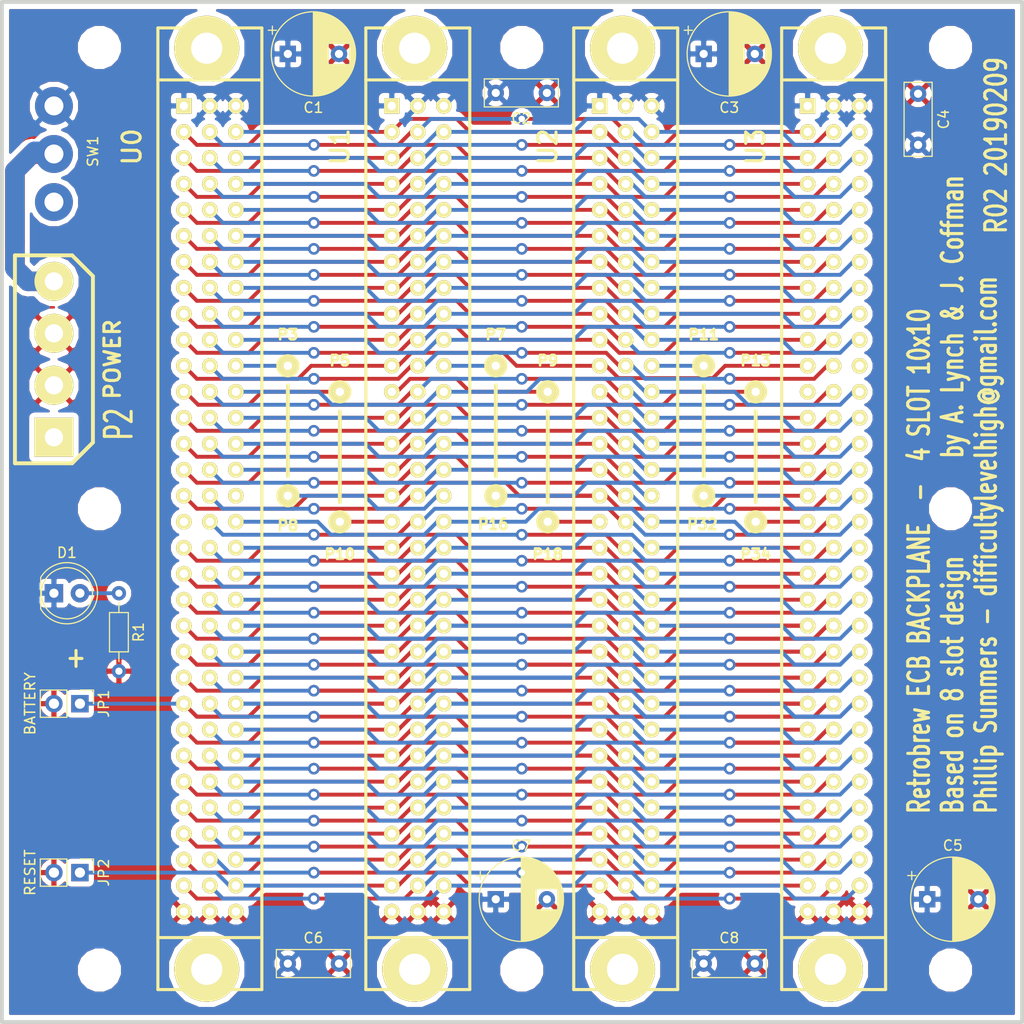
<source format=kicad_pcb>
(kicad_pcb (version 20171130) (host pcbnew "(5.0.2)-1")
  (title_block (title "ECB Backplane 4 SLOT 10x10 ") (date 2019-02-09) (rev R02) (company Retrobrew) (comment 1 "Based on 8 slot design by John R. Coffman & Andrew Lynch"))
  (layers (0 Component signal) (31 Copper signal) (34 B.Paste user) (35 F.Paste user) (36 B.SilkS user) (37 F.SilkS user) (38 B.Mask user) (39 F.Mask user) (44 Edge.Cuts user))
  (net 0 "")
  (net 1 //BAI0)
  (net 2 //BAI1)
  (net 3 //BAI2)
  (net 4 //BAO1)
  (net 5 //BAO2)
  (net 6 //BAO3)
  (net 7 //IEI0)
  (net 8 //IEI1)
  (net 9 //IEI2)
  (net 10 //IEO1)
  (net 11 //IEO2)
  (net 12 //IEO3)
  (net 13 /B_/BUSAK)
  (net 14 /B_/BUSRQ)
  (net 15 /B_/HALT)
  (net 16 /B_/INT)
  (net 17 /B_/IORQ)
  (net 18 /B_/M1)
  (net 19 /B_/MREQ)
  (net 20 /B_/NMI)
  (net 21 /B_/RD)
  (net 22 /B_/RESET)
  (net 23 /B_/RFSH)
  (net 24 /B_/WAIT)
  (net 25 /B_/WR)
  (net 26 /B_A0)
  (net 27 /B_A1)
  (net 28 /B_A10)
  (net 29 /B_A11)
  (net 30 /B_A12)
  (net 31 /B_A13)
  (net 32 /B_A14)
  (net 33 /B_A15)
  (net 34 /B_A2)
  (net 35 /B_A20)
  (net 36 /B_A21)
  (net 37 /B_A22)
  (net 38 /B_A23)
  (net 39 /B_A3)
  (net 40 /B_A4)
  (net 41 /B_A5)
  (net 42 /B_A6)
  (net 43 /B_A7)
  (net 44 /B_A8)
  (net 45 /B_A9)
  (net 46 /B_D0)
  (net 47 /B_D1)
  (net 48 /B_D10)
  (net 49 /B_D11)
  (net 50 /B_D12)
  (net 51 /B_D13)
  (net 52 /B_D14)
  (net 53 /B_D15)
  (net 54 /B_D2)
  (net 55 /B_D3)
  (net 56 /B_D4)
  (net 57 /B_D5)
  (net 58 /B_D6)
  (net 59 /B_D7)
  (net 60 /B_D8)
  (net 61 /B_D9)
  (net 62 /B_DS0)
  (net 63 /B_DS1)
  (net 64 /B_IORC)
  (net 65 /B_IOWR)
  (net 66 /B_IRQ0)
  (net 67 /B_IRQ1)
  (net 68 /B_IRQ2)
  (net 69 /B_IRQ3)
  (net 70 /B_IRQ4)
  (net 71 /B_IRQ5)
  (net 72 /B_IRQ6)
  (net 73 /B_IRQ7)
  (net 74 /B_LOCK)
  (net 75 /B_MRDC)
  (net 76 /B_MWRC)
  (net 77 /B_OFF)
  (net 78 /NC_A13)
  (net 79 /NC_A14)
  (net 80 /NC_A15)
  (net 81 /NC_A16)
  (net 82 /NC_A19)
  (net 83 /NC_A21)
  (net 84 /NC_A22)
  (net 85 /NC_A23)
  (net 86 /NC_A24)
  (net 87 /NC_A25)
  (net 88 /NC_A26)
  (net 89 /NC_B23)
  (net 90 /NC_B26)
  (net 91 /NC_C10)
  (net 92 /NC_C12)
  (net 93 /NC_C13)
  (net 94 /NC_C15)
  (net 95 /NC_C19)
  (net 96 /NC_C23)
  (net 97 /NC_C26)
  (net 98 /NC_C29)
  (net 99 /SW_VCC)
  (net 100 GND)
  (net 101 VCC)
  (net 102 "Net-(D1-Pad2)")
  (net 103 "Net-(P2-Pad1)")
  (net 104 "Net-(SW1-Pad3)")
  (net 105 //BAO0)
  (net 106 //IEO0)
  (net 107 //BAI3)
  (net 108 //IEI3)
  (module 0pin (layer Component) (at 129.54 88.9)
    (fp_text reference P7 (at 0 -3.048) (layer F.SilkS) (effects (font (size 1.016 1.016) (thickness 0.254))))
    (fp_text value CONN_1 hide)
    (pad 1 thru_hole circle (at 0 0) (size 1.524 1.524) (drill 0.8128) (layers *.Cu *.Mask F.SilkS) (net 8 //IEI1))
  )
  (module 0pin (layer Component) (at 134.62 91.44)
    (fp_text reference P9 (at 0 -3.048) (layer F.SilkS) (effects (font (size 1.016 1.016) (thickness 0.254))))
    (fp_text value CONN_1 hide)
    (pad 1 thru_hole circle (at 0 0) (size 1.524 1.524) (drill 0.8128) (layers *.Cu *.Mask F.SilkS) (net 2 //BAI1))
  )
  (module 0pin (layer Component) (at 149.86 88.9)
    (fp_text reference P11 (at 0 -3.048) (layer F.SilkS) (effects (font (size 1.016 1.016) (thickness 0.254))))
    (fp_text value CONN_1 hide)
    (pad 1 thru_hole circle (at 0 0) (size 1.524 1.524) (drill 0.8128) (layers *.Cu *.Mask F.SilkS) (net 9 //IEI2))
  )
  (module 0pin (layer Component) (at 129.54 101.6)
    (fp_text reference P16 (at -0.254 2.794) (layer F.SilkS) (effects (font (size 1.016 1.016) (thickness 0.254))))
    (fp_text value CONN_1 hide)
    (pad 1 thru_hole circle (at 0 0) (size 1.524 1.524) (drill 0.8128) (layers *.Cu *.Mask F.SilkS) (net 11 //IEO2))
  )
  (module 0pin (layer Component) (at 154.94 91.44)
    (fp_text reference P13 (at 0 -3.048) (layer F.SilkS) (effects (font (size 1.016 1.016) (thickness 0.254))))
    (fp_text value CONN_1 hide)
    (pad 1 thru_hole circle (at 0 0) (size 1.524 1.524) (drill 0.8128) (layers *.Cu *.Mask F.SilkS) (net 3 //BAI2))
  )
  (module 0pin (layer Component) (at 134.62 104.14)
    (fp_text reference P18 (at 0 3.175) (layer F.SilkS) (effects (font (size 1.016 1.016) (thickness 0.254))))
    (fp_text value CONN_1 hide)
    (pad 1 thru_hole circle (at 0 0) (size 1.524 1.524) (drill 0.8128) (layers *.Cu *.Mask F.SilkS) (net 5 //BAO2))
  )
  (module 0pin (layer Component) (at 149.86 101.6)
    (fp_text reference P32 (at -0.127 2.794) (layer F.SilkS) (effects (font (size 1.016 1.016) (thickness 0.254))))
    (fp_text value CONN_1 hide)
    (pad 1 thru_hole circle (at 0 0) (size 1.524 1.524) (drill 0.8128) (layers *.Cu *.Mask F.SilkS) (net 12 //IEO3))
  )
  (module 0pin (layer Component) (at 154.94 104.14)
    (fp_text reference P34 (at 0 3.175) (layer F.SilkS) (effects (font (size 1.016 1.016) (thickness 0.254))))
    (fp_text value CONN_1 hide)
    (pad 1 thru_hole circle (at 0 0) (size 1.524 1.524) (drill 0.8128) (layers *.Cu *.Mask F.SilkS) (net 6 //BAO3))
  )
  (module 0pin (layer Component) (at 109.22 88.9)
    (fp_text reference P3 (at 0 -3.048) (layer F.SilkS) (effects (font (size 1.016 1.016) (thickness 0.254))))
    (fp_text value CONN_1 hide)
    (pad 1 thru_hole circle (at 0 0) (size 1.524 1.524) (drill 0.8128) (layers *.Cu *.Mask F.SilkS) (net 7 //IEI0))
  )
  (module 0pin (layer Component) (at 114.3 91.44)
    (fp_text reference P5 (at 0 -3.048) (layer F.SilkS) (effects (font (size 1.016 1.016) (thickness 0.254))))
    (fp_text value CONN_1 hide)
    (pad 1 thru_hole circle (at 0 0) (size 1.524 1.524) (drill 0.8128) (layers *.Cu *.Mask F.SilkS) (net 1 //BAI0))
  )
  (module 0pin (layer Component) (at 109.22 101.6)
    (fp_text reference P8 (at 0 2.921) (layer F.SilkS) (effects (font (size 1.016 1.016) (thickness 0.254))))
    (fp_text value CONN_1 hide)
    (pad 1 thru_hole circle (at 0 0) (size 1.524 1.524) (drill 0.8128) (layers *.Cu *.Mask F.SilkS) (net 10 //IEO1))
  )
  (module 0pin (layer Component) (at 114.3 104.14)
    (fp_text reference P10 (at 0 3.175) (layer F.SilkS) (effects (font (size 1.016 1.016) (thickness 0.254))))
    (fp_text value CONN_1 hide)
    (pad 1 thru_hole circle (at 0 0) (size 1.524 1.524) (drill 0.8128) (layers *.Cu *.Mask F.SilkS) (net 4 //BAO1))
  )
  (module special:Switch-SPST-0.185 (layer Component) (at 86.36 63.5 90)
    (fp_text reference SW1 (at -4.445 3.81 90) (layer F.SilkS))
    (fp_text value POWER)
    (pad 1 thru_hole circle (at 0 0 90) (size 3.7084 3.7084) (drill 1.8542) (layers *.Cu *.Mask) (net 99 /SW_VCC))
    (pad 2 thru_hole circle (at -4.699 0 90) (size 3.7084 3.7084) (drill 1.8542) (layers *.Cu *.Mask) (net 101 VCC))
    (pad 3 thru_hole circle (at -9.398 0 90) (size 3.7084 3.7084) (drill 1.8542) (layers *.Cu *.Mask) (net 104 "Net-(SW1-Pad3)"))
  )
  (module Connector_PinHeader_2.54mm:PinHeader_1x02_P2.54mm_Vertical (layer Component) (at 88.9 121.92 270)
    (fp_text reference JP1 (at 0 -2.33 270) (layer F.SilkS))
    (fp_text value BATTERY (at 0 4.87 270) (layer F.SilkS))
    (pad 1 thru_hole rect (at 0 0 270) (size 1.7 1.7) (drill 1) (layers *.Cu *.Mask) (net 86 /NC_A24))
    (pad 2 thru_hole oval (at 0 2.54 270) (size 1.7 1.7) (drill 1) (layers *.Cu *.Mask) (net 100 GND))
  )
  (module Connector_PinHeader_2.54mm:PinHeader_1x02_P2.54mm_Vertical (layer Component) (at 88.9 138.43 270)
    (fp_text reference JP2 (at 0 -2.33 270) (layer F.SilkS))
    (fp_text value RESET (at 0 4.87 270) (layer F.SilkS))
    (pad 2 thru_hole oval (at 0 2.54 270) (size 1.7 1.7) (drill 1) (layers *.Cu *.Mask) (net 100 GND))
    (pad 1 thru_hole rect (at 0 0 270) (size 1.7 1.7) (drill 1) (layers *.Cu *.Mask) (net 22 /B_/RESET))
  )
  (module LED_THT:LED_D5.0mm (layer Component) (at 86.36 111.125)
    (fp_text reference D1 (at 1.27 -3.96) (layer F.SilkS))
    (fp_text value LED)
    (pad 1 thru_hole rect (at 0 0) (size 1.8 1.8) (drill 0.9) (layers *.Cu *.Mask) (net 99 /SW_VCC))
    (pad 2 thru_hole circle (at 2.54 0) (size 1.8 1.8) (drill 0.9) (layers *.Cu *.Mask) (net 102 "Net-(D1-Pad2)"))
  )
  (module Resistor_THT:R_Axial_DIN0204_L3.6mm_D1.6mm_P7.62mm_Horizontal (layer Component) (at 92.71 111.125 270)
    (fp_text reference R1 (at 3.81 -1.92 270) (layer F.SilkS))
    (fp_text value 470)
    (pad 1 thru_hole circle (at 0 0 270) (size 1.4 1.4) (drill 0.7) (layers *.Cu *.Mask) (net 102 "Net-(D1-Pad2)"))
    (pad 2 thru_hole oval (at 7.62 0 270) (size 1.4 1.4) (drill 0.7) (layers *.Cu *.Mask) (net 100 GND))
  )
  (module Capacitor_THT:C_Disc_D7.0mm_W2.5mm_P5.00mm (layer Component) (at 129.54 62.23)
    (fp_text reference C2 (at 2.5 2.5) (layer F.SilkS))
    (fp_text value "0.1 uF")
    (pad 1 thru_hole circle (at 0 0) (size 1.6 1.6) (drill 0.8) (layers *.Cu *.Mask) (net 99 /SW_VCC))
    (pad 2 thru_hole circle (at 5 0) (size 1.6 1.6) (drill 0.8) (layers *.Cu *.Mask) (net 100 GND))
  )
  (module Capacitor_THT:C_Disc_D7.0mm_W2.5mm_P5.00mm (layer Component) (at 170.815 67.31 90)
    (fp_text reference C4 (at 2.5 2.5 90) (layer F.SilkS))
    (fp_text value "0.1 uF")
    (pad 1 thru_hole circle (at 0 0 90) (size 1.6 1.6) (drill 0.8) (layers *.Cu *.Mask) (net 99 /SW_VCC))
    (pad 2 thru_hole circle (at 5 0 90) (size 1.6 1.6) (drill 0.8) (layers *.Cu *.Mask) (net 100 GND))
  )
  (module Capacitor_THT:C_Disc_D7.0mm_W2.5mm_P5.00mm (layer Component) (at 109.22 147.32)
    (fp_text reference C6 (at 2.5 -2.5) (layer F.SilkS))
    (fp_text value "0.1 uF")
    (pad 1 thru_hole circle (at 0 0) (size 1.6 1.6) (drill 0.8) (layers *.Cu *.Mask) (net 99 /SW_VCC))
    (pad 2 thru_hole circle (at 5 0) (size 1.6 1.6) (drill 0.8) (layers *.Cu *.Mask) (net 100 GND))
  )
  (module C96ABCFD-jrc (layer Component) (at 101.6 102.87 270)
    (fp_text reference U0 (at -35.37 7.62 270) (layer F.SilkS) (effects (font (size 1.778 1.778) (thickness 0.3048))))
    (fp_text value C96ABC hide)
    (pad GND thru_hole circle (at -45.0088 0.3048 270) (size 6.35 6.35) (drill 3.048) (layers *.Cu *.Mask F.SilkS))
    (pad GND thru_hole circle (at 45.0088 0.3048 270) (size 6.35 6.35) (drill 3.048) (layers *.Cu *.Mask F.SilkS))
    (pad A3 thru_hole circle (at -34.29 2.54 270) (size 1.524 1.524) (drill 0.8128) (layers *.Cu *.Mask F.SilkS) (net 58 /B_D6))
    (pad A4 thru_hole circle (at -31.75 2.54 270) (size 1.524 1.524) (drill 0.8128) (layers *.Cu *.Mask F.SilkS) (net 55 /B_D3))
    (pad A5 thru_hole circle (at -29.21 2.54 270) (size 1.524 1.524) (drill 0.8128) (layers *.Cu *.Mask F.SilkS) (net 56 /B_D4))
    (pad A6 thru_hole circle (at -26.67 2.54 270) (size 1.524 1.524) (drill 0.8128) (layers *.Cu *.Mask F.SilkS) (net 34 /B_A2))
    (pad A7 thru_hole circle (at -24.13 2.54 270) (size 1.524 1.524) (drill 0.8128) (layers *.Cu *.Mask F.SilkS) (net 40 /B_A4))
    (pad A8 thru_hole circle (at -21.59 2.54 270) (size 1.524 1.524) (drill 0.8128) (layers *.Cu *.Mask F.SilkS) (net 41 /B_A5))
    (pad A9 thru_hole circle (at -19.05 2.54 270) (size 1.524 1.524) (drill 0.8128) (layers *.Cu *.Mask F.SilkS) (net 42 /B_A6))
    (pad A10 thru_hole circle (at -16.51 2.54 270) (size 1.524 1.524) (drill 0.8128) (layers *.Cu *.Mask F.SilkS) (net 24 /B_/WAIT))
    (pad A11 thru_hole circle (at -13.97 2.54 270) (size 1.524 1.524) (drill 0.8128) (layers *.Cu *.Mask F.SilkS) (net 14 /B_/BUSRQ))
    (pad A12 thru_hole circle (at -11.43 2.54 270) (size 1.524 1.524) (drill 0.8128) (layers *.Cu *.Mask F.SilkS) (net 1 //BAI0))
    (pad A13 thru_hole circle (at -8.89 2.54 270) (size 1.524 1.524) (drill 0.8128) (layers *.Cu *.Mask F.SilkS) (net 78 /NC_A13))
    (pad A14 thru_hole circle (at -6.35 2.54 270) (size 1.524 1.524) (drill 0.8128) (layers *.Cu *.Mask F.SilkS) (net 79 /NC_A14))
    (pad A15 thru_hole circle (at -3.81 2.54 270) (size 1.524 1.524) (drill 0.8128) (layers *.Cu *.Mask F.SilkS) (net 80 /NC_A15))
    (pad A16 thru_hole circle (at -1.27 2.54 270) (size 1.524 1.524) (drill 0.8128) (layers *.Cu *.Mask F.SilkS) (net 81 /NC_A16))
    (pad A17 thru_hole circle (at 1.27 2.54 270) (size 1.524 1.524) (drill 0.8128) (layers *.Cu *.Mask F.SilkS) (net 105 //BAO0))
    (pad A18 thru_hole circle (at 3.81 2.54 270) (size 1.524 1.524) (drill 0.8128) (layers *.Cu *.Mask F.SilkS) (net 32 /B_A14))
    (pad A19 thru_hole circle (at 6.35 2.54 270) (size 1.524 1.524) (drill 0.8128) (layers *.Cu *.Mask F.SilkS) (net 82 /NC_A19))
    (pad A20 thru_hole circle (at 8.89 2.54 270) (size 1.524 1.524) (drill 0.8128) (layers *.Cu *.Mask F.SilkS) (net 18 /B_/M1))
    (pad A21 thru_hole circle (at 11.43 2.54 270) (size 1.524 1.524) (drill 0.8128) (layers *.Cu *.Mask F.SilkS) (net 83 /NC_A21))
    (pad A22 thru_hole circle (at 13.97 2.54 270) (size 1.524 1.524) (drill 0.8128) (layers *.Cu *.Mask F.SilkS) (net 84 /NC_A22))
    (pad A23 thru_hole circle (at 16.51 2.54 270) (size 1.524 1.524) (drill 0.8128) (layers *.Cu *.Mask F.SilkS) (net 85 /NC_A23))
    (pad A24 thru_hole circle (at 19.05 2.54 270) (size 1.524 1.524) (drill 0.8128) (layers *.Cu *.Mask F.SilkS) (net 86 /NC_A24))
    (pad A25 thru_hole circle (at 21.59 2.54 270) (size 1.524 1.524) (drill 0.8128) (layers *.Cu *.Mask F.SilkS) (net 87 /NC_A25))
    (pad A26 thru_hole circle (at 24.13 2.54 270) (size 1.524 1.524) (drill 0.8128) (layers *.Cu *.Mask F.SilkS) (net 88 /NC_A26))
    (pad A27 thru_hole circle (at 26.67 2.54 270) (size 1.524 1.524) (drill 0.8128) (layers *.Cu *.Mask F.SilkS) (net 17 /B_/IORQ))
    (pad A28 thru_hole circle (at 29.21 2.54 270) (size 1.524 1.524) (drill 0.8128) (layers *.Cu *.Mask F.SilkS) (net 23 /B_/RFSH))
    (pad A29 thru_hole circle (at 31.75 2.54 270) (size 1.524 1.524) (drill 0.8128) (layers *.Cu *.Mask F.SilkS) (net 31 /B_A13))
    (pad A30 thru_hole circle (at 34.29 2.54 270) (size 1.524 1.524) (drill 0.8128) (layers *.Cu *.Mask F.SilkS) (net 45 /B_A9))
    (pad A31 thru_hole circle (at 36.83 2.54 270) (size 1.524 1.524) (drill 0.8128) (layers *.Cu *.Mask F.SilkS) (net 13 /B_/BUSAK))
    (pad A32 thru_hole circle (at 39.37 2.54 270) (size 1.524 1.524) (drill 0.8128) (layers *.Cu *.Mask F.SilkS) (net 100 GND))
    (pad A2 thru_hole circle (at -36.83 2.54 270) (size 1.524 1.524) (drill 0.8128) (layers *.Cu *.Mask F.SilkS) (net 57 /B_D5))
    (pad A1 thru_hole rect (at -39.37 2.54 270) (size 1.524 1.524) (drill 0.8128) (layers *.Cu *.Mask F.SilkS) (net 99 /SW_VCC))
    (pad B1 thru_hole circle (at -39.37 0 270) (size 1.524 1.524) (drill 0.8128) (layers *.Cu *.Mask F.SilkS) (net 99 /SW_VCC))
    (pad B2 thru_hole circle (at -36.83 0 270) (size 1.524 1.524) (drill 0.8128) (layers *.Cu *.Mask F.SilkS) (net 35 /B_A20))
    (pad B3 thru_hole circle (at -34.29 0 270) (size 1.524 1.524) (drill 0.8128) (layers *.Cu *.Mask F.SilkS) (net 36 /B_A21))
    (pad B4 thru_hole circle (at -31.75 0 270) (size 1.524 1.524) (drill 0.8128) (layers *.Cu *.Mask F.SilkS) (net 37 /B_A22))
    (pad B5 thru_hole circle (at -29.21 0 270) (size 1.524 1.524) (drill 0.8128) (layers *.Cu *.Mask F.SilkS) (net 38 /B_A23))
    (pad B6 thru_hole circle (at -26.67 0 270) (size 1.524 1.524) (drill 0.8128) (layers *.Cu *.Mask F.SilkS) (net 60 /B_D8))
    (pad B7 thru_hole circle (at -24.13 0 270) (size 1.524 1.524) (drill 0.8128) (layers *.Cu *.Mask F.SilkS) (net 61 /B_D9))
    (pad B8 thru_hole circle (at -21.59 0 270) (size 1.524 1.524) (drill 0.8128) (layers *.Cu *.Mask F.SilkS) (net 48 /B_D10))
    (pad B9 thru_hole circle (at -19.05 0 270) (size 1.524 1.524) (drill 0.8128) (layers *.Cu *.Mask F.SilkS) (net 49 /B_D11))
    (pad B10 thru_hole circle (at -16.51 0 270) (size 1.524 1.524) (drill 0.8128) (layers *.Cu *.Mask F.SilkS) (net 50 /B_D12))
    (pad B11 thru_hole circle (at -13.97 0 270) (size 1.524 1.524) (drill 0.8128) (layers *.Cu *.Mask F.SilkS) (net 51 /B_D13))
    (pad B12 thru_hole circle (at -11.43 0 270) (size 1.524 1.524) (drill 0.8128) (layers *.Cu *.Mask F.SilkS) (net 52 /B_D14))
    (pad B13 thru_hole circle (at -8.89 0 270) (size 1.524 1.524) (drill 0.8128) (layers *.Cu *.Mask F.SilkS) (net 53 /B_D15))
    (pad B14 thru_hole circle (at -6.35 0 270) (size 1.524 1.524) (drill 0.8128) (layers *.Cu *.Mask F.SilkS) (net 73 /B_IRQ7))
    (pad B15 thru_hole circle (at -3.81 0 270) (size 1.524 1.524) (drill 0.8128) (layers *.Cu *.Mask F.SilkS) (net 72 /B_IRQ6))
    (pad B16 thru_hole circle (at -1.27 0 270) (size 1.524 1.524) (drill 0.8128) (layers *.Cu *.Mask F.SilkS) (net 71 /B_IRQ5))
    (pad B17 thru_hole circle (at 1.27 0 270) (size 1.524 1.524) (drill 0.8128) (layers *.Cu *.Mask F.SilkS) (net 70 /B_IRQ4))
    (pad B18 thru_hole circle (at 3.81 0 270) (size 1.524 1.524) (drill 0.8128) (layers *.Cu *.Mask F.SilkS) (net 69 /B_IRQ3))
    (pad B19 thru_hole circle (at 6.35 0 270) (size 1.524 1.524) (drill 0.8128) (layers *.Cu *.Mask F.SilkS) (net 68 /B_IRQ2))
    (pad B20 thru_hole circle (at 8.89 0 270) (size 1.524 1.524) (drill 0.8128) (layers *.Cu *.Mask F.SilkS) (net 67 /B_IRQ1))
    (pad B21 thru_hole circle (at 11.43 0 270) (size 1.524 1.524) (drill 0.8128) (layers *.Cu *.Mask F.SilkS) (net 66 /B_IRQ0))
    (pad B22 thru_hole circle (at 13.97 0 270) (size 1.524 1.524) (drill 0.8128) (layers *.Cu *.Mask F.SilkS) (net 65 /B_IOWR))
    (pad B23 thru_hole circle (at 16.51 0 270) (size 1.524 1.524) (drill 0.8128) (layers *.Cu *.Mask F.SilkS) (net 89 /NC_B23))
    (pad B24 thru_hole circle (at 19.05 0 270) (size 1.524 1.524) (drill 0.8128) (layers *.Cu *.Mask F.SilkS) (net 64 /B_IORC))
    (pad B25 thru_hole circle (at 21.59 0 270) (size 1.524 1.524) (drill 0.8128) (layers *.Cu *.Mask F.SilkS) (net 75 /B_MRDC))
    (pad B26 thru_hole circle (at 24.13 0 270) (size 1.524 1.524) (drill 0.8128) (layers *.Cu *.Mask F.SilkS) (net 90 /NC_B26))
    (pad B27 thru_hole circle (at 26.67 0 270) (size 1.524 1.524) (drill 0.8128) (layers *.Cu *.Mask F.SilkS) (net 76 /B_MWRC))
    (pad B28 thru_hole circle (at 29.21 0 270) (size 1.524 1.524) (drill 0.8128) (layers *.Cu *.Mask F.SilkS) (net 62 /B_DS0))
    (pad B29 thru_hole circle (at 31.75 0 270) (size 1.524 1.524) (drill 0.8128) (layers *.Cu *.Mask F.SilkS) (net 63 /B_DS1))
    (pad B30 thru_hole circle (at 34.29 0 270) (size 1.524 1.524) (drill 0.8128) (layers *.Cu *.Mask F.SilkS) (net 77 /B_OFF))
    (pad B31 thru_hole circle (at 36.83 0 270) (size 1.524 1.524) (drill 0.8128) (layers *.Cu *.Mask F.SilkS) (net 74 /B_LOCK))
    (pad B32 thru_hole circle (at 39.37 0 270) (size 1.524 1.524) (drill 0.8128) (layers *.Cu *.Mask F.SilkS) (net 100 GND))
    (pad C1 thru_hole circle (at -39.37 -2.54 270) (size 1.524 1.524) (drill 0.8128) (layers *.Cu *.Mask F.SilkS) (net 99 /SW_VCC))
    (pad C2 thru_hole circle (at -36.83 -2.54 270) (size 1.524 1.524) (drill 0.8128) (layers *.Cu *.Mask F.SilkS) (net 46 /B_D0))
    (pad C3 thru_hole circle (at -34.29 -2.54 270) (size 1.524 1.524) (drill 0.8128) (layers *.Cu *.Mask F.SilkS) (net 59 /B_D7))
    (pad C4 thru_hole circle (at -31.75 -2.54 270) (size 1.524 1.524) (drill 0.8128) (layers *.Cu *.Mask F.SilkS) (net 54 /B_D2))
    (pad C5 thru_hole circle (at -29.21 -2.54 270) (size 1.524 1.524) (drill 0.8128) (layers *.Cu *.Mask F.SilkS) (net 26 /B_A0))
    (pad C6 thru_hole circle (at -26.67 -2.54 270) (size 1.524 1.524) (drill 0.8128) (layers *.Cu *.Mask F.SilkS) (net 39 /B_A3))
    (pad C7 thru_hole circle (at -24.13 -2.54 270) (size 1.524 1.524) (drill 0.8128) (layers *.Cu *.Mask F.SilkS) (net 27 /B_A1))
    (pad C8 thru_hole circle (at -21.59 -2.54 270) (size 1.524 1.524) (drill 0.8128) (layers *.Cu *.Mask F.SilkS) (net 44 /B_A8))
    (pad C9 thru_hole circle (at -19.05 -2.54 270) (size 1.524 1.524) (drill 0.8128) (layers *.Cu *.Mask F.SilkS) (net 43 /B_A7))
    (pad C10 thru_hole circle (at -16.51 -2.54 270) (size 1.524 1.524) (drill 0.8128) (layers *.Cu *.Mask F.SilkS) (net 91 /NC_C10))
    (pad C11 thru_hole circle (at -13.97 -2.54 270) (size 1.524 1.524) (drill 0.8128) (layers *.Cu *.Mask F.SilkS) (net 7 //IEI0))
    (pad C12 thru_hole circle (at -11.43 -2.54 270) (size 1.524 1.524) (drill 0.8128) (layers *.Cu *.Mask F.SilkS) (net 92 /NC_C12))
    (pad C13 thru_hole circle (at -8.89 -2.54 270) (size 1.524 1.524) (drill 0.8128) (layers *.Cu *.Mask F.SilkS) (net 93 /NC_C13))
    (pad C14 thru_hole circle (at -6.35 -2.54 270) (size 1.524 1.524) (drill 0.8128) (layers *.Cu *.Mask F.SilkS) (net 47 /B_D1))
    (pad C15 thru_hole circle (at -3.81 -2.54 270) (size 1.524 1.524) (drill 0.8128) (layers *.Cu *.Mask F.SilkS) (net 94 /NC_C15))
    (pad C16 thru_hole circle (at -1.27 -2.54 270) (size 1.524 1.524) (drill 0.8128) (layers *.Cu *.Mask F.SilkS) (net 106 //IEO0))
    (pad C17 thru_hole circle (at 1.27 -2.54 270) (size 1.524 1.524) (drill 0.8128) (layers *.Cu *.Mask F.SilkS) (net 29 /B_A11))
    (pad C18 thru_hole circle (at 3.81 -2.54 270) (size 1.524 1.524) (drill 0.8128) (layers *.Cu *.Mask F.SilkS) (net 28 /B_A10))
    (pad C19 thru_hole circle (at 6.35 -2.54 270) (size 1.524 1.524) (drill 0.8128) (layers *.Cu *.Mask F.SilkS) (net 95 /NC_C19))
    (pad C20 thru_hole circle (at 8.89 -2.54 270) (size 1.524 1.524) (drill 0.8128) (layers *.Cu *.Mask F.SilkS) (net 20 /B_/NMI))
    (pad C21 thru_hole circle (at 11.43 -2.54 270) (size 1.524 1.524) (drill 0.8128) (layers *.Cu *.Mask F.SilkS) (net 16 /B_/INT))
    (pad C22 thru_hole circle (at 13.97 -2.54 270) (size 1.524 1.524) (drill 0.8128) (layers *.Cu *.Mask F.SilkS) (net 25 /B_/WR))
    (pad C23 thru_hole circle (at 16.51 -2.54 270) (size 1.524 1.524) (drill 0.8128) (layers *.Cu *.Mask F.SilkS) (net 96 /NC_C23))
    (pad C24 thru_hole circle (at 19.05 -2.54 270) (size 1.524 1.524) (drill 0.8128) (layers *.Cu *.Mask F.SilkS) (net 21 /B_/RD))
    (pad C25 thru_hole circle (at 21.59 -2.54 270) (size 1.524 1.524) (drill 0.8128) (layers *.Cu *.Mask F.SilkS) (net 15 /B_/HALT))
    (pad C26 thru_hole circle (at 24.13 -2.54 270) (size 1.524 1.524) (drill 0.8128) (layers *.Cu *.Mask F.SilkS) (net 97 /NC_C26))
    (pad C27 thru_hole circle (at 26.67 -2.54 270) (size 1.524 1.524) (drill 0.8128) (layers *.Cu *.Mask F.SilkS) (net 30 /B_A12))
    (pad C28 thru_hole circle (at 29.21 -2.54 270) (size 1.524 1.524) (drill 0.8128) (layers *.Cu *.Mask F.SilkS) (net 33 /B_A15))
    (pad C29 thru_hole circle (at 31.75 -2.54 270) (size 1.524 1.524) (drill 0.8128) (layers *.Cu *.Mask F.SilkS) (net 98 /NC_C29))
    (pad C30 thru_hole circle (at 34.29 -2.54 270) (size 1.524 1.524) (drill 0.8128) (layers *.Cu *.Mask F.SilkS) (net 19 /B_/MREQ))
    (pad C31 thru_hole circle (at 36.83 -2.54 270) (size 1.524 1.524) (drill 0.8128) (layers *.Cu *.Mask F.SilkS) (net 22 /B_/RESET))
    (pad C32 thru_hole circle (at 39.37 -2.54 270) (size 1.524 1.524) (drill 0.8128) (layers *.Cu *.Mask F.SilkS) (net 100 GND))
  )
  (module C96ABCFD-jrc (layer Component) (at 121.92 102.87 270)
    (fp_text reference U1 (at -35.37 7.62 270) (layer F.SilkS) (effects (font (size 1.778 1.778) (thickness 0.3048))))
    (fp_text value C96ABC hide)
    (pad GND thru_hole circle (at -45.0088 0.3048 270) (size 6.35 6.35) (drill 3.048) (layers *.Cu *.Mask F.SilkS))
    (pad GND thru_hole circle (at 45.0088 0.3048 270) (size 6.35 6.35) (drill 3.048) (layers *.Cu *.Mask F.SilkS))
    (pad A3 thru_hole circle (at -34.29 2.54 270) (size 1.524 1.524) (drill 0.8128) (layers *.Cu *.Mask F.SilkS) (net 58 /B_D6))
    (pad A4 thru_hole circle (at -31.75 2.54 270) (size 1.524 1.524) (drill 0.8128) (layers *.Cu *.Mask F.SilkS) (net 55 /B_D3))
    (pad A5 thru_hole circle (at -29.21 2.54 270) (size 1.524 1.524) (drill 0.8128) (layers *.Cu *.Mask F.SilkS) (net 56 /B_D4))
    (pad A6 thru_hole circle (at -26.67 2.54 270) (size 1.524 1.524) (drill 0.8128) (layers *.Cu *.Mask F.SilkS) (net 34 /B_A2))
    (pad A7 thru_hole circle (at -24.13 2.54 270) (size 1.524 1.524) (drill 0.8128) (layers *.Cu *.Mask F.SilkS) (net 40 /B_A4))
    (pad A8 thru_hole circle (at -21.59 2.54 270) (size 1.524 1.524) (drill 0.8128) (layers *.Cu *.Mask F.SilkS) (net 41 /B_A5))
    (pad A9 thru_hole circle (at -19.05 2.54 270) (size 1.524 1.524) (drill 0.8128) (layers *.Cu *.Mask F.SilkS) (net 42 /B_A6))
    (pad A10 thru_hole circle (at -16.51 2.54 270) (size 1.524 1.524) (drill 0.8128) (layers *.Cu *.Mask F.SilkS) (net 24 /B_/WAIT))
    (pad A11 thru_hole circle (at -13.97 2.54 270) (size 1.524 1.524) (drill 0.8128) (layers *.Cu *.Mask F.SilkS) (net 14 /B_/BUSRQ))
    (pad A12 thru_hole circle (at -11.43 2.54 270) (size 1.524 1.524) (drill 0.8128) (layers *.Cu *.Mask F.SilkS) (net 2 //BAI1))
    (pad A13 thru_hole circle (at -8.89 2.54 270) (size 1.524 1.524) (drill 0.8128) (layers *.Cu *.Mask F.SilkS) (net 78 /NC_A13))
    (pad A14 thru_hole circle (at -6.35 2.54 270) (size 1.524 1.524) (drill 0.8128) (layers *.Cu *.Mask F.SilkS) (net 79 /NC_A14))
    (pad A15 thru_hole circle (at -3.81 2.54 270) (size 1.524 1.524) (drill 0.8128) (layers *.Cu *.Mask F.SilkS) (net 80 /NC_A15))
    (pad A16 thru_hole circle (at -1.27 2.54 270) (size 1.524 1.524) (drill 0.8128) (layers *.Cu *.Mask F.SilkS) (net 81 /NC_A16))
    (pad A17 thru_hole circle (at 1.27 2.54 270) (size 1.524 1.524) (drill 0.8128) (layers *.Cu *.Mask F.SilkS) (net 4 //BAO1))
    (pad A18 thru_hole circle (at 3.81 2.54 270) (size 1.524 1.524) (drill 0.8128) (layers *.Cu *.Mask F.SilkS) (net 32 /B_A14))
    (pad A19 thru_hole circle (at 6.35 2.54 270) (size 1.524 1.524) (drill 0.8128) (layers *.Cu *.Mask F.SilkS) (net 82 /NC_A19))
    (pad A20 thru_hole circle (at 8.89 2.54 270) (size 1.524 1.524) (drill 0.8128) (layers *.Cu *.Mask F.SilkS) (net 18 /B_/M1))
    (pad A21 thru_hole circle (at 11.43 2.54 270) (size 1.524 1.524) (drill 0.8128) (layers *.Cu *.Mask F.SilkS) (net 83 /NC_A21))
    (pad A22 thru_hole circle (at 13.97 2.54 270) (size 1.524 1.524) (drill 0.8128) (layers *.Cu *.Mask F.SilkS) (net 84 /NC_A22))
    (pad A23 thru_hole circle (at 16.51 2.54 270) (size 1.524 1.524) (drill 0.8128) (layers *.Cu *.Mask F.SilkS) (net 85 /NC_A23))
    (pad A24 thru_hole circle (at 19.05 2.54 270) (size 1.524 1.524) (drill 0.8128) (layers *.Cu *.Mask F.SilkS) (net 86 /NC_A24))
    (pad A25 thru_hole circle (at 21.59 2.54 270) (size 1.524 1.524) (drill 0.8128) (layers *.Cu *.Mask F.SilkS) (net 87 /NC_A25))
    (pad A26 thru_hole circle (at 24.13 2.54 270) (size 1.524 1.524) (drill 0.8128) (layers *.Cu *.Mask F.SilkS) (net 88 /NC_A26))
    (pad A27 thru_hole circle (at 26.67 2.54 270) (size 1.524 1.524) (drill 0.8128) (layers *.Cu *.Mask F.SilkS) (net 17 /B_/IORQ))
    (pad A28 thru_hole circle (at 29.21 2.54 270) (size 1.524 1.524) (drill 0.8128) (layers *.Cu *.Mask F.SilkS) (net 23 /B_/RFSH))
    (pad A29 thru_hole circle (at 31.75 2.54 270) (size 1.524 1.524) (drill 0.8128) (layers *.Cu *.Mask F.SilkS) (net 31 /B_A13))
    (pad A30 thru_hole circle (at 34.29 2.54 270) (size 1.524 1.524) (drill 0.8128) (layers *.Cu *.Mask F.SilkS) (net 45 /B_A9))
    (pad A31 thru_hole circle (at 36.83 2.54 270) (size 1.524 1.524) (drill 0.8128) (layers *.Cu *.Mask F.SilkS) (net 13 /B_/BUSAK))
    (pad A32 thru_hole circle (at 39.37 2.54 270) (size 1.524 1.524) (drill 0.8128) (layers *.Cu *.Mask F.SilkS) (net 100 GND))
    (pad A2 thru_hole circle (at -36.83 2.54 270) (size 1.524 1.524) (drill 0.8128) (layers *.Cu *.Mask F.SilkS) (net 57 /B_D5))
    (pad A1 thru_hole rect (at -39.37 2.54 270) (size 1.524 1.524) (drill 0.8128) (layers *.Cu *.Mask F.SilkS) (net 99 /SW_VCC))
    (pad B1 thru_hole circle (at -39.37 0 270) (size 1.524 1.524) (drill 0.8128) (layers *.Cu *.Mask F.SilkS) (net 99 /SW_VCC))
    (pad B2 thru_hole circle (at -36.83 0 270) (size 1.524 1.524) (drill 0.8128) (layers *.Cu *.Mask F.SilkS) (net 35 /B_A20))
    (pad B3 thru_hole circle (at -34.29 0 270) (size 1.524 1.524) (drill 0.8128) (layers *.Cu *.Mask F.SilkS) (net 36 /B_A21))
    (pad B4 thru_hole circle (at -31.75 0 270) (size 1.524 1.524) (drill 0.8128) (layers *.Cu *.Mask F.SilkS) (net 37 /B_A22))
    (pad B5 thru_hole circle (at -29.21 0 270) (size 1.524 1.524) (drill 0.8128) (layers *.Cu *.Mask F.SilkS) (net 38 /B_A23))
    (pad B6 thru_hole circle (at -26.67 0 270) (size 1.524 1.524) (drill 0.8128) (layers *.Cu *.Mask F.SilkS) (net 60 /B_D8))
    (pad B7 thru_hole circle (at -24.13 0 270) (size 1.524 1.524) (drill 0.8128) (layers *.Cu *.Mask F.SilkS) (net 61 /B_D9))
    (pad B8 thru_hole circle (at -21.59 0 270) (size 1.524 1.524) (drill 0.8128) (layers *.Cu *.Mask F.SilkS) (net 48 /B_D10))
    (pad B9 thru_hole circle (at -19.05 0 270) (size 1.524 1.524) (drill 0.8128) (layers *.Cu *.Mask F.SilkS) (net 49 /B_D11))
    (pad B10 thru_hole circle (at -16.51 0 270) (size 1.524 1.524) (drill 0.8128) (layers *.Cu *.Mask F.SilkS) (net 50 /B_D12))
    (pad B11 thru_hole circle (at -13.97 0 270) (size 1.524 1.524) (drill 0.8128) (layers *.Cu *.Mask F.SilkS) (net 51 /B_D13))
    (pad B12 thru_hole circle (at -11.43 0 270) (size 1.524 1.524) (drill 0.8128) (layers *.Cu *.Mask F.SilkS) (net 52 /B_D14))
    (pad B13 thru_hole circle (at -8.89 0 270) (size 1.524 1.524) (drill 0.8128) (layers *.Cu *.Mask F.SilkS) (net 53 /B_D15))
    (pad B14 thru_hole circle (at -6.35 0 270) (size 1.524 1.524) (drill 0.8128) (layers *.Cu *.Mask F.SilkS) (net 73 /B_IRQ7))
    (pad B15 thru_hole circle (at -3.81 0 270) (size 1.524 1.524) (drill 0.8128) (layers *.Cu *.Mask F.SilkS) (net 72 /B_IRQ6))
    (pad B16 thru_hole circle (at -1.27 0 270) (size 1.524 1.524) (drill 0.8128) (layers *.Cu *.Mask F.SilkS) (net 71 /B_IRQ5))
    (pad B17 thru_hole circle (at 1.27 0 270) (size 1.524 1.524) (drill 0.8128) (layers *.Cu *.Mask F.SilkS) (net 70 /B_IRQ4))
    (pad B18 thru_hole circle (at 3.81 0 270) (size 1.524 1.524) (drill 0.8128) (layers *.Cu *.Mask F.SilkS) (net 69 /B_IRQ3))
    (pad B19 thru_hole circle (at 6.35 0 270) (size 1.524 1.524) (drill 0.8128) (layers *.Cu *.Mask F.SilkS) (net 68 /B_IRQ2))
    (pad B20 thru_hole circle (at 8.89 0 270) (size 1.524 1.524) (drill 0.8128) (layers *.Cu *.Mask F.SilkS) (net 67 /B_IRQ1))
    (pad B21 thru_hole circle (at 11.43 0 270) (size 1.524 1.524) (drill 0.8128) (layers *.Cu *.Mask F.SilkS) (net 66 /B_IRQ0))
    (pad B22 thru_hole circle (at 13.97 0 270) (size 1.524 1.524) (drill 0.8128) (layers *.Cu *.Mask F.SilkS) (net 65 /B_IOWR))
    (pad B23 thru_hole circle (at 16.51 0 270) (size 1.524 1.524) (drill 0.8128) (layers *.Cu *.Mask F.SilkS) (net 89 /NC_B23))
    (pad B24 thru_hole circle (at 19.05 0 270) (size 1.524 1.524) (drill 0.8128) (layers *.Cu *.Mask F.SilkS) (net 64 /B_IORC))
    (pad B25 thru_hole circle (at 21.59 0 270) (size 1.524 1.524) (drill 0.8128) (layers *.Cu *.Mask F.SilkS) (net 75 /B_MRDC))
    (pad B26 thru_hole circle (at 24.13 0 270) (size 1.524 1.524) (drill 0.8128) (layers *.Cu *.Mask F.SilkS) (net 90 /NC_B26))
    (pad B27 thru_hole circle (at 26.67 0 270) (size 1.524 1.524) (drill 0.8128) (layers *.Cu *.Mask F.SilkS) (net 76 /B_MWRC))
    (pad B28 thru_hole circle (at 29.21 0 270) (size 1.524 1.524) (drill 0.8128) (layers *.Cu *.Mask F.SilkS) (net 62 /B_DS0))
    (pad B29 thru_hole circle (at 31.75 0 270) (size 1.524 1.524) (drill 0.8128) (layers *.Cu *.Mask F.SilkS) (net 63 /B_DS1))
    (pad B30 thru_hole circle (at 34.29 0 270) (size 1.524 1.524) (drill 0.8128) (layers *.Cu *.Mask F.SilkS) (net 77 /B_OFF))
    (pad B31 thru_hole circle (at 36.83 0 270) (size 1.524 1.524) (drill 0.8128) (layers *.Cu *.Mask F.SilkS) (net 74 /B_LOCK))
    (pad B32 thru_hole circle (at 39.37 0 270) (size 1.524 1.524) (drill 0.8128) (layers *.Cu *.Mask F.SilkS) (net 100 GND))
    (pad C1 thru_hole circle (at -39.37 -2.54 270) (size 1.524 1.524) (drill 0.8128) (layers *.Cu *.Mask F.SilkS) (net 99 /SW_VCC))
    (pad C2 thru_hole circle (at -36.83 -2.54 270) (size 1.524 1.524) (drill 0.8128) (layers *.Cu *.Mask F.SilkS) (net 46 /B_D0))
    (pad C3 thru_hole circle (at -34.29 -2.54 270) (size 1.524 1.524) (drill 0.8128) (layers *.Cu *.Mask F.SilkS) (net 59 /B_D7))
    (pad C4 thru_hole circle (at -31.75 -2.54 270) (size 1.524 1.524) (drill 0.8128) (layers *.Cu *.Mask F.SilkS) (net 54 /B_D2))
    (pad C5 thru_hole circle (at -29.21 -2.54 270) (size 1.524 1.524) (drill 0.8128) (layers *.Cu *.Mask F.SilkS) (net 26 /B_A0))
    (pad C6 thru_hole circle (at -26.67 -2.54 270) (size 1.524 1.524) (drill 0.8128) (layers *.Cu *.Mask F.SilkS) (net 39 /B_A3))
    (pad C7 thru_hole circle (at -24.13 -2.54 270) (size 1.524 1.524) (drill 0.8128) (layers *.Cu *.Mask F.SilkS) (net 27 /B_A1))
    (pad C8 thru_hole circle (at -21.59 -2.54 270) (size 1.524 1.524) (drill 0.8128) (layers *.Cu *.Mask F.SilkS) (net 44 /B_A8))
    (pad C9 thru_hole circle (at -19.05 -2.54 270) (size 1.524 1.524) (drill 0.8128) (layers *.Cu *.Mask F.SilkS) (net 43 /B_A7))
    (pad C10 thru_hole circle (at -16.51 -2.54 270) (size 1.524 1.524) (drill 0.8128) (layers *.Cu *.Mask F.SilkS) (net 91 /NC_C10))
    (pad C11 thru_hole circle (at -13.97 -2.54 270) (size 1.524 1.524) (drill 0.8128) (layers *.Cu *.Mask F.SilkS) (net 8 //IEI1))
    (pad C12 thru_hole circle (at -11.43 -2.54 270) (size 1.524 1.524) (drill 0.8128) (layers *.Cu *.Mask F.SilkS) (net 92 /NC_C12))
    (pad C13 thru_hole circle (at -8.89 -2.54 270) (size 1.524 1.524) (drill 0.8128) (layers *.Cu *.Mask F.SilkS) (net 93 /NC_C13))
    (pad C14 thru_hole circle (at -6.35 -2.54 270) (size 1.524 1.524) (drill 0.8128) (layers *.Cu *.Mask F.SilkS) (net 47 /B_D1))
    (pad C15 thru_hole circle (at -3.81 -2.54 270) (size 1.524 1.524) (drill 0.8128) (layers *.Cu *.Mask F.SilkS) (net 94 /NC_C15))
    (pad C16 thru_hole circle (at -1.27 -2.54 270) (size 1.524 1.524) (drill 0.8128) (layers *.Cu *.Mask F.SilkS) (net 10 //IEO1))
    (pad C17 thru_hole circle (at 1.27 -2.54 270) (size 1.524 1.524) (drill 0.8128) (layers *.Cu *.Mask F.SilkS) (net 29 /B_A11))
    (pad C18 thru_hole circle (at 3.81 -2.54 270) (size 1.524 1.524) (drill 0.8128) (layers *.Cu *.Mask F.SilkS) (net 28 /B_A10))
    (pad C19 thru_hole circle (at 6.35 -2.54 270) (size 1.524 1.524) (drill 0.8128) (layers *.Cu *.Mask F.SilkS) (net 95 /NC_C19))
    (pad C20 thru_hole circle (at 8.89 -2.54 270) (size 1.524 1.524) (drill 0.8128) (layers *.Cu *.Mask F.SilkS) (net 20 /B_/NMI))
    (pad C21 thru_hole circle (at 11.43 -2.54 270) (size 1.524 1.524) (drill 0.8128) (layers *.Cu *.Mask F.SilkS) (net 16 /B_/INT))
    (pad C22 thru_hole circle (at 13.97 -2.54 270) (size 1.524 1.524) (drill 0.8128) (layers *.Cu *.Mask F.SilkS) (net 25 /B_/WR))
    (pad C23 thru_hole circle (at 16.51 -2.54 270) (size 1.524 1.524) (drill 0.8128) (layers *.Cu *.Mask F.SilkS) (net 96 /NC_C23))
    (pad C24 thru_hole circle (at 19.05 -2.54 270) (size 1.524 1.524) (drill 0.8128) (layers *.Cu *.Mask F.SilkS) (net 21 /B_/RD))
    (pad C25 thru_hole circle (at 21.59 -2.54 270) (size 1.524 1.524) (drill 0.8128) (layers *.Cu *.Mask F.SilkS) (net 15 /B_/HALT))
    (pad C26 thru_hole circle (at 24.13 -2.54 270) (size 1.524 1.524) (drill 0.8128) (layers *.Cu *.Mask F.SilkS) (net 97 /NC_C26))
    (pad C27 thru_hole circle (at 26.67 -2.54 270) (size 1.524 1.524) (drill 0.8128) (layers *.Cu *.Mask F.SilkS) (net 30 /B_A12))
    (pad C28 thru_hole circle (at 29.21 -2.54 270) (size 1.524 1.524) (drill 0.8128) (layers *.Cu *.Mask F.SilkS) (net 33 /B_A15))
    (pad C29 thru_hole circle (at 31.75 -2.54 270) (size 1.524 1.524) (drill 0.8128) (layers *.Cu *.Mask F.SilkS) (net 98 /NC_C29))
    (pad C30 thru_hole circle (at 34.29 -2.54 270) (size 1.524 1.524) (drill 0.8128) (layers *.Cu *.Mask F.SilkS) (net 19 /B_/MREQ))
    (pad C31 thru_hole circle (at 36.83 -2.54 270) (size 1.524 1.524) (drill 0.8128) (layers *.Cu *.Mask F.SilkS) (net 22 /B_/RESET))
    (pad C32 thru_hole circle (at 39.37 -2.54 270) (size 1.524 1.524) (drill 0.8128) (layers *.Cu *.Mask F.SilkS) (net 100 GND))
  )
  (module C96ABCFD-jrc (layer Component) (at 142.24 102.87 270)
    (fp_text reference U2 (at -35.37 7.62 270) (layer F.SilkS) (effects (font (size 1.778 1.778) (thickness 0.3048))))
    (fp_text value C96ABC hide)
    (pad C32 thru_hole circle (at 39.37 -2.54 270) (size 1.524 1.524) (drill 0.8128) (layers *.Cu *.Mask F.SilkS) (net 100 GND))
    (pad C31 thru_hole circle (at 36.83 -2.54 270) (size 1.524 1.524) (drill 0.8128) (layers *.Cu *.Mask F.SilkS) (net 22 /B_/RESET))
    (pad C30 thru_hole circle (at 34.29 -2.54 270) (size 1.524 1.524) (drill 0.8128) (layers *.Cu *.Mask F.SilkS) (net 19 /B_/MREQ))
    (pad C29 thru_hole circle (at 31.75 -2.54 270) (size 1.524 1.524) (drill 0.8128) (layers *.Cu *.Mask F.SilkS) (net 98 /NC_C29))
    (pad C28 thru_hole circle (at 29.21 -2.54 270) (size 1.524 1.524) (drill 0.8128) (layers *.Cu *.Mask F.SilkS) (net 33 /B_A15))
    (pad C27 thru_hole circle (at 26.67 -2.54 270) (size 1.524 1.524) (drill 0.8128) (layers *.Cu *.Mask F.SilkS) (net 30 /B_A12))
    (pad C26 thru_hole circle (at 24.13 -2.54 270) (size 1.524 1.524) (drill 0.8128) (layers *.Cu *.Mask F.SilkS) (net 97 /NC_C26))
    (pad C25 thru_hole circle (at 21.59 -2.54 270) (size 1.524 1.524) (drill 0.8128) (layers *.Cu *.Mask F.SilkS) (net 15 /B_/HALT))
    (pad C24 thru_hole circle (at 19.05 -2.54 270) (size 1.524 1.524) (drill 0.8128) (layers *.Cu *.Mask F.SilkS) (net 21 /B_/RD))
    (pad C23 thru_hole circle (at 16.51 -2.54 270) (size 1.524 1.524) (drill 0.8128) (layers *.Cu *.Mask F.SilkS) (net 96 /NC_C23))
    (pad C22 thru_hole circle (at 13.97 -2.54 270) (size 1.524 1.524) (drill 0.8128) (layers *.Cu *.Mask F.SilkS) (net 25 /B_/WR))
    (pad C21 thru_hole circle (at 11.43 -2.54 270) (size 1.524 1.524) (drill 0.8128) (layers *.Cu *.Mask F.SilkS) (net 16 /B_/INT))
    (pad C20 thru_hole circle (at 8.89 -2.54 270) (size 1.524 1.524) (drill 0.8128) (layers *.Cu *.Mask F.SilkS) (net 20 /B_/NMI))
    (pad C19 thru_hole circle (at 6.35 -2.54 270) (size 1.524 1.524) (drill 0.8128) (layers *.Cu *.Mask F.SilkS) (net 95 /NC_C19))
    (pad C18 thru_hole circle (at 3.81 -2.54 270) (size 1.524 1.524) (drill 0.8128) (layers *.Cu *.Mask F.SilkS) (net 28 /B_A10))
    (pad C17 thru_hole circle (at 1.27 -2.54 270) (size 1.524 1.524) (drill 0.8128) (layers *.Cu *.Mask F.SilkS) (net 29 /B_A11))
    (pad C16 thru_hole circle (at -1.27 -2.54 270) (size 1.524 1.524) (drill 0.8128) (layers *.Cu *.Mask F.SilkS) (net 11 //IEO2))
    (pad C15 thru_hole circle (at -3.81 -2.54 270) (size 1.524 1.524) (drill 0.8128) (layers *.Cu *.Mask F.SilkS) (net 94 /NC_C15))
    (pad C14 thru_hole circle (at -6.35 -2.54 270) (size 1.524 1.524) (drill 0.8128) (layers *.Cu *.Mask F.SilkS) (net 47 /B_D1))
    (pad C13 thru_hole circle (at -8.89 -2.54 270) (size 1.524 1.524) (drill 0.8128) (layers *.Cu *.Mask F.SilkS) (net 93 /NC_C13))
    (pad C12 thru_hole circle (at -11.43 -2.54 270) (size 1.524 1.524) (drill 0.8128) (layers *.Cu *.Mask F.SilkS) (net 92 /NC_C12))
    (pad C11 thru_hole circle (at -13.97 -2.54 270) (size 1.524 1.524) (drill 0.8128) (layers *.Cu *.Mask F.SilkS) (net 9 //IEI2))
    (pad C10 thru_hole circle (at -16.51 -2.54 270) (size 1.524 1.524) (drill 0.8128) (layers *.Cu *.Mask F.SilkS) (net 91 /NC_C10))
    (pad C9 thru_hole circle (at -19.05 -2.54 270) (size 1.524 1.524) (drill 0.8128) (layers *.Cu *.Mask F.SilkS) (net 43 /B_A7))
    (pad C8 thru_hole circle (at -21.59 -2.54 270) (size 1.524 1.524) (drill 0.8128) (layers *.Cu *.Mask F.SilkS) (net 44 /B_A8))
    (pad C7 thru_hole circle (at -24.13 -2.54 270) (size 1.524 1.524) (drill 0.8128) (layers *.Cu *.Mask F.SilkS) (net 27 /B_A1))
    (pad C6 thru_hole circle (at -26.67 -2.54 270) (size 1.524 1.524) (drill 0.8128) (layers *.Cu *.Mask F.SilkS) (net 39 /B_A3))
    (pad C5 thru_hole circle (at -29.21 -2.54 270) (size 1.524 1.524) (drill 0.8128) (layers *.Cu *.Mask F.SilkS) (net 26 /B_A0))
    (pad C4 thru_hole circle (at -31.75 -2.54 270) (size 1.524 1.524) (drill 0.8128) (layers *.Cu *.Mask F.SilkS) (net 54 /B_D2))
    (pad C3 thru_hole circle (at -34.29 -2.54 270) (size 1.524 1.524) (drill 0.8128) (layers *.Cu *.Mask F.SilkS) (net 59 /B_D7))
    (pad C2 thru_hole circle (at -36.83 -2.54 270) (size 1.524 1.524) (drill 0.8128) (layers *.Cu *.Mask F.SilkS) (net 46 /B_D0))
    (pad C1 thru_hole circle (at -39.37 -2.54 270) (size 1.524 1.524) (drill 0.8128) (layers *.Cu *.Mask F.SilkS) (net 99 /SW_VCC))
    (pad B32 thru_hole circle (at 39.37 0 270) (size 1.524 1.524) (drill 0.8128) (layers *.Cu *.Mask F.SilkS) (net 100 GND))
    (pad B31 thru_hole circle (at 36.83 0 270) (size 1.524 1.524) (drill 0.8128) (layers *.Cu *.Mask F.SilkS) (net 74 /B_LOCK))
    (pad B30 thru_hole circle (at 34.29 0 270) (size 1.524 1.524) (drill 0.8128) (layers *.Cu *.Mask F.SilkS) (net 77 /B_OFF))
    (pad B29 thru_hole circle (at 31.75 0 270) (size 1.524 1.524) (drill 0.8128) (layers *.Cu *.Mask F.SilkS) (net 63 /B_DS1))
    (pad B28 thru_hole circle (at 29.21 0 270) (size 1.524 1.524) (drill 0.8128) (layers *.Cu *.Mask F.SilkS) (net 62 /B_DS0))
    (pad B27 thru_hole circle (at 26.67 0 270) (size 1.524 1.524) (drill 0.8128) (layers *.Cu *.Mask F.SilkS) (net 76 /B_MWRC))
    (pad B26 thru_hole circle (at 24.13 0 270) (size 1.524 1.524) (drill 0.8128) (layers *.Cu *.Mask F.SilkS) (net 90 /NC_B26))
    (pad B25 thru_hole circle (at 21.59 0 270) (size 1.524 1.524) (drill 0.8128) (layers *.Cu *.Mask F.SilkS) (net 75 /B_MRDC))
    (pad B24 thru_hole circle (at 19.05 0 270) (size 1.524 1.524) (drill 0.8128) (layers *.Cu *.Mask F.SilkS) (net 64 /B_IORC))
    (pad B23 thru_hole circle (at 16.51 0 270) (size 1.524 1.524) (drill 0.8128) (layers *.Cu *.Mask F.SilkS) (net 89 /NC_B23))
    (pad B22 thru_hole circle (at 13.97 0 270) (size 1.524 1.524) (drill 0.8128) (layers *.Cu *.Mask F.SilkS) (net 65 /B_IOWR))
    (pad B21 thru_hole circle (at 11.43 0 270) (size 1.524 1.524) (drill 0.8128) (layers *.Cu *.Mask F.SilkS) (net 66 /B_IRQ0))
    (pad B20 thru_hole circle (at 8.89 0 270) (size 1.524 1.524) (drill 0.8128) (layers *.Cu *.Mask F.SilkS) (net 67 /B_IRQ1))
    (pad B19 thru_hole circle (at 6.35 0 270) (size 1.524 1.524) (drill 0.8128) (layers *.Cu *.Mask F.SilkS) (net 68 /B_IRQ2))
    (pad B18 thru_hole circle (at 3.81 0 270) (size 1.524 1.524) (drill 0.8128) (layers *.Cu *.Mask F.SilkS) (net 69 /B_IRQ3))
    (pad B17 thru_hole circle (at 1.27 0 270) (size 1.524 1.524) (drill 0.8128) (layers *.Cu *.Mask F.SilkS) (net 70 /B_IRQ4))
    (pad B16 thru_hole circle (at -1.27 0 270) (size 1.524 1.524) (drill 0.8128) (layers *.Cu *.Mask F.SilkS) (net 71 /B_IRQ5))
    (pad B15 thru_hole circle (at -3.81 0 270) (size 1.524 1.524) (drill 0.8128) (layers *.Cu *.Mask F.SilkS) (net 72 /B_IRQ6))
    (pad B14 thru_hole circle (at -6.35 0 270) (size 1.524 1.524) (drill 0.8128) (layers *.Cu *.Mask F.SilkS) (net 73 /B_IRQ7))
    (pad B13 thru_hole circle (at -8.89 0 270) (size 1.524 1.524) (drill 0.8128) (layers *.Cu *.Mask F.SilkS) (net 53 /B_D15))
    (pad B12 thru_hole circle (at -11.43 0 270) (size 1.524 1.524) (drill 0.8128) (layers *.Cu *.Mask F.SilkS) (net 52 /B_D14))
    (pad B11 thru_hole circle (at -13.97 0 270) (size 1.524 1.524) (drill 0.8128) (layers *.Cu *.Mask F.SilkS) (net 51 /B_D13))
    (pad B10 thru_hole circle (at -16.51 0 270) (size 1.524 1.524) (drill 0.8128) (layers *.Cu *.Mask F.SilkS) (net 50 /B_D12))
    (pad B9 thru_hole circle (at -19.05 0 270) (size 1.524 1.524) (drill 0.8128) (layers *.Cu *.Mask F.SilkS) (net 49 /B_D11))
    (pad B8 thru_hole circle (at -21.59 0 270) (size 1.524 1.524) (drill 0.8128) (layers *.Cu *.Mask F.SilkS) (net 48 /B_D10))
    (pad B7 thru_hole circle (at -24.13 0 270) (size 1.524 1.524) (drill 0.8128) (layers *.Cu *.Mask F.SilkS) (net 61 /B_D9))
    (pad B6 thru_hole circle (at -26.67 0 270) (size 1.524 1.524) (drill 0.8128) (layers *.Cu *.Mask F.SilkS) (net 60 /B_D8))
    (pad B5 thru_hole circle (at -29.21 0 270) (size 1.524 1.524) (drill 0.8128) (layers *.Cu *.Mask F.SilkS) (net 38 /B_A23))
    (pad B4 thru_hole circle (at -31.75 0 270) (size 1.524 1.524) (drill 0.8128) (layers *.Cu *.Mask F.SilkS) (net 37 /B_A22))
    (pad B3 thru_hole circle (at -34.29 0 270) (size 1.524 1.524) (drill 0.8128) (layers *.Cu *.Mask F.SilkS) (net 36 /B_A21))
    (pad B2 thru_hole circle (at -36.83 0 270) (size 1.524 1.524) (drill 0.8128) (layers *.Cu *.Mask F.SilkS) (net 35 /B_A20))
    (pad B1 thru_hole circle (at -39.37 0 270) (size 1.524 1.524) (drill 0.8128) (layers *.Cu *.Mask F.SilkS) (net 99 /SW_VCC))
    (pad A1 thru_hole rect (at -39.37 2.54 270) (size 1.524 1.524) (drill 0.8128) (layers *.Cu *.Mask F.SilkS) (net 99 /SW_VCC))
    (pad A2 thru_hole circle (at -36.83 2.54 270) (size 1.524 1.524) (drill 0.8128) (layers *.Cu *.Mask F.SilkS) (net 57 /B_D5))
    (pad A32 thru_hole circle (at 39.37 2.54 270) (size 1.524 1.524) (drill 0.8128) (layers *.Cu *.Mask F.SilkS) (net 100 GND))
    (pad A31 thru_hole circle (at 36.83 2.54 270) (size 1.524 1.524) (drill 0.8128) (layers *.Cu *.Mask F.SilkS) (net 13 /B_/BUSAK))
    (pad A30 thru_hole circle (at 34.29 2.54 270) (size 1.524 1.524) (drill 0.8128) (layers *.Cu *.Mask F.SilkS) (net 45 /B_A9))
    (pad A29 thru_hole circle (at 31.75 2.54 270) (size 1.524 1.524) (drill 0.8128) (layers *.Cu *.Mask F.SilkS) (net 31 /B_A13))
    (pad A28 thru_hole circle (at 29.21 2.54 270) (size 1.524 1.524) (drill 0.8128) (layers *.Cu *.Mask F.SilkS) (net 23 /B_/RFSH))
    (pad A27 thru_hole circle (at 26.67 2.54 270) (size 1.524 1.524) (drill 0.8128) (layers *.Cu *.Mask F.SilkS) (net 17 /B_/IORQ))
    (pad A26 thru_hole circle (at 24.13 2.54 270) (size 1.524 1.524) (drill 0.8128) (layers *.Cu *.Mask F.SilkS) (net 88 /NC_A26))
    (pad A25 thru_hole circle (at 21.59 2.54 270) (size 1.524 1.524) (drill 0.8128) (layers *.Cu *.Mask F.SilkS) (net 87 /NC_A25))
    (pad A24 thru_hole circle (at 19.05 2.54 270) (size 1.524 1.524) (drill 0.8128) (layers *.Cu *.Mask F.SilkS) (net 86 /NC_A24))
    (pad A23 thru_hole circle (at 16.51 2.54 270) (size 1.524 1.524) (drill 0.8128) (layers *.Cu *.Mask F.SilkS) (net 85 /NC_A23))
    (pad A22 thru_hole circle (at 13.97 2.54 270) (size 1.524 1.524) (drill 0.8128) (layers *.Cu *.Mask F.SilkS) (net 84 /NC_A22))
    (pad A21 thru_hole circle (at 11.43 2.54 270) (size 1.524 1.524) (drill 0.8128) (layers *.Cu *.Mask F.SilkS) (net 83 /NC_A21))
    (pad A20 thru_hole circle (at 8.89 2.54 270) (size 1.524 1.524) (drill 0.8128) (layers *.Cu *.Mask F.SilkS) (net 18 /B_/M1))
    (pad A19 thru_hole circle (at 6.35 2.54 270) (size 1.524 1.524) (drill 0.8128) (layers *.Cu *.Mask F.SilkS) (net 82 /NC_A19))
    (pad A18 thru_hole circle (at 3.81 2.54 270) (size 1.524 1.524) (drill 0.8128) (layers *.Cu *.Mask F.SilkS) (net 32 /B_A14))
    (pad A17 thru_hole circle (at 1.27 2.54 270) (size 1.524 1.524) (drill 0.8128) (layers *.Cu *.Mask F.SilkS) (net 5 //BAO2))
    (pad A16 thru_hole circle (at -1.27 2.54 270) (size 1.524 1.524) (drill 0.8128) (layers *.Cu *.Mask F.SilkS) (net 81 /NC_A16))
    (pad A15 thru_hole circle (at -3.81 2.54 270) (size 1.524 1.524) (drill 0.8128) (layers *.Cu *.Mask F.SilkS) (net 80 /NC_A15))
    (pad A14 thru_hole circle (at -6.35 2.54 270) (size 1.524 1.524) (drill 0.8128) (layers *.Cu *.Mask F.SilkS) (net 79 /NC_A14))
    (pad A13 thru_hole circle (at -8.89 2.54 270) (size 1.524 1.524) (drill 0.8128) (layers *.Cu *.Mask F.SilkS) (net 78 /NC_A13))
    (pad A12 thru_hole circle (at -11.43 2.54 270) (size 1.524 1.524) (drill 0.8128) (layers *.Cu *.Mask F.SilkS) (net 3 //BAI2))
    (pad A11 thru_hole circle (at -13.97 2.54 270) (size 1.524 1.524) (drill 0.8128) (layers *.Cu *.Mask F.SilkS) (net 14 /B_/BUSRQ))
    (pad A10 thru_hole circle (at -16.51 2.54 270) (size 1.524 1.524) (drill 0.8128) (layers *.Cu *.Mask F.SilkS) (net 24 /B_/WAIT))
    (pad A9 thru_hole circle (at -19.05 2.54 270) (size 1.524 1.524) (drill 0.8128) (layers *.Cu *.Mask F.SilkS) (net 42 /B_A6))
    (pad A8 thru_hole circle (at -21.59 2.54 270) (size 1.524 1.524) (drill 0.8128) (layers *.Cu *.Mask F.SilkS) (net 41 /B_A5))
    (pad A7 thru_hole circle (at -24.13 2.54 270) (size 1.524 1.524) (drill 0.8128) (layers *.Cu *.Mask F.SilkS) (net 40 /B_A4))
    (pad A6 thru_hole circle (at -26.67 2.54 270) (size 1.524 1.524) (drill 0.8128) (layers *.Cu *.Mask F.SilkS) (net 34 /B_A2))
    (pad A5 thru_hole circle (at -29.21 2.54 270) (size 1.524 1.524) (drill 0.8128) (layers *.Cu *.Mask F.SilkS) (net 56 /B_D4))
    (pad A4 thru_hole circle (at -31.75 2.54 270) (size 1.524 1.524) (drill 0.8128) (layers *.Cu *.Mask F.SilkS) (net 55 /B_D3))
    (pad A3 thru_hole circle (at -34.29 2.54 270) (size 1.524 1.524) (drill 0.8128) (layers *.Cu *.Mask F.SilkS) (net 58 /B_D6))
    (pad GND thru_hole circle (at 45.0088 0.3048 270) (size 6.35 6.35) (drill 3.048) (layers *.Cu *.Mask F.SilkS))
    (pad GND thru_hole circle (at -45.0088 0.3048 270) (size 6.35 6.35) (drill 3.048) (layers *.Cu *.Mask F.SilkS))
  )
  (module C96ABCFD-jrc (layer Component) (at 162.56 102.87 270)
    (fp_text reference U3 (at -35.37 7.62 270) (layer F.SilkS) (effects (font (size 1.778 1.778) (thickness 0.3048))))
    (fp_text value C96ABC hide)
    (pad C32 thru_hole circle (at 39.37 -2.54 270) (size 1.524 1.524) (drill 0.8128) (layers *.Cu *.Mask F.SilkS) (net 100 GND))
    (pad C31 thru_hole circle (at 36.83 -2.54 270) (size 1.524 1.524) (drill 0.8128) (layers *.Cu *.Mask F.SilkS) (net 22 /B_/RESET))
    (pad C30 thru_hole circle (at 34.29 -2.54 270) (size 1.524 1.524) (drill 0.8128) (layers *.Cu *.Mask F.SilkS) (net 19 /B_/MREQ))
    (pad C29 thru_hole circle (at 31.75 -2.54 270) (size 1.524 1.524) (drill 0.8128) (layers *.Cu *.Mask F.SilkS) (net 98 /NC_C29))
    (pad C28 thru_hole circle (at 29.21 -2.54 270) (size 1.524 1.524) (drill 0.8128) (layers *.Cu *.Mask F.SilkS) (net 33 /B_A15))
    (pad C27 thru_hole circle (at 26.67 -2.54 270) (size 1.524 1.524) (drill 0.8128) (layers *.Cu *.Mask F.SilkS) (net 30 /B_A12))
    (pad C26 thru_hole circle (at 24.13 -2.54 270) (size 1.524 1.524) (drill 0.8128) (layers *.Cu *.Mask F.SilkS) (net 97 /NC_C26))
    (pad C25 thru_hole circle (at 21.59 -2.54 270) (size 1.524 1.524) (drill 0.8128) (layers *.Cu *.Mask F.SilkS) (net 15 /B_/HALT))
    (pad C24 thru_hole circle (at 19.05 -2.54 270) (size 1.524 1.524) (drill 0.8128) (layers *.Cu *.Mask F.SilkS) (net 21 /B_/RD))
    (pad C23 thru_hole circle (at 16.51 -2.54 270) (size 1.524 1.524) (drill 0.8128) (layers *.Cu *.Mask F.SilkS) (net 96 /NC_C23))
    (pad C22 thru_hole circle (at 13.97 -2.54 270) (size 1.524 1.524) (drill 0.8128) (layers *.Cu *.Mask F.SilkS) (net 25 /B_/WR))
    (pad C21 thru_hole circle (at 11.43 -2.54 270) (size 1.524 1.524) (drill 0.8128) (layers *.Cu *.Mask F.SilkS) (net 16 /B_/INT))
    (pad C20 thru_hole circle (at 8.89 -2.54 270) (size 1.524 1.524) (drill 0.8128) (layers *.Cu *.Mask F.SilkS) (net 20 /B_/NMI))
    (pad C19 thru_hole circle (at 6.35 -2.54 270) (size 1.524 1.524) (drill 0.8128) (layers *.Cu *.Mask F.SilkS) (net 95 /NC_C19))
    (pad C18 thru_hole circle (at 3.81 -2.54 270) (size 1.524 1.524) (drill 0.8128) (layers *.Cu *.Mask F.SilkS) (net 28 /B_A10))
    (pad C17 thru_hole circle (at 1.27 -2.54 270) (size 1.524 1.524) (drill 0.8128) (layers *.Cu *.Mask F.SilkS) (net 29 /B_A11))
    (pad C16 thru_hole circle (at -1.27 -2.54 270) (size 1.524 1.524) (drill 0.8128) (layers *.Cu *.Mask F.SilkS) (net 12 //IEO3))
    (pad C15 thru_hole circle (at -3.81 -2.54 270) (size 1.524 1.524) (drill 0.8128) (layers *.Cu *.Mask F.SilkS) (net 94 /NC_C15))
    (pad C14 thru_hole circle (at -6.35 -2.54 270) (size 1.524 1.524) (drill 0.8128) (layers *.Cu *.Mask F.SilkS) (net 47 /B_D1))
    (pad C13 thru_hole circle (at -8.89 -2.54 270) (size 1.524 1.524) (drill 0.8128) (layers *.Cu *.Mask F.SilkS) (net 93 /NC_C13))
    (pad C12 thru_hole circle (at -11.43 -2.54 270) (size 1.524 1.524) (drill 0.8128) (layers *.Cu *.Mask F.SilkS) (net 92 /NC_C12))
    (pad C11 thru_hole circle (at -13.97 -2.54 270) (size 1.524 1.524) (drill 0.8128) (layers *.Cu *.Mask F.SilkS) (net 108 //IEI3))
    (pad C10 thru_hole circle (at -16.51 -2.54 270) (size 1.524 1.524) (drill 0.8128) (layers *.Cu *.Mask F.SilkS) (net 91 /NC_C10))
    (pad C9 thru_hole circle (at -19.05 -2.54 270) (size 1.524 1.524) (drill 0.8128) (layers *.Cu *.Mask F.SilkS) (net 43 /B_A7))
    (pad C8 thru_hole circle (at -21.59 -2.54 270) (size 1.524 1.524) (drill 0.8128) (layers *.Cu *.Mask F.SilkS) (net 44 /B_A8))
    (pad C7 thru_hole circle (at -24.13 -2.54 270) (size 1.524 1.524) (drill 0.8128) (layers *.Cu *.Mask F.SilkS) (net 27 /B_A1))
    (pad C6 thru_hole circle (at -26.67 -2.54 270) (size 1.524 1.524) (drill 0.8128) (layers *.Cu *.Mask F.SilkS) (net 39 /B_A3))
    (pad C5 thru_hole circle (at -29.21 -2.54 270) (size 1.524 1.524) (drill 0.8128) (layers *.Cu *.Mask F.SilkS) (net 26 /B_A0))
    (pad C4 thru_hole circle (at -31.75 -2.54 270) (size 1.524 1.524) (drill 0.8128) (layers *.Cu *.Mask F.SilkS) (net 54 /B_D2))
    (pad C3 thru_hole circle (at -34.29 -2.54 270) (size 1.524 1.524) (drill 0.8128) (layers *.Cu *.Mask F.SilkS) (net 59 /B_D7))
    (pad C2 thru_hole circle (at -36.83 -2.54 270) (size 1.524 1.524) (drill 0.8128) (layers *.Cu *.Mask F.SilkS) (net 46 /B_D0))
    (pad C1 thru_hole circle (at -39.37 -2.54 270) (size 1.524 1.524) (drill 0.8128) (layers *.Cu *.Mask F.SilkS) (net 99 /SW_VCC))
    (pad B32 thru_hole circle (at 39.37 0 270) (size 1.524 1.524) (drill 0.8128) (layers *.Cu *.Mask F.SilkS) (net 100 GND))
    (pad B31 thru_hole circle (at 36.83 0 270) (size 1.524 1.524) (drill 0.8128) (layers *.Cu *.Mask F.SilkS) (net 74 /B_LOCK))
    (pad B30 thru_hole circle (at 34.29 0 270) (size 1.524 1.524) (drill 0.8128) (layers *.Cu *.Mask F.SilkS) (net 77 /B_OFF))
    (pad B29 thru_hole circle (at 31.75 0 270) (size 1.524 1.524) (drill 0.8128) (layers *.Cu *.Mask F.SilkS) (net 63 /B_DS1))
    (pad B28 thru_hole circle (at 29.21 0 270) (size 1.524 1.524) (drill 0.8128) (layers *.Cu *.Mask F.SilkS) (net 62 /B_DS0))
    (pad B27 thru_hole circle (at 26.67 0 270) (size 1.524 1.524) (drill 0.8128) (layers *.Cu *.Mask F.SilkS) (net 76 /B_MWRC))
    (pad B26 thru_hole circle (at 24.13 0 270) (size 1.524 1.524) (drill 0.8128) (layers *.Cu *.Mask F.SilkS) (net 90 /NC_B26))
    (pad B25 thru_hole circle (at 21.59 0 270) (size 1.524 1.524) (drill 0.8128) (layers *.Cu *.Mask F.SilkS) (net 75 /B_MRDC))
    (pad B24 thru_hole circle (at 19.05 0 270) (size 1.524 1.524) (drill 0.8128) (layers *.Cu *.Mask F.SilkS) (net 64 /B_IORC))
    (pad B23 thru_hole circle (at 16.51 0 270) (size 1.524 1.524) (drill 0.8128) (layers *.Cu *.Mask F.SilkS) (net 89 /NC_B23))
    (pad B22 thru_hole circle (at 13.97 0 270) (size 1.524 1.524) (drill 0.8128) (layers *.Cu *.Mask F.SilkS) (net 65 /B_IOWR))
    (pad B21 thru_hole circle (at 11.43 0 270) (size 1.524 1.524) (drill 0.8128) (layers *.Cu *.Mask F.SilkS) (net 66 /B_IRQ0))
    (pad B20 thru_hole circle (at 8.89 0 270) (size 1.524 1.524) (drill 0.8128) (layers *.Cu *.Mask F.SilkS) (net 67 /B_IRQ1))
    (pad B19 thru_hole circle (at 6.35 0 270) (size 1.524 1.524) (drill 0.8128) (layers *.Cu *.Mask F.SilkS) (net 68 /B_IRQ2))
    (pad B18 thru_hole circle (at 3.81 0 270) (size 1.524 1.524) (drill 0.8128) (layers *.Cu *.Mask F.SilkS) (net 69 /B_IRQ3))
    (pad B17 thru_hole circle (at 1.27 0 270) (size 1.524 1.524) (drill 0.8128) (layers *.Cu *.Mask F.SilkS) (net 70 /B_IRQ4))
    (pad B16 thru_hole circle (at -1.27 0 270) (size 1.524 1.524) (drill 0.8128) (layers *.Cu *.Mask F.SilkS) (net 71 /B_IRQ5))
    (pad B15 thru_hole circle (at -3.81 0 270) (size 1.524 1.524) (drill 0.8128) (layers *.Cu *.Mask F.SilkS) (net 72 /B_IRQ6))
    (pad B14 thru_hole circle (at -6.35 0 270) (size 1.524 1.524) (drill 0.8128) (layers *.Cu *.Mask F.SilkS) (net 73 /B_IRQ7))
    (pad B13 thru_hole circle (at -8.89 0 270) (size 1.524 1.524) (drill 0.8128) (layers *.Cu *.Mask F.SilkS) (net 53 /B_D15))
    (pad B12 thru_hole circle (at -11.43 0 270) (size 1.524 1.524) (drill 0.8128) (layers *.Cu *.Mask F.SilkS) (net 52 /B_D14))
    (pad B11 thru_hole circle (at -13.97 0 270) (size 1.524 1.524) (drill 0.8128) (layers *.Cu *.Mask F.SilkS) (net 51 /B_D13))
    (pad B10 thru_hole circle (at -16.51 0 270) (size 1.524 1.524) (drill 0.8128) (layers *.Cu *.Mask F.SilkS) (net 50 /B_D12))
    (pad B9 thru_hole circle (at -19.05 0 270) (size 1.524 1.524) (drill 0.8128) (layers *.Cu *.Mask F.SilkS) (net 49 /B_D11))
    (pad B8 thru_hole circle (at -21.59 0 270) (size 1.524 1.524) (drill 0.8128) (layers *.Cu *.Mask F.SilkS) (net 48 /B_D10))
    (pad B7 thru_hole circle (at -24.13 0 270) (size 1.524 1.524) (drill 0.8128) (layers *.Cu *.Mask F.SilkS) (net 61 /B_D9))
    (pad B6 thru_hole circle (at -26.67 0 270) (size 1.524 1.524) (drill 0.8128) (layers *.Cu *.Mask F.SilkS) (net 60 /B_D8))
    (pad B5 thru_hole circle (at -29.21 0 270) (size 1.524 1.524) (drill 0.8128) (layers *.Cu *.Mask F.SilkS) (net 38 /B_A23))
    (pad B4 thru_hole circle (at -31.75 0 270) (size 1.524 1.524) (drill 0.8128) (layers *.Cu *.Mask F.SilkS) (net 37 /B_A22))
    (pad B3 thru_hole circle (at -34.29 0 270) (size 1.524 1.524) (drill 0.8128) (layers *.Cu *.Mask F.SilkS) (net 36 /B_A21))
    (pad B2 thru_hole circle (at -36.83 0 270) (size 1.524 1.524) (drill 0.8128) (layers *.Cu *.Mask F.SilkS) (net 35 /B_A20))
    (pad B1 thru_hole circle (at -39.37 0 270) (size 1.524 1.524) (drill 0.8128) (layers *.Cu *.Mask F.SilkS) (net 99 /SW_VCC))
    (pad A1 thru_hole rect (at -39.37 2.54 270) (size 1.524 1.524) (drill 0.8128) (layers *.Cu *.Mask F.SilkS) (net 99 /SW_VCC))
    (pad A2 thru_hole circle (at -36.83 2.54 270) (size 1.524 1.524) (drill 0.8128) (layers *.Cu *.Mask F.SilkS) (net 57 /B_D5))
    (pad A32 thru_hole circle (at 39.37 2.54 270) (size 1.524 1.524) (drill 0.8128) (layers *.Cu *.Mask F.SilkS) (net 100 GND))
    (pad A31 thru_hole circle (at 36.83 2.54 270) (size 1.524 1.524) (drill 0.8128) (layers *.Cu *.Mask F.SilkS) (net 13 /B_/BUSAK))
    (pad A30 thru_hole circle (at 34.29 2.54 270) (size 1.524 1.524) (drill 0.8128) (layers *.Cu *.Mask F.SilkS) (net 45 /B_A9))
    (pad A29 thru_hole circle (at 31.75 2.54 270) (size 1.524 1.524) (drill 0.8128) (layers *.Cu *.Mask F.SilkS) (net 31 /B_A13))
    (pad A28 thru_hole circle (at 29.21 2.54 270) (size 1.524 1.524) (drill 0.8128) (layers *.Cu *.Mask F.SilkS) (net 23 /B_/RFSH))
    (pad A27 thru_hole circle (at 26.67 2.54 270) (size 1.524 1.524) (drill 0.8128) (layers *.Cu *.Mask F.SilkS) (net 17 /B_/IORQ))
    (pad A26 thru_hole circle (at 24.13 2.54 270) (size 1.524 1.524) (drill 0.8128) (layers *.Cu *.Mask F.SilkS) (net 88 /NC_A26))
    (pad A25 thru_hole circle (at 21.59 2.54 270) (size 1.524 1.524) (drill 0.8128) (layers *.Cu *.Mask F.SilkS) (net 87 /NC_A25))
    (pad A24 thru_hole circle (at 19.05 2.54 270) (size 1.524 1.524) (drill 0.8128) (layers *.Cu *.Mask F.SilkS) (net 86 /NC_A24))
    (pad A23 thru_hole circle (at 16.51 2.54 270) (size 1.524 1.524) (drill 0.8128) (layers *.Cu *.Mask F.SilkS) (net 85 /NC_A23))
    (pad A22 thru_hole circle (at 13.97 2.54 270) (size 1.524 1.524) (drill 0.8128) (layers *.Cu *.Mask F.SilkS) (net 84 /NC_A22))
    (pad A21 thru_hole circle (at 11.43 2.54 270) (size 1.524 1.524) (drill 0.8128) (layers *.Cu *.Mask F.SilkS) (net 83 /NC_A21))
    (pad A20 thru_hole circle (at 8.89 2.54 270) (size 1.524 1.524) (drill 0.8128) (layers *.Cu *.Mask F.SilkS) (net 18 /B_/M1))
    (pad A19 thru_hole circle (at 6.35 2.54 270) (size 1.524 1.524) (drill 0.8128) (layers *.Cu *.Mask F.SilkS) (net 82 /NC_A19))
    (pad A18 thru_hole circle (at 3.81 2.54 270) (size 1.524 1.524) (drill 0.8128) (layers *.Cu *.Mask F.SilkS) (net 32 /B_A14))
    (pad A17 thru_hole circle (at 1.27 2.54 270) (size 1.524 1.524) (drill 0.8128) (layers *.Cu *.Mask F.SilkS) (net 6 //BAO3))
    (pad A16 thru_hole circle (at -1.27 2.54 270) (size 1.524 1.524) (drill 0.8128) (layers *.Cu *.Mask F.SilkS) (net 81 /NC_A16))
    (pad A15 thru_hole circle (at -3.81 2.54 270) (size 1.524 1.524) (drill 0.8128) (layers *.Cu *.Mask F.SilkS) (net 80 /NC_A15))
    (pad A14 thru_hole circle (at -6.35 2.54 270) (size 1.524 1.524) (drill 0.8128) (layers *.Cu *.Mask F.SilkS) (net 79 /NC_A14))
    (pad A13 thru_hole circle (at -8.89 2.54 270) (size 1.524 1.524) (drill 0.8128) (layers *.Cu *.Mask F.SilkS) (net 78 /NC_A13))
    (pad A12 thru_hole circle (at -11.43 2.54 270) (size 1.524 1.524) (drill 0.8128) (layers *.Cu *.Mask F.SilkS) (net 107 //BAI3))
    (pad A11 thru_hole circle (at -13.97 2.54 270) (size 1.524 1.524) (drill 0.8128) (layers *.Cu *.Mask F.SilkS) (net 14 /B_/BUSRQ))
    (pad A10 thru_hole circle (at -16.51 2.54 270) (size 1.524 1.524) (drill 0.8128) (layers *.Cu *.Mask F.SilkS) (net 24 /B_/WAIT))
    (pad A9 thru_hole circle (at -19.05 2.54 270) (size 1.524 1.524) (drill 0.8128) (layers *.Cu *.Mask F.SilkS) (net 42 /B_A6))
    (pad A8 thru_hole circle (at -21.59 2.54 270) (size 1.524 1.524) (drill 0.8128) (layers *.Cu *.Mask F.SilkS) (net 41 /B_A5))
    (pad A7 thru_hole circle (at -24.13 2.54 270) (size 1.524 1.524) (drill 0.8128) (layers *.Cu *.Mask F.SilkS) (net 40 /B_A4))
    (pad A6 thru_hole circle (at -26.67 2.54 270) (size 1.524 1.524) (drill 0.8128) (layers *.Cu *.Mask F.SilkS) (net 34 /B_A2))
    (pad A5 thru_hole circle (at -29.21 2.54 270) (size 1.524 1.524) (drill 0.8128) (layers *.Cu *.Mask F.SilkS) (net 56 /B_D4))
    (pad A4 thru_hole circle (at -31.75 2.54 270) (size 1.524 1.524) (drill 0.8128) (layers *.Cu *.Mask F.SilkS) (net 55 /B_D3))
    (pad A3 thru_hole circle (at -34.29 2.54 270) (size 1.524 1.524) (drill 0.8128) (layers *.Cu *.Mask F.SilkS) (net 58 /B_D6))
    (pad GND thru_hole circle (at 45.0088 0.3048 270) (size 6.35 6.35) (drill 3.048) (layers *.Cu *.Mask F.SilkS))
    (pad GND thru_hole circle (at -45.0088 0.3048 270) (size 6.35 6.35) (drill 3.048) (layers *.Cu *.Mask F.SilkS))
  )
  (module MountingHole:MountingHole_3.2mm_M3 (layer Component) (at 90.805 57.785)
    (fp_text reference H1 hide)
    (fp_text value MountingHole)
    (pad 1 np_thru_hole circle (at 0 0) (size 3.2 3.2) (drill 3.2) (layers *.Cu *.Mask))
  )
  (module MountingHole:MountingHole_3.2mm_M3 (layer Component) (at 90.805 147.955)
    (fp_text reference H6 hide)
    (fp_text value MountingHole hide)
    (pad 1 np_thru_hole circle (at 0 0) (size 3.2 3.2) (drill 3.2) (layers *.Cu *.Mask))
  )
  (module MountingHole:MountingHole_3.2mm_M3 (layer Component) (at 90.805 102.87)
    (fp_text reference H4 (at 0.3175 0) (layer F.SilkS))
    (fp_text value MountingHole)
    (pad 1 np_thru_hole circle (at 0 0) (size 3.2 3.2) (drill 3.2) (layers *.Cu *.Mask))
  )
  (module MountingHole:MountingHole_3.2mm_M3 (layer Component) (at 132.08 147.955)
    (fp_text reference H7 hide)
    (fp_text value MountingHole)
    (pad 1 np_thru_hole circle (at 0 0) (size 3.2 3.2) (drill 3.2) (layers *.Cu *.Mask))
  )
  (module MountingHole:MountingHole_3.2mm_M3 (layer Component) (at 173.99 57.785)
    (fp_text reference H3 hide)
    (fp_text value MountingHole)
    (pad 1 np_thru_hole circle (at 0 0) (size 3.2 3.2) (drill 3.2) (layers *.Cu *.Mask))
  )
  (module MountingHole:MountingHole_3.2mm_M3 (layer Component) (at 132.08 57.785)
    (fp_text reference H2 hide)
    (fp_text value MountingHole)
    (pad 1 np_thru_hole circle (at 0 0) (size 3.2 3.2) (drill 3.2) (layers *.Cu *.Mask))
  )
  (module MountingHole:MountingHole_3.2mm_M3 (layer Component) (at 173.99 102.87)
    (fp_text reference H5 hide)
    (fp_text value MountingHole)
    (pad 1 np_thru_hole circle (at 0 0) (size 3.2 3.2) (drill 3.2) (layers *.Cu *.Mask))
  )
  (module MountingHole:MountingHole_3.2mm_M3 (layer Component) (at 173.99 147.955)
    (fp_text reference H8 hide)
    (fp_text value MountingHole)
    (pad 1 np_thru_hole circle (at 0 0) (size 3.2 3.2) (drill 3.2) (layers *.Cu *.Mask))
  )
  (module bornier4 (layer Component) (at 86.36 88.265 90)
    (fp_text reference P2 (at -6.35 6.35 90) (layer F.SilkS) (effects (font (size 2.6162 1.59766) (thickness 0.3048))))
    (fp_text value POWER (at 0 5.715 90) (layer F.SilkS) (effects (font (size 1.524 1.524) (thickness 0.3048))))
    (pad 2 thru_hole circle (at -2.54 0 90) (size 3.81 3.81) (drill 1.778) (layers *.Cu *.Mask F.SilkS) (net 100 GND))
    (pad 3 thru_hole circle (at 2.54 0 90) (size 3.81 3.81) (drill 1.778) (layers *.Cu *.Mask F.SilkS) (net 100 GND))
    (pad 1 thru_hole rect (at -7.62 0 90) (size 3.81 3.81) (drill 1.778) (layers *.Cu *.Mask F.SilkS) (net 103 "Net-(P2-Pad1)"))
    (pad 4 thru_hole circle (at 7.62 0 90) (size 3.81 3.81) (drill 1.778) (layers *.Cu *.Mask F.SilkS) (net 101 VCC))
  )
  (module Capacitor_THT:CP_Radial_D8.0mm_P5.00mm (layer Component) (at 109.22 58.42)
    (fp_text reference C1 (at 2.5 5.25) (layer F.SilkS))
    (fp_text value "220 uF")
    (pad 2 thru_hole circle (at 5 0) (size 1.6 1.6) (drill 0.8) (layers *.Cu *.Mask) (net 100 GND))
    (pad 1 thru_hole rect (at 0 0) (size 1.6 1.6) (drill 0.8) (layers *.Cu *.Mask) (net 99 /SW_VCC))
  )
  (module Capacitor_THT:CP_Radial_D8.0mm_P5.00mm (layer Component) (at 149.86 58.42)
    (fp_text reference C3 (at 2.5 5.25) (layer F.SilkS))
    (fp_text value "220 uF")
    (pad 1 thru_hole rect (at 0 0) (size 1.6 1.6) (drill 0.8) (layers *.Cu *.Mask) (net 99 /SW_VCC))
    (pad 2 thru_hole circle (at 5 0) (size 1.6 1.6) (drill 0.8) (layers *.Cu *.Mask) (net 100 GND))
  )
  (module Capacitor_THT:CP_Radial_D8.0mm_P5.00mm (layer Component) (at 171.704 141.0335)
    (fp_text reference C5 (at 2.5 -5.25) (layer F.SilkS))
    (fp_text value "220 uF")
    (pad 2 thru_hole circle (at 5 0) (size 1.6 1.6) (drill 0.8) (layers *.Cu *.Mask) (net 100 GND))
    (pad 1 thru_hole rect (at 0 0) (size 1.6 1.6) (drill 0.8) (layers *.Cu *.Mask) (net 99 /SW_VCC))
  )
  (module Capacitor_THT:CP_Radial_D8.0mm_P5.00mm (layer Component) (at 129.54 141.0335)
    (fp_text reference C7 (at 2.5 -5.25) (layer F.SilkS))
    (fp_text value "220 uF")
    (pad 1 thru_hole rect (at 0 0) (size 1.6 1.6) (drill 0.8) (layers *.Cu *.Mask) (net 99 /SW_VCC))
    (pad 2 thru_hole circle (at 5 0) (size 1.6 1.6) (drill 0.8) (layers *.Cu *.Mask) (net 100 GND))
  )
  (module Capacitor_THT:C_Disc_D7.0mm_W2.5mm_P5.00mm (layer Component) (at 149.86 147.32)
    (fp_text reference C8 (at 2.5 -2.5) (layer F.SilkS))
    (fp_text value "0.1 uF")
    (pad 1 thru_hole circle (at 0 0) (size 1.6 1.6) (drill 0.8) (layers *.Cu *.Mask) (net 99 /SW_VCC))
    (pad 2 thru_hole circle (at 5 0) (size 1.6 1.6) (drill 0.8) (layers *.Cu *.Mask) (net 100 GND))
  )
  (gr_text " R02 20190209" (at 178.435 67.945 90) (layer F.SilkS) (effects (font (size 2.032 1.524) (thickness 0.3048))))
  (gr_text "Retrobrew ECB BACKPLANE  -  4 SLOT 10x10\nBased on 8 slot design         by A. Lynch & J. Coffman\nPhillip Summers - difficultylevelhigh@gmail.com" (at 174.1805 132.842 90) (layer F.SilkS) (effects (font (size 2.032 1.4) (thickness 0.3048)) (justify left)))
  (gr_line (start 81.28 153.035) (end 81.28 53.34) (angle 90) (layer Edge.Cuts) (width 0.381))
  (gr_line (start 180.975 53.34) (end 81.28 53.34) (angle 90) (layer Edge.Cuts) (width 0.381))
  (gr_line (start 180.975 153.035) (end 180.975 53.34) (angle 90) (layer Edge.Cuts) (width 0.381))
  (gr_line (start 81.28 153.035) (end 180.975 153.035) (angle 90) (layer Edge.Cuts) (width 0.381))
  (gr_line (start 154.94 102.235) (end 154.94 93.345) (angle 90) (layer F.SilkS) (width 0.381))
  (gr_line (start 149.86 99.695) (end 149.86 90.805) (angle 90) (layer F.SilkS) (width 0.381))
  (gr_line (start 134.62 102.235) (end 134.62 93.345) (angle 90) (layer F.SilkS) (width 0.381))
  (gr_line (start 129.54 90.805) (end 129.54 99.695) (angle 90) (layer F.SilkS) (width 0.381))
  (gr_line (start 114.3 102.235) (end 114.3 93.345) (angle 90) (layer F.SilkS) (width 0.381))
  (gr_line (start 109.22 99.695) (end 109.22 90.805) (angle 90) (layer F.SilkS) (width 0.381))
  (gr_text + (at 88.519 117.348) (layer F.SilkS) (effects (font (size 2.032 1.524) (thickness 0.3048))))
  (segment (start 100.457 92.71) (end 105.41 92.71) (width 0.381) (layer Component) (net 1))
  (segment (start 105.41 92.71) (end 106.68 91.44) (width 0.381) (layer Component) (net 1))
  (segment (start 106.68 91.44) (end 114.3 91.44) (width 0.381) (layer Component) (net 1))
  (segment (start 99.06 91.44) (end 99.187 91.44) (width 0.381) (layer Component) (net 1))
  (segment (start 99.187 91.44) (end 100.457 92.71) (width 0.381) (layer Component) (net 1))
  (segment (start 127 91.44) (end 134.62 91.44) (width 0.381) (layer Component) (net 2))
  (segment (start 119.38 91.44) (end 119.888 91.44) (width 0.381) (layer Component) (net 2))
  (segment (start 119.888 91.44) (end 121.158 90.17) (width 0.381) (layer Component) (net 2))
  (segment (start 121.158 90.17) (end 125.73 90.17) (width 0.381) (layer Component) (net 2))
  (segment (start 125.73 90.17) (end 127 91.44) (width 0.381) (layer Component) (net 2))
  (segment (start 139.7 91.44) (end 140.208 91.44) (width 0.381) (layer Component) (net 3))
  (segment (start 140.208 91.44) (end 141.478 92.71) (width 0.381) (layer Component) (net 3))
  (segment (start 141.478 92.71) (end 145.923 92.71) (width 0.381) (layer Component) (net 3))
  (segment (start 145.923 92.71) (end 147.193 91.44) (width 0.381) (layer Component) (net 3))
  (segment (start 147.193 91.44) (end 154.94 91.44) (width 0.381) (layer Component) (net 3))
  (segment (start 114.3 104.14) (end 119.38 104.14) (width 0.381) (layer Component) (net 4))
  (segment (start 134.62 104.14) (end 139.7 104.14) (width 0.381) (layer Component) (net 5))
  (segment (start 154.94 104.14) (end 160.02 104.14) (width 0.381) (layer Component) (net 6))
  (segment (start 104.14 88.9) (end 109.22 88.9) (width 0.381) (layer Copper) (net 7))
  (segment (start 124.46 88.9) (end 129.54 88.9) (width 0.381) (layer Copper) (net 8))
  (segment (start 144.78 88.9) (end 149.86 88.9) (width 0.381) (layer Copper) (net 9))
  (segment (start 109.22 101.6) (end 116.713 101.6) (width 0.381) (layer Copper) (net 10))
  (segment (start 116.713 101.6) (end 117.983 102.87) (width 0.381) (layer Copper) (net 10))
  (segment (start 117.983 102.87) (end 122.555 102.87) (width 0.381) (layer Copper) (net 10))
  (segment (start 122.555 102.87) (end 123.825 101.6) (width 0.381) (layer Copper) (net 10))
  (segment (start 123.825 101.6) (end 124.46 101.6) (width 0.381) (layer Copper) (net 10))
  (segment (start 144.145 101.6) (end 144.78 101.6) (width 0.381) (layer Copper) (net 11))
  (segment (start 138.43 100.33) (end 142.875 100.33) (width 0.381) (layer Copper) (net 11))
  (segment (start 142.875 100.33) (end 144.145 101.6) (width 0.381) (layer Copper) (net 11))
  (segment (start 129.54 101.6) (end 137.16 101.6) (width 0.381) (layer Copper) (net 11))
  (segment (start 137.16 101.6) (end 138.43 100.33) (width 0.381) (layer Copper) (net 11))
  (segment (start 138.43 100.33) (end 142.875 100.33) (width 0.381) (layer Copper) (net 11))
  (segment (start 158.75 102.87) (end 163.195 102.87) (width 0.381) (layer Copper) (net 12))
  (segment (start 163.195 102.87) (end 164.465 101.6) (width 0.381) (layer Copper) (net 12))
  (segment (start 164.465 101.6) (end 165.1 101.6) (width 0.381) (layer Copper) (net 12))
  (segment (start 149.86 101.6) (end 157.48 101.6) (width 0.381) (layer Copper) (net 12))
  (segment (start 157.48 101.6) (end 158.75 102.87) (width 0.381) (layer Copper) (net 12))
  (segment (start 139.7 139.7) (end 140.97 140.97) (width 0.381) (layer Component) (net 13))
  (segment (start 140.97 140.97) (end 146.05 140.97) (width 0.381) (layer Component) (net 13))
  (segment (start 146.05 140.97) (end 147.32 139.7) (width 0.381) (layer Component) (net 13))
  (segment (start 147.32 139.7) (end 160.02 139.7) (width 0.381) (layer Component) (net 13))
  (segment (start 127 139.7) (end 139.7 139.7) (width 0.381) (layer Component) (net 13))
  (segment (start 119.38 139.7) (end 120.015 139.7) (width 0.381) (layer Component) (net 13))
  (segment (start 120.015 139.7) (end 121.285 138.43) (width 0.381) (layer Component) (net 13))
  (segment (start 121.285 138.43) (end 125.73 138.43) (width 0.381) (layer Component) (net 13))
  (segment (start 125.73 138.43) (end 127 139.7) (width 0.381) (layer Component) (net 13))
  (segment (start 99.06 139.7) (end 100.33 140.97) (width 0.381) (layer Component) (net 13))
  (segment (start 100.33 140.97) (end 105.41 140.97) (width 0.381) (layer Component) (net 13))
  (segment (start 105.41 140.97) (end 106.68 139.7) (width 0.381) (layer Component) (net 13))
  (segment (start 106.68 139.7) (end 119.38 139.7) (width 0.381) (layer Component) (net 13))
  (segment (start 121.285 87.63) (end 130.30454 87.63) (width 0.381) (layer Component) (net 14))
  (segment (start 130.30454 87.63) (end 131.57454 88.9) (width 0.381) (layer Component) (net 14))
  (segment (start 131.57454 88.9) (end 139.7 88.9) (width 0.381) (layer Component) (net 14))
  (segment (start 139.7 88.9) (end 140.335 88.9) (width 0.381) (layer Component) (net 14))
  (segment (start 140.335 88.9) (end 141.53642 90.10142) (width 0.381) (layer Component) (net 14))
  (segment (start 141.53642 90.10142) (end 150.75916 90.10142) (width 0.381) (layer Component) (net 14))
  (segment (start 150.75916 90.10142) (end 151.96058 88.9) (width 0.381) (layer Component) (net 14))
  (segment (start 151.96058 88.9) (end 160.02 88.9) (width 0.381) (layer Component) (net 14))
  (segment (start 119.38 88.9) (end 120.015 88.9) (width 0.381) (layer Component) (net 14))
  (segment (start 120.015 88.9) (end 121.285 87.63) (width 0.381) (layer Component) (net 14))
  (segment (start 119.38 88.9) (end 111.506 88.9) (width 0.381) (layer Component) (net 14))
  (segment (start 111.506 88.9) (end 110.236 90.17) (width 0.381) (layer Component) (net 14))
  (segment (start 110.236 90.17) (end 100.33 90.17) (width 0.381) (layer Component) (net 14))
  (segment (start 100.33 90.17) (end 99.06 88.9) (width 0.381) (layer Component) (net 14))
  (segment (start 145.415 124.46) (end 157.48 124.46) (width 0.381) (layer Copper) (net 15))
  (segment (start 157.48 124.46) (end 158.75 125.73) (width 0.381) (layer Copper) (net 15))
  (segment (start 144.78 124.46) (end 145.415 124.46) (width 0.381) (layer Copper) (net 15))
  (segment (start 158.75 125.73) (end 163.195 125.73) (width 0.381) (layer Copper) (net 15))
  (segment (start 163.195 125.73) (end 164.465 124.46) (width 0.381) (layer Copper) (net 15))
  (segment (start 164.465 124.46) (end 165.1 124.46) (width 0.381) (layer Copper) (net 15))
  (segment (start 158.75 125.73) (end 163.195 125.73) (width 0.381) (layer Copper) (net 15))
  (segment (start 163.195 125.73) (end 164.465 124.46) (width 0.381) (layer Copper) (net 15))
  (segment (start 144.145 124.46) (end 144.78 124.46) (width 0.381) (layer Copper) (net 15))
  (segment (start 144.78 124.46) (end 145.415 124.46) (width 0.381) (layer Copper) (net 15))
  (segment (start 144.78 124.46) (end 145.415 124.46) (width 0.381) (layer Copper) (net 15))
  (segment (start 144.78 124.46) (end 145.415 124.46) (width 0.381) (layer Copper) (net 15))
  (segment (start 124.46 124.46) (end 137.16 124.46) (width 0.381) (layer Copper) (net 15))
  (segment (start 137.16 124.46) (end 138.43 123.19) (width 0.381) (layer Copper) (net 15))
  (segment (start 138.43 123.19) (end 142.875 123.19) (width 0.381) (layer Copper) (net 15))
  (segment (start 142.875 123.19) (end 144.145 124.46) (width 0.381) (layer Copper) (net 15))
  (segment (start 124.46 124.46) (end 137.16 124.46) (width 0.381) (layer Copper) (net 15))
  (segment (start 104.14 124.46) (end 116.84 124.46) (width 0.381) (layer Copper) (net 15))
  (segment (start 116.84 124.46) (end 118.11 125.73) (width 0.381) (layer Copper) (net 15))
  (segment (start 118.11 125.73) (end 122.555 125.73) (width 0.381) (layer Copper) (net 15))
  (segment (start 122.555 125.73) (end 123.825 124.46) (width 0.381) (layer Copper) (net 15))
  (segment (start 123.825 124.46) (end 124.46 124.46) (width 0.381) (layer Copper) (net 15))
  (segment (start 144.145 114.3) (end 144.78 114.3) (width 0.381) (layer Copper) (net 16))
  (segment (start 144.78 114.3) (end 157.48 114.3) (width 0.381) (layer Copper) (net 16))
  (segment (start 157.48 114.3) (end 158.75 115.57) (width 0.381) (layer Copper) (net 16))
  (segment (start 158.75 115.57) (end 163.195 115.57) (width 0.381) (layer Copper) (net 16))
  (segment (start 163.195 115.57) (end 164.465 114.3) (width 0.381) (layer Copper) (net 16))
  (segment (start 164.465 114.3) (end 165.1 114.3) (width 0.381) (layer Copper) (net 16))
  (segment (start 137.16 114.3) (end 138.43 113.03) (width 0.381) (layer Copper) (net 16))
  (segment (start 138.43 113.03) (end 142.875 113.03) (width 0.381) (layer Copper) (net 16))
  (segment (start 142.875 113.03) (end 144.145 114.3) (width 0.381) (layer Copper) (net 16))
  (segment (start 124.46 114.3) (end 137.16 114.3) (width 0.381) (layer Copper) (net 16))
  (segment (start 124.46 114.3) (end 137.16 114.3) (width 0.381) (layer Copper) (net 16))
  (segment (start 123.825 114.3) (end 124.46 114.3) (width 0.381) (layer Copper) (net 16))
  (segment (start 122.555 115.57) (end 123.825 114.3) (width 0.381) (layer Copper) (net 16))
  (segment (start 118.11 115.57) (end 122.555 115.57) (width 0.381) (layer Copper) (net 16))
  (segment (start 116.84 114.3) (end 118.11 115.57) (width 0.381) (layer Copper) (net 16))
  (segment (start 104.14 114.3) (end 116.84 114.3) (width 0.381) (layer Copper) (net 16))
  (segment (start 104.14 114.3) (end 116.84 114.3) (width 0.381) (layer Copper) (net 16))
  (segment (start 116.84 114.3) (end 118.11 115.57) (width 0.381) (layer Copper) (net 16))
  (segment (start 118.11 115.57) (end 122.555 115.57) (width 0.381) (layer Copper) (net 16))
  (segment (start 122.555 115.57) (end 123.825 114.3) (width 0.381) (layer Copper) (net 16))
  (segment (start 123.825 114.3) (end 124.46 114.3) (width 0.381) (layer Copper) (net 16))
  (segment (start 139.7 129.54) (end 140.335 129.54) (width 0.381) (layer Component) (net 17))
  (segment (start 140.335 129.54) (end 141.605 130.81) (width 0.381) (layer Component) (net 17))
  (segment (start 141.605 130.81) (end 146.05 130.81) (width 0.381) (layer Component) (net 17))
  (segment (start 146.05 130.81) (end 147.32 129.54) (width 0.381) (layer Component) (net 17))
  (segment (start 147.32 129.54) (end 160.02 129.54) (width 0.381) (layer Component) (net 17))
  (segment (start 127 129.54) (end 139.7 129.54) (width 0.381) (layer Component) (net 17))
  (segment (start 99.06 129.54) (end 100.33 130.81) (width 0.381) (layer Component) (net 17))
  (segment (start 100.33 130.81) (end 105.41 130.81) (width 0.381) (layer Component) (net 17))
  (segment (start 105.41 130.81) (end 106.68 129.54) (width 0.381) (layer Component) (net 17))
  (segment (start 106.68 129.54) (end 119.38 129.54) (width 0.381) (layer Component) (net 17))
  (segment (start 119.38 129.54) (end 120.015 129.54) (width 0.381) (layer Component) (net 17))
  (segment (start 120.015 129.54) (end 121.285 128.27) (width 0.381) (layer Component) (net 17))
  (segment (start 121.285 128.27) (end 125.73 128.27) (width 0.381) (layer Component) (net 17))
  (segment (start 125.73 128.27) (end 127 129.54) (width 0.381) (layer Component) (net 17))
  (segment (start 139.7 111.76) (end 140.335 111.76) (width 0.381) (layer Component) (net 18))
  (segment (start 140.335 111.76) (end 141.605 113.03) (width 0.381) (layer Component) (net 18))
  (segment (start 141.605 113.03) (end 146.05 113.03) (width 0.381) (layer Component) (net 18))
  (segment (start 146.05 113.03) (end 147.32 111.76) (width 0.381) (layer Component) (net 18))
  (segment (start 147.32 111.76) (end 160.02 111.76) (width 0.381) (layer Component) (net 18))
  (segment (start 139.7 111.76) (end 127 111.76) (width 0.381) (layer Component) (net 18))
  (segment (start 99.06 111.76) (end 100.33 113.03) (width 0.381) (layer Component) (net 18))
  (segment (start 100.33 113.03) (end 105.41 113.03) (width 0.381) (layer Component) (net 18))
  (segment (start 105.41 113.03) (end 106.68 111.76) (width 0.381) (layer Component) (net 18))
  (segment (start 106.68 111.76) (end 119.38 111.76) (width 0.381) (layer Component) (net 18))
  (segment (start 127 111.76) (end 125.73 110.49) (width 0.381) (layer Component) (net 18))
  (segment (start 125.73 110.49) (end 121.285 110.49) (width 0.381) (layer Component) (net 18))
  (segment (start 121.285 110.49) (end 120.015 111.76) (width 0.381) (layer Component) (net 18))
  (segment (start 120.015 111.76) (end 119.38 111.76) (width 0.381) (layer Component) (net 18))
  (segment (start 144.145 137.16) (end 144.78 137.16) (width 0.381) (layer Copper) (net 19))
  (segment (start 144.78 137.16) (end 157.48 137.16) (width 0.381) (layer Copper) (net 19))
  (segment (start 157.48 137.16) (end 158.75 138.43) (width 0.381) (layer Copper) (net 19))
  (segment (start 158.75 138.43) (end 163.195 138.43) (width 0.381) (layer Copper) (net 19))
  (segment (start 163.195 138.43) (end 164.465 137.16) (width 0.381) (layer Copper) (net 19))
  (segment (start 164.465 137.16) (end 165.1 137.16) (width 0.381) (layer Copper) (net 19))
  (segment (start 124.46 137.16) (end 137.16 137.16) (width 0.381) (layer Copper) (net 19))
  (segment (start 137.16 137.16) (end 138.43 135.89) (width 0.381) (layer Copper) (net 19))
  (segment (start 138.43 135.89) (end 142.875 135.89) (width 0.381) (layer Copper) (net 19))
  (segment (start 142.875 135.89) (end 144.145 137.16) (width 0.381) (layer Copper) (net 19))
  (segment (start 104.14 137.16) (end 116.84 137.16) (width 0.381) (layer Copper) (net 19))
  (segment (start 116.84 137.16) (end 118.11 138.43) (width 0.381) (layer Copper) (net 19))
  (segment (start 118.11 138.43) (end 122.555 138.43) (width 0.381) (layer Copper) (net 19))
  (segment (start 122.555 138.43) (end 123.825 137.16) (width 0.381) (layer Copper) (net 19))
  (segment (start 123.825 137.16) (end 124.46 137.16) (width 0.381) (layer Copper) (net 19))
  (segment (start 144.145 111.76) (end 144.78 111.76) (width 0.381) (layer Copper) (net 20))
  (segment (start 144.78 111.76) (end 157.48 111.76) (width 0.381) (layer Copper) (net 20))
  (segment (start 157.48 111.76) (end 158.75 113.03) (width 0.381) (layer Copper) (net 20))
  (segment (start 158.75 113.03) (end 163.195 113.03) (width 0.381) (layer Copper) (net 20))
  (segment (start 163.195 113.03) (end 164.465 111.76) (width 0.381) (layer Copper) (net 20))
  (segment (start 164.465 111.76) (end 165.1 111.76) (width 0.381) (layer Copper) (net 20))
  (segment (start 124.46 111.76) (end 137.16 111.76) (width 0.381) (layer Copper) (net 20))
  (segment (start 137.16 111.76) (end 138.43 110.49) (width 0.381) (layer Copper) (net 20))
  (segment (start 138.43 110.49) (end 142.875 110.49) (width 0.381) (layer Copper) (net 20))
  (segment (start 142.875 110.49) (end 144.145 111.76) (width 0.381) (layer Copper) (net 20))
  (segment (start 104.14 111.76) (end 116.84 111.76) (width 0.381) (layer Copper) (net 20))
  (segment (start 116.84 111.76) (end 118.11 113.03) (width 0.381) (layer Copper) (net 20))
  (segment (start 118.11 113.03) (end 122.555 113.03) (width 0.381) (layer Copper) (net 20))
  (segment (start 122.555 113.03) (end 123.825 111.76) (width 0.381) (layer Copper) (net 20))
  (segment (start 123.825 111.76) (end 124.46 111.76) (width 0.381) (layer Copper) (net 20))
  (segment (start 158.75 123.19) (end 163.195 123.19) (width 0.381) (layer Copper) (net 21))
  (segment (start 163.195 123.19) (end 164.465 121.92) (width 0.381) (layer Copper) (net 21))
  (segment (start 164.465 121.92) (end 165.1 121.92) (width 0.381) (layer Copper) (net 21))
  (segment (start 144.78 121.92) (end 157.48 121.92) (width 0.381) (layer Copper) (net 21))
  (segment (start 144.78 121.92) (end 157.48 121.92) (width 0.381) (layer Copper) (net 21))
  (segment (start 157.48 121.92) (end 158.75 123.19) (width 0.381) (layer Copper) (net 21))
  (segment (start 158.75 123.19) (end 163.195 123.19) (width 0.381) (layer Copper) (net 21))
  (segment (start 163.195 123.19) (end 164.465 121.92) (width 0.381) (layer Copper) (net 21))
  (segment (start 157.48 121.92) (end 158.75 123.19) (width 0.381) (layer Copper) (net 21))
  (segment (start 158.75 123.19) (end 163.195 123.19) (width 0.381) (layer Copper) (net 21))
  (segment (start 163.195 123.19) (end 164.465 121.92) (width 0.381) (layer Copper) (net 21))
  (segment (start 164.465 121.92) (end 165.1 121.92) (width 0.381) (layer Copper) (net 21))
  (segment (start 144.145 121.92) (end 144.78 121.92) (width 0.381) (layer Copper) (net 21))
  (segment (start 124.46 121.92) (end 137.16 121.92) (width 0.381) (layer Copper) (net 21))
  (segment (start 124.46 121.92) (end 137.16 121.92) (width 0.381) (layer Copper) (net 21))
  (segment (start 137.16 121.92) (end 138.43 120.65) (width 0.381) (layer Copper) (net 21))
  (segment (start 138.43 120.65) (end 142.875 120.65) (width 0.381) (layer Copper) (net 21))
  (segment (start 142.875 120.65) (end 144.145 121.92) (width 0.381) (layer Copper) (net 21))
  (segment (start 104.14 121.92) (end 116.84 121.92) (width 0.381) (layer Copper) (net 21))
  (segment (start 116.84 121.92) (end 118.11 123.19) (width 0.381) (layer Copper) (net 21))
  (segment (start 118.11 123.19) (end 122.555 123.19) (width 0.381) (layer Copper) (net 21))
  (segment (start 122.555 123.19) (end 123.825 121.92) (width 0.381) (layer Copper) (net 21))
  (segment (start 123.825 121.92) (end 124.46 121.92) (width 0.381) (layer Copper) (net 21))
  (segment (start 104.14 121.92) (end 116.84 121.92) (width 0.381) (layer Copper) (net 21))
  (segment (start 116.84 121.92) (end 118.11 123.19) (width 0.381) (layer Copper) (net 21))
  (segment (start 118.11 123.19) (end 122.555 123.19) (width 0.381) (layer Copper) (net 21))
  (segment (start 122.555 123.19) (end 123.825 121.92) (width 0.381) (layer Copper) (net 21))
  (segment (start 123.825 121.92) (end 124.46 121.92) (width 0.381) (layer Copper) (net 21))
  (segment (start 88.9 138.43) (end 93.98 138.43) (width 0.381) (layer Copper) (net 22))
  (segment (start 102.235 138.43) (end 93.98 138.43) (width 0.381) (layer Copper) (net 22))
  (segment (start 102.235 138.43) (end 103.505 139.7) (width 0.381) (layer Copper) (net 22))
  (segment (start 144.145 139.7) (end 144.78 139.7) (width 0.381) (layer Copper) (net 22))
  (segment (start 144.78 139.7) (end 157.48 139.7) (width 0.381) (layer Copper) (net 22))
  (segment (start 157.48 139.7) (end 158.75 140.97) (width 0.381) (layer Copper) (net 22))
  (segment (start 158.75 140.97) (end 163.83 140.97) (width 0.381) (layer Copper) (net 22))
  (segment (start 163.83 140.97) (end 165.1 139.7) (width 0.381) (layer Copper) (net 22))
  (segment (start 124.46 139.7) (end 137.16 139.7) (width 0.381) (layer Copper) (net 22))
  (segment (start 137.16 139.7) (end 138.43 138.43) (width 0.381) (layer Copper) (net 22))
  (segment (start 138.43 138.43) (end 142.875 138.43) (width 0.381) (layer Copper) (net 22))
  (segment (start 142.875 138.43) (end 144.145 139.7) (width 0.381) (layer Copper) (net 22))
  (segment (start 114.63782 139.7) (end 116.84 139.7) (width 0.381) (layer Copper) (net 22))
  (segment (start 116.84 139.7) (end 118.11 140.97) (width 0.381) (layer Copper) (net 22))
  (segment (start 118.11 140.97) (end 123.19 140.97) (width 0.381) (layer Copper) (net 22))
  (segment (start 123.19 140.97) (end 124.46 139.7) (width 0.381) (layer Copper) (net 22))
  (segment (start 104.14 139.7) (end 114.63782 139.7) (width 0.381) (layer Copper) (net 22))
  (segment (start 104.14 139.7) (end 103.505 139.7) (width 0.381) (layer Copper) (net 22))
  (segment (start 139.7 132.08) (end 140.335 132.08) (width 0.381) (layer Component) (net 23))
  (segment (start 140.335 132.08) (end 141.605 133.35) (width 0.381) (layer Component) (net 23))
  (segment (start 141.605 133.35) (end 146.05 133.35) (width 0.381) (layer Component) (net 23))
  (segment (start 146.05 133.35) (end 147.32 132.08) (width 0.381) (layer Component) (net 23))
  (segment (start 147.32 132.08) (end 160.02 132.08) (width 0.381) (layer Component) (net 23))
  (segment (start 139.7 132.08) (end 127 132.08) (width 0.381) (layer Component) (net 23))
  (segment (start 127 132.08) (end 125.73 130.81) (width 0.381) (layer Component) (net 23))
  (segment (start 125.73 130.81) (end 121.285 130.81) (width 0.381) (layer Component) (net 23))
  (segment (start 121.285 130.81) (end 120.015 132.08) (width 0.381) (layer Component) (net 23))
  (segment (start 120.015 132.08) (end 119.38 132.08) (width 0.381) (layer Component) (net 23))
  (segment (start 99.06 132.08) (end 100.33 133.35) (width 0.381) (layer Component) (net 23))
  (segment (start 100.33 133.35) (end 105.41 133.35) (width 0.381) (layer Component) (net 23))
  (segment (start 105.41 133.35) (end 106.68 132.08) (width 0.381) (layer Component) (net 23))
  (segment (start 106.68 132.08) (end 119.38 132.08) (width 0.381) (layer Component) (net 23))
  (segment (start 139.7 86.36) (end 127 86.36) (width 0.381) (layer Component) (net 24))
  (segment (start 139.7 86.36) (end 140.335 86.36) (width 0.381) (layer Component) (net 24))
  (segment (start 140.335 86.36) (end 141.605 87.63) (width 0.381) (layer Component) (net 24))
  (segment (start 141.605 87.63) (end 146.05 87.63) (width 0.381) (layer Component) (net 24))
  (segment (start 146.05 87.63) (end 147.32 86.36) (width 0.381) (layer Component) (net 24))
  (segment (start 147.32 86.36) (end 160.02 86.36) (width 0.381) (layer Component) (net 24))
  (segment (start 99.06 86.36) (end 100.33 87.63) (width 0.381) (layer Component) (net 24))
  (segment (start 100.33 87.63) (end 105.41 87.63) (width 0.381) (layer Component) (net 24))
  (segment (start 105.41 87.63) (end 106.68 86.36) (width 0.381) (layer Component) (net 24))
  (segment (start 106.68 86.36) (end 119.38 86.36) (width 0.381) (layer Component) (net 24))
  (segment (start 127 86.36) (end 125.73 85.09) (width 0.381) (layer Component) (net 24))
  (segment (start 125.73 85.09) (end 121.285 85.09) (width 0.381) (layer Component) (net 24))
  (segment (start 121.285 85.09) (end 120.015 86.36) (width 0.381) (layer Component) (net 24))
  (segment (start 120.015 86.36) (end 119.38 86.36) (width 0.381) (layer Component) (net 24))
  (segment (start 137.16 116.84) (end 138.43 115.57) (width 0.381) (layer Copper) (net 25))
  (segment (start 138.43 115.57) (end 142.875 115.57) (width 0.381) (layer Copper) (net 25))
  (segment (start 142.875 115.57) (end 144.145 116.84) (width 0.381) (layer Copper) (net 25))
  (segment (start 124.46 116.84) (end 137.16 116.84) (width 0.381) (layer Copper) (net 25))
  (segment (start 124.46 116.84) (end 137.16 116.84) (width 0.381) (layer Copper) (net 25))
  (segment (start 164.465 116.84) (end 165.1 116.84) (width 0.381) (layer Copper) (net 25))
  (segment (start 163.195 118.11) (end 164.465 116.84) (width 0.381) (layer Copper) (net 25))
  (segment (start 158.75 118.11) (end 163.195 118.11) (width 0.381) (layer Copper) (net 25))
  (segment (start 144.78 116.84) (end 157.48 116.84) (width 0.381) (layer Copper) (net 25))
  (segment (start 157.48 116.84) (end 158.75 118.11) (width 0.381) (layer Copper) (net 25))
  (segment (start 144.145 116.84) (end 144.78 116.84) (width 0.381) (layer Copper) (net 25))
  (segment (start 158.75 118.11) (end 163.195 118.11) (width 0.381) (layer Copper) (net 25))
  (segment (start 163.195 118.11) (end 164.465 116.84) (width 0.381) (layer Copper) (net 25))
  (segment (start 164.465 116.84) (end 165.1 116.84) (width 0.381) (layer Copper) (net 25))
  (segment (start 123.825 116.84) (end 124.46 116.84) (width 0.381) (layer Copper) (net 25))
  (segment (start 122.555 118.11) (end 123.825 116.84) (width 0.381) (layer Copper) (net 25))
  (segment (start 104.14 116.84) (end 116.84 116.84) (width 0.381) (layer Copper) (net 25))
  (segment (start 116.84 116.84) (end 118.11 118.11) (width 0.381) (layer Copper) (net 25))
  (segment (start 118.11 118.11) (end 122.555 118.11) (width 0.381) (layer Copper) (net 25))
  (segment (start 122.555 118.11) (end 123.825 116.84) (width 0.381) (layer Copper) (net 25))
  (segment (start 123.825 116.84) (end 124.46 116.84) (width 0.381) (layer Copper) (net 25))
  (segment (start 104.14 116.84) (end 116.84 116.84) (width 0.381) (layer Copper) (net 25))
  (segment (start 118.11 118.11) (end 122.555 118.11) (width 0.381) (layer Copper) (net 25))
  (segment (start 116.84 116.84) (end 118.11 118.11) (width 0.381) (layer Copper) (net 25))
  (segment (start 144.78 73.66) (end 157.48 73.66) (width 0.381) (layer Copper) (net 26))
  (segment (start 157.48 73.66) (end 158.75 74.93) (width 0.381) (layer Copper) (net 26))
  (segment (start 158.75 74.93) (end 163.195 74.93) (width 0.381) (layer Copper) (net 26))
  (segment (start 163.195 74.93) (end 164.465 73.66) (width 0.381) (layer Copper) (net 26))
  (segment (start 164.465 73.66) (end 165.1 73.66) (width 0.381) (layer Copper) (net 26))
  (segment (start 124.46 73.66) (end 137.16 73.66) (width 0.381) (layer Copper) (net 26))
  (segment (start 137.16 73.66) (end 138.43 72.39) (width 0.381) (layer Copper) (net 26))
  (segment (start 138.43 72.39) (end 142.875 72.39) (width 0.381) (layer Copper) (net 26))
  (segment (start 142.875 72.39) (end 144.145 73.66) (width 0.381) (layer Copper) (net 26))
  (segment (start 144.145 73.66) (end 144.78 73.66) (width 0.381) (layer Copper) (net 26))
  (segment (start 104.14 73.66) (end 116.84 73.66) (width 0.381) (layer Copper) (net 26))
  (segment (start 116.84 73.66) (end 118.11 74.93) (width 0.381) (layer Copper) (net 26))
  (segment (start 118.11 74.93) (end 122.555 74.93) (width 0.381) (layer Copper) (net 26))
  (segment (start 122.555 74.93) (end 123.825 73.66) (width 0.381) (layer Copper) (net 26))
  (segment (start 123.825 73.66) (end 124.46 73.66) (width 0.381) (layer Copper) (net 26))
  (segment (start 144.78 78.74) (end 157.48 78.74) (width 0.381) (layer Copper) (net 27))
  (segment (start 157.48 78.74) (end 158.75 80.01) (width 0.381) (layer Copper) (net 27))
  (segment (start 158.75 80.01) (end 163.195 80.01) (width 0.381) (layer Copper) (net 27))
  (segment (start 163.195 80.01) (end 164.465 78.74) (width 0.381) (layer Copper) (net 27))
  (segment (start 164.465 78.74) (end 165.1 78.74) (width 0.381) (layer Copper) (net 27))
  (segment (start 144.145 78.74) (end 144.78 78.74) (width 0.381) (layer Copper) (net 27))
  (segment (start 124.46 78.74) (end 137.16 78.74) (width 0.381) (layer Copper) (net 27))
  (segment (start 137.16 78.74) (end 138.43 77.47) (width 0.381) (layer Copper) (net 27))
  (segment (start 138.43 77.47) (end 142.875 77.47) (width 0.381) (layer Copper) (net 27))
  (segment (start 142.875 77.47) (end 144.145 78.74) (width 0.381) (layer Copper) (net 27))
  (segment (start 104.14 78.74) (end 116.84 78.74) (width 0.381) (layer Copper) (net 27))
  (segment (start 116.84 78.74) (end 118.11 80.01) (width 0.381) (layer Copper) (net 27))
  (segment (start 118.11 80.01) (end 122.555 80.01) (width 0.381) (layer Copper) (net 27))
  (segment (start 122.555 80.01) (end 123.825 78.74) (width 0.381) (layer Copper) (net 27))
  (segment (start 123.825 78.74) (end 124.46 78.74) (width 0.381) (layer Copper) (net 27))
  (segment (start 144.78 106.68) (end 157.48 106.68) (width 0.381) (layer Copper) (net 28))
  (segment (start 157.48 106.68) (end 158.75 107.95) (width 0.381) (layer Copper) (net 28))
  (segment (start 158.75 107.95) (end 163.195 107.95) (width 0.381) (layer Copper) (net 28))
  (segment (start 163.195 107.95) (end 164.465 106.68) (width 0.381) (layer Copper) (net 28))
  (segment (start 164.465 106.68) (end 165.1 106.68) (width 0.381) (layer Copper) (net 28))
  (segment (start 144.145 106.68) (end 144.78 106.68) (width 0.381) (layer Copper) (net 28))
  (segment (start 124.46 106.68) (end 137.16 106.68) (width 0.381) (layer Copper) (net 28))
  (segment (start 137.16 106.68) (end 138.43 105.41) (width 0.381) (layer Copper) (net 28))
  (segment (start 138.43 105.41) (end 142.875 105.41) (width 0.381) (layer Copper) (net 28))
  (segment (start 142.875 105.41) (end 144.145 106.68) (width 0.381) (layer Copper) (net 28))
  (segment (start 104.14 106.68) (end 116.84 106.68) (width 0.381) (layer Copper) (net 28))
  (segment (start 116.84 106.68) (end 118.11 107.95) (width 0.381) (layer Copper) (net 28))
  (segment (start 118.11 107.95) (end 122.555 107.95) (width 0.381) (layer Copper) (net 28))
  (segment (start 122.555 107.95) (end 123.825 106.68) (width 0.381) (layer Copper) (net 28))
  (segment (start 123.825 106.68) (end 124.46 106.68) (width 0.381) (layer Copper) (net 28))
  (segment (start 133.731 102.87) (end 142.875 102.87) (width 0.381) (layer Copper) (net 29))
  (segment (start 142.875 102.87) (end 144.145 104.14) (width 0.381) (layer Copper) (net 29))
  (segment (start 124.46 104.14) (end 132.461 104.14) (width 0.381) (layer Copper) (net 29))
  (segment (start 132.461 104.14) (end 133.731 102.87) (width 0.381) (layer Copper) (net 29))
  (segment (start 144.145 104.14) (end 144.78 104.14) (width 0.381) (layer Copper) (net 29))
  (segment (start 144.78 104.14) (end 152.908 104.14) (width 0.381) (layer Copper) (net 29))
  (segment (start 152.908 104.14) (end 154.178 105.41) (width 0.381) (layer Copper) (net 29))
  (segment (start 154.178 105.41) (end 163.195 105.41) (width 0.381) (layer Copper) (net 29))
  (segment (start 163.195 105.41) (end 164.465 104.14) (width 0.381) (layer Copper) (net 29))
  (segment (start 164.465 104.14) (end 165.1 104.14) (width 0.381) (layer Copper) (net 29))
  (segment (start 104.14 104.14) (end 112.141 104.14) (width 0.381) (layer Copper) (net 29))
  (segment (start 112.141 104.14) (end 113.411 105.41) (width 0.381) (layer Copper) (net 29))
  (segment (start 113.411 105.41) (end 122.555 105.41) (width 0.381) (layer Copper) (net 29))
  (segment (start 122.555 105.41) (end 123.825 104.14) (width 0.381) (layer Copper) (net 29))
  (segment (start 123.825 104.14) (end 124.46 104.14) (width 0.381) (layer Copper) (net 29))
  (segment (start 144.78 129.54) (end 157.48 129.54) (width 0.381) (layer Copper) (net 30))
  (segment (start 157.48 129.54) (end 158.75 130.81) (width 0.381) (layer Copper) (net 30))
  (segment (start 158.75 130.81) (end 163.195 130.81) (width 0.381) (layer Copper) (net 30))
  (segment (start 163.195 130.81) (end 164.465 129.54) (width 0.381) (layer Copper) (net 30))
  (segment (start 164.465 129.54) (end 165.1 129.54) (width 0.381) (layer Copper) (net 30))
  (segment (start 144.145 129.54) (end 144.78 129.54) (width 0.381) (layer Copper) (net 30))
  (segment (start 124.46 129.54) (end 137.16 129.54) (width 0.381) (layer Copper) (net 30))
  (segment (start 137.16 129.54) (end 138.43 128.27) (width 0.381) (layer Copper) (net 30))
  (segment (start 138.43 128.27) (end 142.875 128.27) (width 0.381) (layer Copper) (net 30))
  (segment (start 142.875 128.27) (end 144.145 129.54) (width 0.381) (layer Copper) (net 30))
  (segment (start 104.14 129.54) (end 116.84 129.54) (width 0.381) (layer Copper) (net 30))
  (segment (start 116.84 129.54) (end 118.11 130.81) (width 0.381) (layer Copper) (net 30))
  (segment (start 118.11 130.81) (end 122.555 130.81) (width 0.381) (layer Copper) (net 30))
  (segment (start 122.555 130.81) (end 123.825 129.54) (width 0.381) (layer Copper) (net 30))
  (segment (start 123.825 129.54) (end 124.46 129.54) (width 0.381) (layer Copper) (net 30))
  (segment (start 139.7 134.62) (end 140.335 134.62) (width 0.381) (layer Component) (net 31))
  (segment (start 140.335 134.62) (end 141.605 135.89) (width 0.381) (layer Component) (net 31))
  (segment (start 141.605 135.89) (end 146.05 135.89) (width 0.381) (layer Component) (net 31))
  (segment (start 146.05 135.89) (end 147.32 134.62) (width 0.381) (layer Component) (net 31))
  (segment (start 147.32 134.62) (end 160.02 134.62) (width 0.381) (layer Component) (net 31))
  (segment (start 127 134.62) (end 139.7 134.62) (width 0.381) (layer Component) (net 31))
  (segment (start 119.38 134.62) (end 120.015 134.62) (width 0.381) (layer Component) (net 31))
  (segment (start 120.015 134.62) (end 121.285 133.35) (width 0.381) (layer Component) (net 31))
  (segment (start 121.285 133.35) (end 125.73 133.35) (width 0.381) (layer Component) (net 31))
  (segment (start 125.73 133.35) (end 127 134.62) (width 0.381) (layer Component) (net 31))
  (segment (start 99.06 134.62) (end 100.33 135.89) (width 0.381) (layer Component) (net 31))
  (segment (start 100.33 135.89) (end 105.41 135.89) (width 0.381) (layer Component) (net 31))
  (segment (start 105.41 135.89) (end 106.68 134.62) (width 0.381) (layer Component) (net 31))
  (segment (start 106.68 134.62) (end 119.38 134.62) (width 0.381) (layer Component) (net 31))
  (segment (start 139.7 106.68) (end 127 106.68) (width 0.381) (layer Component) (net 32))
  (segment (start 139.7 106.68) (end 140.335 106.68) (width 0.381) (layer Component) (net 32))
  (segment (start 140.335 106.68) (end 141.605 107.95) (width 0.381) (layer Component) (net 32))
  (segment (start 141.605 107.95) (end 146.05 107.95) (width 0.381) (layer Component) (net 32))
  (segment (start 146.05 107.95) (end 147.32 106.68) (width 0.381) (layer Component) (net 32))
  (segment (start 147.32 106.68) (end 160.02 106.68) (width 0.381) (layer Component) (net 32))
  (segment (start 127 106.68) (end 125.73 105.41) (width 0.381) (layer Component) (net 32))
  (segment (start 125.73 105.41) (end 121.285 105.41) (width 0.381) (layer Component) (net 32))
  (segment (start 121.285 105.41) (end 120.015 106.68) (width 0.381) (layer Component) (net 32))
  (segment (start 120.015 106.68) (end 119.38 106.68) (width 0.381) (layer Component) (net 32))
  (segment (start 99.06 106.68) (end 100.33 107.95) (width 0.381) (layer Component) (net 32))
  (segment (start 100.33 107.95) (end 105.41 107.95) (width 0.381) (layer Component) (net 32))
  (segment (start 105.41 107.95) (end 106.68 106.68) (width 0.381) (layer Component) (net 32))
  (segment (start 106.68 106.68) (end 119.38 106.68) (width 0.381) (layer Component) (net 32))
  (segment (start 144.78 132.08) (end 157.48 132.08) (width 0.381) (layer Copper) (net 33))
  (segment (start 157.48 132.08) (end 158.75 133.35) (width 0.381) (layer Copper) (net 33))
  (segment (start 158.75 133.35) (end 163.195 133.35) (width 0.381) (layer Copper) (net 33))
  (segment (start 163.195 133.35) (end 164.465 132.08) (width 0.381) (layer Copper) (net 33))
  (segment (start 164.465 132.08) (end 165.1 132.08) (width 0.381) (layer Copper) (net 33))
  (segment (start 144.145 132.08) (end 144.78 132.08) (width 0.381) (layer Copper) (net 33))
  (segment (start 124.46 132.08) (end 137.16 132.08) (width 0.381) (layer Copper) (net 33))
  (segment (start 137.16 132.08) (end 138.43 130.81) (width 0.381) (layer Copper) (net 33))
  (segment (start 138.43 130.81) (end 142.875 130.81) (width 0.381) (layer Copper) (net 33))
  (segment (start 142.875 130.81) (end 144.145 132.08) (width 0.381) (layer Copper) (net 33))
  (segment (start 104.14 132.08) (end 116.84 132.08) (width 0.381) (layer Copper) (net 33))
  (segment (start 116.84 132.08) (end 118.11 133.35) (width 0.381) (layer Copper) (net 33))
  (segment (start 118.11 133.35) (end 122.555 133.35) (width 0.381) (layer Copper) (net 33))
  (segment (start 122.555 133.35) (end 123.825 132.08) (width 0.381) (layer Copper) (net 33))
  (segment (start 123.825 132.08) (end 124.46 132.08) (width 0.381) (layer Copper) (net 33))
  (segment (start 139.7 76.2) (end 140.335 76.2) (width 0.381) (layer Component) (net 34))
  (segment (start 140.335 76.2) (end 141.605 77.47) (width 0.381) (layer Component) (net 34))
  (segment (start 141.605 77.47) (end 146.05 77.47) (width 0.381) (layer Component) (net 34))
  (segment (start 146.05 77.47) (end 147.32 76.2) (width 0.381) (layer Component) (net 34))
  (segment (start 147.32 76.2) (end 160.02 76.2) (width 0.381) (layer Component) (net 34))
  (segment (start 139.7 76.2) (end 127 76.2) (width 0.381) (layer Component) (net 34))
  (segment (start 99.06 76.2) (end 100.33 77.47) (width 0.381) (layer Component) (net 34))
  (segment (start 100.33 77.47) (end 105.41 77.47) (width 0.381) (layer Component) (net 34))
  (segment (start 105.41 77.47) (end 106.68 76.2) (width 0.381) (layer Component) (net 34))
  (segment (start 106.68 76.2) (end 119.38 76.2) (width 0.381) (layer Component) (net 34))
  (segment (start 127 76.2) (end 125.73 74.93) (width 0.381) (layer Component) (net 34))
  (segment (start 125.73 74.93) (end 121.285 74.93) (width 0.381) (layer Component) (net 34))
  (segment (start 121.285 74.93) (end 120.015 76.2) (width 0.381) (layer Component) (net 34))
  (segment (start 120.015 76.2) (end 119.38 76.2) (width 0.381) (layer Component) (net 34))
  (segment (start 142.24 66.04) (end 142.875 66.04) (width 0.381) (layer Copper) (net 35))
  (segment (start 142.875 66.04) (end 144.145 67.31) (width 0.381) (layer Copper) (net 35))
  (segment (start 144.145 67.31) (end 152.4 67.31) (width 0.381) (layer Copper) (net 35))
  (segment (start 123.19 64.77) (end 132.08 64.77) (width 0.381) (layer Copper) (net 35))
  (segment (start 152.4 67.31) (end 160.655 67.31) (width 0.381) (layer Component) (net 35))
  (segment (start 160.655 67.31) (end 161.925 66.04) (width 0.381) (layer Component) (net 35))
  (segment (start 161.925 66.04) (end 162.56 66.04) (width 0.381) (layer Component) (net 35))
  (segment (start 132.08 64.77) (end 140.97 64.77) (width 0.381) (layer Component) (net 35))
  (segment (start 140.97 64.77) (end 142.24 66.04) (width 0.381) (layer Component) (net 35))
  (via (at 152.4 67.31) (size 1.143) (layers Component Copper) (net 35))
  (via (at 132.08 64.77) (size 1.143) (layers Component Copper) (net 35))
  (segment (start 121.92 66.04) (end 123.19 64.77) (width 0.381) (layer Copper) (net 35))
  (segment (start 111.76 67.31) (end 120.015 67.31) (width 0.381) (layer Component) (net 35))
  (segment (start 120.015 67.31) (end 121.285 66.04) (width 0.381) (layer Component) (net 35))
  (segment (start 121.285 66.04) (end 121.92 66.04) (width 0.381) (layer Component) (net 35))
  (segment (start 101.6 66.04) (end 102.87 67.31) (width 0.381) (layer Copper) (net 35))
  (segment (start 102.87 67.31) (end 111.76 67.31) (width 0.381) (layer Copper) (net 35))
  (via (at 111.76 67.31) (size 1.143) (layers Component Copper) (net 35))
  (segment (start 123.825 67.31) (end 132.08 67.31) (width 0.381) (layer Copper) (net 36))
  (segment (start 142.24 68.58) (end 141.605 68.58) (width 0.381) (layer Component) (net 36))
  (segment (start 141.605 68.58) (end 140.335 67.31) (width 0.381) (layer Component) (net 36))
  (segment (start 140.335 67.31) (end 132.08 67.31) (width 0.381) (layer Component) (net 36))
  (segment (start 152.4 69.85) (end 160.655 69.85) (width 0.381) (layer Component) (net 36))
  (segment (start 160.655 69.85) (end 161.925 68.58) (width 0.381) (layer Component) (net 36))
  (segment (start 161.925 68.58) (end 162.56 68.58) (width 0.381) (layer Component) (net 36))
  (segment (start 142.24 68.58) (end 142.875 68.58) (width 0.381) (layer Copper) (net 36))
  (segment (start 142.875 68.58) (end 144.145 69.85) (width 0.381) (layer Copper) (net 36))
  (segment (start 144.145 69.85) (end 152.4 69.85) (width 0.381) (layer Copper) (net 36))
  (via (at 152.4 69.85) (size 1.143) (layers Component Copper) (net 36))
  (via (at 132.08 67.31) (size 1.143) (layers Component Copper) (net 36))
  (segment (start 121.92 68.58) (end 122.555 68.58) (width 0.381) (layer Copper) (net 36))
  (segment (start 122.555 68.58) (end 123.825 67.31) (width 0.381) (layer Copper) (net 36))
  (segment (start 101.6 68.58) (end 102.87 69.85) (width 0.381) (layer Copper) (net 36))
  (segment (start 102.87 69.85) (end 111.76 69.85) (width 0.381) (layer Copper) (net 36))
  (segment (start 111.76 69.85) (end 120.015 69.85) (width 0.381) (layer Component) (net 36))
  (segment (start 120.015 69.85) (end 121.285 68.58) (width 0.381) (layer Component) (net 36))
  (segment (start 121.285 68.58) (end 121.92 68.58) (width 0.381) (layer Component) (net 36))
  (via (at 111.76 69.85) (size 1.143) (layers Component Copper) (net 36))
  (segment (start 142.24 71.12) (end 142.875 71.12) (width 0.381) (layer Copper) (net 37))
  (segment (start 142.875 71.12) (end 144.145 72.39) (width 0.381) (layer Copper) (net 37))
  (segment (start 144.145 72.39) (end 152.4 72.39) (width 0.381) (layer Copper) (net 37))
  (segment (start 123.825 69.85) (end 132.08 69.85) (width 0.381) (layer Copper) (net 37))
  (segment (start 152.4 72.39) (end 160.655 72.39) (width 0.381) (layer Component) (net 37))
  (segment (start 160.655 72.39) (end 161.925 71.12) (width 0.381) (layer Component) (net 37))
  (segment (start 161.925 71.12) (end 162.56 71.12) (width 0.381) (layer Component) (net 37))
  (segment (start 132.08 69.85) (end 140.335 69.85) (width 0.381) (layer Component) (net 37))
  (segment (start 140.335 69.85) (end 141.605 71.12) (width 0.381) (layer Component) (net 37))
  (segment (start 141.605 71.12) (end 142.24 71.12) (width 0.381) (layer Component) (net 37))
  (via (at 132.08 69.85) (size 1.143) (layers Component Copper) (net 37))
  (via (at 152.4 72.39) (size 1.143) (layers Component Copper) (net 37))
  (segment (start 121.92 71.12) (end 122.555 71.12) (width 0.381) (layer Copper) (net 37))
  (segment (start 122.555 71.12) (end 123.825 69.85) (width 0.381) (layer Copper) (net 37))
  (segment (start 111.76 72.39) (end 120.015 72.39) (width 0.381) (layer Component) (net 37))
  (segment (start 120.015 72.39) (end 121.285 71.12) (width 0.381) (layer Component) (net 37))
  (segment (start 121.285 71.12) (end 121.92 71.12) (width 0.381) (layer Component) (net 37))
  (segment (start 101.6 71.12) (end 102.87 72.39) (width 0.381) (layer Copper) (net 37))
  (segment (start 102.87 72.39) (end 111.76 72.39) (width 0.381) (layer Copper) (net 37))
  (via (at 111.76 72.39) (size 1.143) (layers Component Copper) (net 37))
  (segment (start 142.24 73.66) (end 141.605 73.66) (width 0.381) (layer Component) (net 38))
  (segment (start 141.605 73.66) (end 140.335 72.39) (width 0.381) (layer Component) (net 38))
  (segment (start 140.335 72.39) (end 132.08 72.39) (width 0.381) (layer Component) (net 38))
  (segment (start 142.24 73.66) (end 142.875 73.66) (width 0.381) (layer Copper) (net 38))
  (segment (start 142.875 73.66) (end 144.145 74.93) (width 0.381) (layer Copper) (net 38))
  (segment (start 144.145 74.93) (end 152.4 74.93) (width 0.381) (layer Copper) (net 38))
  (segment (start 123.825 72.39) (end 132.08 72.39) (width 0.381) (layer Copper) (net 38))
  (segment (start 152.4 74.93) (end 160.655 74.93) (width 0.381) (layer Component) (net 38))
  (segment (start 160.655 74.93) (end 161.925 73.66) (width 0.381) (layer Component) (net 38))
  (segment (start 161.925 73.66) (end 162.56 73.66) (width 0.381) (layer Component) (net 38))
  (via (at 132.08 72.39) (size 1.143) (layers Component Copper) (net 38))
  (via (at 152.4 74.93) (size 1.143) (layers Component Copper) (net 38))
  (segment (start 121.92 73.66) (end 122.555 73.66) (width 0.381) (layer Copper) (net 38))
  (segment (start 122.555 73.66) (end 123.825 72.39) (width 0.381) (layer Copper) (net 38))
  (segment (start 101.6 73.66) (end 102.87 74.93) (width 0.381) (layer Copper) (net 38))
  (segment (start 102.87 74.93) (end 111.76 74.93) (width 0.381) (layer Copper) (net 38))
  (segment (start 111.76 74.93) (end 120.015 74.93) (width 0.381) (layer Component) (net 38))
  (segment (start 120.015 74.93) (end 121.285 73.66) (width 0.381) (layer Component) (net 38))
  (segment (start 121.285 73.66) (end 121.92 73.66) (width 0.381) (layer Component) (net 38))
  (via (at 111.76 74.93) (size 1.143) (layers Component Copper) (net 38))
  (segment (start 144.78 76.2) (end 157.48 76.2) (width 0.381) (layer Copper) (net 39))
  (segment (start 157.48 76.2) (end 158.75 77.47) (width 0.381) (layer Copper) (net 39))
  (segment (start 158.75 77.47) (end 163.195 77.47) (width 0.381) (layer Copper) (net 39))
  (segment (start 163.195 77.47) (end 164.465 76.2) (width 0.381) (layer Copper) (net 39))
  (segment (start 164.465 76.2) (end 165.1 76.2) (width 0.381) (layer Copper) (net 39))
  (segment (start 144.145 76.2) (end 144.78 76.2) (width 0.381) (layer Copper) (net 39))
  (segment (start 124.46 76.2) (end 137.16 76.2) (width 0.381) (layer Copper) (net 39))
  (segment (start 137.16 76.2) (end 138.43 74.93) (width 0.381) (layer Copper) (net 39))
  (segment (start 138.43 74.93) (end 142.875 74.93) (width 0.381) (layer Copper) (net 39))
  (segment (start 142.875 74.93) (end 144.145 76.2) (width 0.381) (layer Copper) (net 39))
  (segment (start 104.14 76.2) (end 116.84 76.2) (width 0.381) (layer Copper) (net 39))
  (segment (start 116.84 76.2) (end 118.11 77.47) (width 0.381) (layer Copper) (net 39))
  (segment (start 118.11 77.47) (end 122.555 77.47) (width 0.381) (layer Copper) (net 39))
  (segment (start 122.555 77.47) (end 123.825 76.2) (width 0.381) (layer Copper) (net 39))
  (segment (start 123.825 76.2) (end 124.46 76.2) (width 0.381) (layer Copper) (net 39))
  (segment (start 127 78.74) (end 139.7 78.74) (width 0.381) (layer Component) (net 40))
  (segment (start 139.7 78.74) (end 140.335 78.74) (width 0.381) (layer Component) (net 40))
  (segment (start 140.335 78.74) (end 141.605 80.01) (width 0.381) (layer Component) (net 40))
  (segment (start 141.605 80.01) (end 146.05 80.01) (width 0.381) (layer Component) (net 40))
  (segment (start 146.05 80.01) (end 147.32 78.74) (width 0.381) (layer Component) (net 40))
  (segment (start 147.32 78.74) (end 160.02 78.74) (width 0.381) (layer Component) (net 40))
  (segment (start 99.06 78.74) (end 100.33 80.01) (width 0.381) (layer Component) (net 40))
  (segment (start 100.33 80.01) (end 105.41 80.01) (width 0.381) (layer Component) (net 40))
  (segment (start 105.41 80.01) (end 106.68 78.74) (width 0.381) (layer Component) (net 40))
  (segment (start 106.68 78.74) (end 119.38 78.74) (width 0.381) (layer Component) (net 40))
  (segment (start 119.38 78.74) (end 120.015 78.74) (width 0.381) (layer Component) (net 40))
  (segment (start 120.015 78.74) (end 121.285 77.47) (width 0.381) (layer Component) (net 40))
  (segment (start 121.285 77.47) (end 125.73 77.47) (width 0.381) (layer Component) (net 40))
  (segment (start 125.73 77.47) (end 127 78.74) (width 0.381) (layer Component) (net 40))
  (segment (start 139.7 81.28) (end 127 81.28) (width 0.381) (layer Component) (net 41))
  (segment (start 139.7 81.28) (end 140.335 81.28) (width 0.381) (layer Component) (net 41))
  (segment (start 140.335 81.28) (end 141.605 82.55) (width 0.381) (layer Component) (net 41))
  (segment (start 141.605 82.55) (end 146.05 82.55) (width 0.381) (layer Component) (net 41))
  (segment (start 146.05 82.55) (end 147.32 81.28) (width 0.381) (layer Component) (net 41))
  (segment (start 147.32 81.28) (end 160.02 81.28) (width 0.381) (layer Component) (net 41))
  (segment (start 127 81.28) (end 125.73 80.01) (width 0.381) (layer Component) (net 41))
  (segment (start 125.73 80.01) (end 121.285 80.01) (width 0.381) (layer Component) (net 41))
  (segment (start 121.285 80.01) (end 120.015 81.28) (width 0.381) (layer Component) (net 41))
  (segment (start 120.015 81.28) (end 119.38 81.28) (width 0.381) (layer Component) (net 41))
  (segment (start 99.06 81.28) (end 100.33 82.55) (width 0.381) (layer Component) (net 41))
  (segment (start 100.33 82.55) (end 105.41 82.55) (width 0.381) (layer Component) (net 41))
  (segment (start 105.41 82.55) (end 106.68 81.28) (width 0.381) (layer Component) (net 41))
  (segment (start 106.68 81.28) (end 119.38 81.28) (width 0.381) (layer Component) (net 41))
  (segment (start 127 83.82) (end 139.7 83.82) (width 0.381) (layer Component) (net 42))
  (segment (start 139.7 83.82) (end 140.335 83.82) (width 0.381) (layer Component) (net 42))
  (segment (start 140.335 83.82) (end 141.605 85.09) (width 0.381) (layer Component) (net 42))
  (segment (start 141.605 85.09) (end 146.05 85.09) (width 0.381) (layer Component) (net 42))
  (segment (start 146.05 85.09) (end 147.32 83.82) (width 0.381) (layer Component) (net 42))
  (segment (start 147.32 83.82) (end 160.02 83.82) (width 0.381) (layer Component) (net 42))
  (segment (start 119.38 83.82) (end 120.015 83.82) (width 0.381) (layer Component) (net 42))
  (segment (start 120.015 83.82) (end 121.285 82.55) (width 0.381) (layer Component) (net 42))
  (segment (start 121.285 82.55) (end 125.73 82.55) (width 0.381) (layer Component) (net 42))
  (segment (start 125.73 82.55) (end 127 83.82) (width 0.381) (layer Component) (net 42))
  (segment (start 99.06 83.82) (end 100.33 85.09) (width 0.381) (layer Component) (net 42))
  (segment (start 100.33 85.09) (end 105.41 85.09) (width 0.381) (layer Component) (net 42))
  (segment (start 105.41 85.09) (end 106.68 83.82) (width 0.381) (layer Component) (net 42))
  (segment (start 106.68 83.82) (end 119.38 83.82) (width 0.381) (layer Component) (net 42))
  (segment (start 144.145 83.82) (end 144.78 83.82) (width 0.381) (layer Copper) (net 43))
  (segment (start 144.78 83.82) (end 157.48 83.82) (width 0.381) (layer Copper) (net 43))
  (segment (start 157.48 83.82) (end 158.75 85.09) (width 0.381) (layer Copper) (net 43))
  (segment (start 158.75 85.09) (end 163.195 85.09) (width 0.381) (layer Copper) (net 43))
  (segment (start 163.195 85.09) (end 164.465 83.82) (width 0.381) (layer Copper) (net 43))
  (segment (start 164.465 83.82) (end 165.1 83.82) (width 0.381) (layer Copper) (net 43))
  (segment (start 124.46 83.82) (end 137.16 83.82) (width 0.381) (layer Copper) (net 43))
  (segment (start 137.16 83.82) (end 138.43 82.55) (width 0.381) (layer Copper) (net 43))
  (segment (start 138.43 82.55) (end 142.875 82.55) (width 0.381) (layer Copper) (net 43))
  (segment (start 142.875 82.55) (end 144.145 83.82) (width 0.381) (layer Copper) (net 43))
  (segment (start 104.14 83.82) (end 116.84 83.82) (width 0.381) (layer Copper) (net 43))
  (segment (start 116.84 83.82) (end 118.11 85.09) (width 0.381) (layer Copper) (net 43))
  (segment (start 118.11 85.09) (end 122.555 85.09) (width 0.381) (layer Copper) (net 43))
  (segment (start 122.555 85.09) (end 123.825 83.82) (width 0.381) (layer Copper) (net 43))
  (segment (start 123.825 83.82) (end 124.46 83.82) (width 0.381) (layer Copper) (net 43))
  (segment (start 144.78 81.28) (end 157.48 81.28) (width 0.381) (layer Copper) (net 44))
  (segment (start 157.48 81.28) (end 158.75 82.55) (width 0.381) (layer Copper) (net 44))
  (segment (start 158.75 82.55) (end 163.195 82.55) (width 0.381) (layer Copper) (net 44))
  (segment (start 163.195 82.55) (end 164.465 81.28) (width 0.381) (layer Copper) (net 44))
  (segment (start 164.465 81.28) (end 165.1 81.28) (width 0.381) (layer Copper) (net 44))
  (segment (start 144.145 81.28) (end 144.78 81.28) (width 0.381) (layer Copper) (net 44))
  (segment (start 124.46 81.28) (end 137.16 81.28) (width 0.381) (layer Copper) (net 44))
  (segment (start 137.16 81.28) (end 138.43 80.01) (width 0.381) (layer Copper) (net 44))
  (segment (start 138.43 80.01) (end 142.875 80.01) (width 0.381) (layer Copper) (net 44))
  (segment (start 142.875 80.01) (end 144.145 81.28) (width 0.381) (layer Copper) (net 44))
  (segment (start 104.14 81.28) (end 116.84 81.28) (width 0.381) (layer Copper) (net 44))
  (segment (start 116.84 81.28) (end 118.11 82.55) (width 0.381) (layer Copper) (net 44))
  (segment (start 118.11 82.55) (end 122.555 82.55) (width 0.381) (layer Copper) (net 44))
  (segment (start 122.555 82.55) (end 123.825 81.28) (width 0.381) (layer Copper) (net 44))
  (segment (start 123.825 81.28) (end 124.46 81.28) (width 0.381) (layer Copper) (net 44))
  (segment (start 139.7 137.16) (end 140.335 137.16) (width 0.381) (layer Component) (net 45))
  (segment (start 140.335 137.16) (end 141.605 138.43) (width 0.381) (layer Component) (net 45))
  (segment (start 141.605 138.43) (end 146.05 138.43) (width 0.381) (layer Component) (net 45))
  (segment (start 146.05 138.43) (end 147.32 137.16) (width 0.381) (layer Component) (net 45))
  (segment (start 147.32 137.16) (end 160.02 137.16) (width 0.381) (layer Component) (net 45))
  (segment (start 139.7 137.16) (end 127 137.16) (width 0.381) (layer Component) (net 45))
  (segment (start 99.06 137.16) (end 100.33 138.43) (width 0.381) (layer Component) (net 45))
  (segment (start 100.33 138.43) (end 105.41 138.43) (width 0.381) (layer Component) (net 45))
  (segment (start 105.41 138.43) (end 106.68 137.16) (width 0.381) (layer Component) (net 45))
  (segment (start 106.68 137.16) (end 119.38 137.16) (width 0.381) (layer Component) (net 45))
  (segment (start 127 137.16) (end 125.73 135.89) (width 0.381) (layer Component) (net 45))
  (segment (start 125.73 135.89) (end 121.285 135.89) (width 0.381) (layer Component) (net 45))
  (segment (start 121.285 135.89) (end 120.015 137.16) (width 0.381) (layer Component) (net 45))
  (segment (start 120.015 137.16) (end 119.38 137.16) (width 0.381) (layer Component) (net 45))
  (segment (start 124.46 66.04) (end 137.16 66.04) (width 0.381) (layer Copper) (net 46))
  (segment (start 137.16 66.04) (end 138.43 64.77) (width 0.381) (layer Copper) (net 46))
  (segment (start 138.43 64.77) (end 143.51 64.77) (width 0.381) (layer Copper) (net 46))
  (segment (start 143.51 64.77) (end 144.78 66.04) (width 0.381) (layer Copper) (net 46))
  (segment (start 144.78 66.04) (end 157.48 66.04) (width 0.381) (layer Copper) (net 46))
  (segment (start 157.48 66.04) (end 158.75 67.31) (width 0.381) (layer Copper) (net 46))
  (segment (start 158.75 67.31) (end 163.195 67.31) (width 0.381) (layer Copper) (net 46))
  (segment (start 163.195 67.31) (end 164.465 66.04) (width 0.381) (layer Copper) (net 46))
  (segment (start 164.465 66.04) (end 165.1 66.04) (width 0.381) (layer Copper) (net 46))
  (segment (start 104.14 66.04) (end 116.84 66.04) (width 0.381) (layer Copper) (net 46))
  (segment (start 116.84 66.04) (end 118.11 67.31) (width 0.381) (layer Copper) (net 46))
  (segment (start 118.11 67.31) (end 122.555 67.31) (width 0.381) (layer Copper) (net 46))
  (segment (start 122.555 67.31) (end 123.825 66.04) (width 0.381) (layer Copper) (net 46))
  (segment (start 123.825 66.04) (end 124.46 66.04) (width 0.381) (layer Copper) (net 46))
  (segment (start 124.46 96.52) (end 137.16 96.52) (width 0.381) (layer Copper) (net 47))
  (segment (start 137.16 96.52) (end 138.43 95.25) (width 0.381) (layer Copper) (net 47))
  (segment (start 138.43 95.25) (end 142.875 95.25) (width 0.381) (layer Copper) (net 47))
  (segment (start 142.875 95.25) (end 144.145 96.52) (width 0.381) (layer Copper) (net 47))
  (segment (start 144.145 96.52) (end 144.78 96.52) (width 0.381) (layer Copper) (net 47))
  (segment (start 144.78 96.52) (end 157.48 96.52) (width 0.381) (layer Copper) (net 47))
  (segment (start 157.48 96.52) (end 158.75 97.79) (width 0.381) (layer Copper) (net 47))
  (segment (start 158.75 97.79) (end 163.195 97.79) (width 0.381) (layer Copper) (net 47))
  (segment (start 163.195 97.79) (end 164.465 96.52) (width 0.381) (layer Copper) (net 47))
  (segment (start 164.465 96.52) (end 165.1 96.52) (width 0.381) (layer Copper) (net 47))
  (segment (start 104.14 96.52) (end 116.84 96.52) (width 0.381) (layer Copper) (net 47))
  (segment (start 116.84 96.52) (end 118.11 97.79) (width 0.381) (layer Copper) (net 47))
  (segment (start 118.11 97.79) (end 122.555 97.79) (width 0.381) (layer Copper) (net 47))
  (segment (start 122.555 97.79) (end 123.825 96.52) (width 0.381) (layer Copper) (net 47))
  (segment (start 123.825 96.52) (end 124.46 96.52) (width 0.381) (layer Copper) (net 47))
  (segment (start 132.08 80.01) (end 140.335 80.01) (width 0.381) (layer Component) (net 48))
  (segment (start 140.335 80.01) (end 141.605 81.28) (width 0.381) (layer Component) (net 48))
  (segment (start 141.605 81.28) (end 142.24 81.28) (width 0.381) (layer Component) (net 48))
  (segment (start 142.24 81.28) (end 142.875 81.28) (width 0.381) (layer Copper) (net 48))
  (segment (start 142.875 81.28) (end 144.145 82.55) (width 0.381) (layer Copper) (net 48))
  (segment (start 144.145 82.55) (end 152.4 82.55) (width 0.381) (layer Copper) (net 48))
  (segment (start 152.4 82.55) (end 160.655 82.55) (width 0.381) (layer Component) (net 48))
  (segment (start 160.655 82.55) (end 161.925 81.28) (width 0.381) (layer Component) (net 48))
  (segment (start 161.925 81.28) (end 162.56 81.28) (width 0.381) (layer Component) (net 48))
  (segment (start 123.825 80.01) (end 132.08 80.01) (width 0.381) (layer Copper) (net 48))
  (via (at 152.4 82.55) (size 1.143) (layers Component Copper) (net 48))
  (via (at 132.08 80.01) (size 1.143) (layers Component Copper) (net 48))
  (segment (start 101.6 81.28) (end 102.87 82.55) (width 0.381) (layer Copper) (net 48))
  (segment (start 102.87 82.55) (end 111.76 82.55) (width 0.381) (layer Copper) (net 48))
  (segment (start 121.92 81.28) (end 122.555 81.28) (width 0.381) (layer Copper) (net 48))
  (segment (start 122.555 81.28) (end 123.825 80.01) (width 0.381) (layer Copper) (net 48))
  (segment (start 111.76 82.55) (end 120.015 82.55) (width 0.381) (layer Component) (net 48))
  (segment (start 120.015 82.55) (end 121.285 81.28) (width 0.381) (layer Component) (net 48))
  (segment (start 121.285 81.28) (end 121.92 81.28) (width 0.381) (layer Component) (net 48))
  (via (at 111.76 82.55) (size 1.143) (layers Component Copper) (net 48))
  (segment (start 142.24 83.82) (end 142.875 83.82) (width 0.381) (layer Copper) (net 49))
  (segment (start 142.875 83.82) (end 144.145 85.09) (width 0.381) (layer Copper) (net 49))
  (segment (start 144.145 85.09) (end 152.4 85.09) (width 0.381) (layer Copper) (net 49))
  (segment (start 152.4 85.09) (end 160.655 85.09) (width 0.381) (layer Component) (net 49))
  (segment (start 160.655 85.09) (end 161.925 83.82) (width 0.381) (layer Component) (net 49))
  (segment (start 161.925 83.82) (end 162.56 83.82) (width 0.381) (layer Component) (net 49))
  (segment (start 123.825 82.55) (end 132.08 82.55) (width 0.381) (layer Copper) (net 49))
  (segment (start 142.24 83.82) (end 141.605 83.82) (width 0.381) (layer Component) (net 49))
  (segment (start 141.605 83.82) (end 140.335 82.55) (width 0.381) (layer Component) (net 49))
  (segment (start 140.335 82.55) (end 132.08 82.55) (width 0.381) (layer Component) (net 49))
  (via (at 132.08 82.55) (size 1.143) (layers Component Copper) (net 49))
  (via (at 152.4 85.09) (size 1.143) (layers Component Copper) (net 49))
  (segment (start 121.92 83.82) (end 122.555 83.82) (width 0.381) (layer Copper) (net 49))
  (segment (start 122.555 83.82) (end 123.825 82.55) (width 0.381) (layer Copper) (net 49))
  (segment (start 101.6 83.82) (end 102.87 85.09) (width 0.381) (layer Copper) (net 49))
  (segment (start 102.87 85.09) (end 111.76 85.09) (width 0.381) (layer Copper) (net 49))
  (segment (start 111.76 85.09) (end 120.015 85.09) (width 0.381) (layer Component) (net 49))
  (segment (start 120.015 85.09) (end 121.285 83.82) (width 0.381) (layer Component) (net 49))
  (segment (start 121.285 83.82) (end 121.92 83.82) (width 0.381) (layer Component) (net 49))
  (via (at 111.76 85.09) (size 1.143) (layers Component Copper) (net 49))
  (segment (start 152.4 87.63) (end 160.655 87.63) (width 0.381) (layer Component) (net 50))
  (segment (start 160.655 87.63) (end 161.925 86.36) (width 0.381) (layer Component) (net 50))
  (segment (start 161.925 86.36) (end 162.56 86.36) (width 0.381) (layer Component) (net 50))
  (segment (start 132.08 85.09) (end 140.335 85.09) (width 0.381) (layer Component) (net 50))
  (segment (start 140.335 85.09) (end 141.605 86.36) (width 0.381) (layer Component) (net 50))
  (segment (start 141.605 86.36) (end 142.24 86.36) (width 0.381) (layer Component) (net 50))
  (segment (start 123.825 85.09) (end 132.08 85.09) (width 0.381) (layer Copper) (net 50))
  (segment (start 142.24 86.36) (end 143.51 87.63) (width 0.381) (layer Copper) (net 50))
  (segment (start 143.51 87.63) (end 152.4 87.63) (width 0.381) (layer Copper) (net 50))
  (via (at 152.4 87.63) (size 1.143) (layers Component Copper) (net 50))
  (via (at 132.08 85.09) (size 1.143) (layers Component Copper) (net 50))
  (segment (start 111.76 87.63) (end 120.015 87.63) (width 0.381) (layer Component) (net 50))
  (segment (start 120.015 87.63) (end 121.285 86.36) (width 0.381) (layer Component) (net 50))
  (segment (start 121.285 86.36) (end 121.92 86.36) (width 0.381) (layer Component) (net 50))
  (segment (start 121.92 86.36) (end 122.555 86.36) (width 0.381) (layer Copper) (net 50))
  (segment (start 122.555 86.36) (end 123.825 85.09) (width 0.381) (layer Copper) (net 50))
  (segment (start 101.6 86.36) (end 102.87 87.63) (width 0.381) (layer Copper) (net 50))
  (segment (start 102.87 87.63) (end 111.76 87.63) (width 0.381) (layer Copper) (net 50))
  (via (at 111.76 87.63) (size 1.143) (layers Component Copper) (net 50))
  (segment (start 142.24 88.9) (end 141.605 88.9) (width 0.381) (layer Component) (net 51))
  (segment (start 141.605 88.9) (end 140.335 87.63) (width 0.381) (layer Component) (net 51))
  (segment (start 140.335 87.63) (end 132.08 87.63) (width 0.381) (layer Component) (net 51))
  (segment (start 123.825 87.63) (end 132.08 87.63) (width 0.381) (layer Copper) (net 51))
  (segment (start 142.24 88.9) (end 142.875 88.9) (width 0.381) (layer Copper) (net 51))
  (segment (start 142.875 88.9) (end 144.145 90.17) (width 0.381) (layer Copper) (net 51))
  (segment (start 144.145 90.17) (end 152.4 90.17) (width 0.381) (layer Copper) (net 51))
  (segment (start 152.4 90.17) (end 160.655 90.17) (width 0.381) (layer Component) (net 51))
  (segment (start 160.655 90.17) (end 161.925 88.9) (width 0.381) (layer Component) (net 51))
  (segment (start 161.925 88.9) (end 162.56 88.9) (width 0.381) (layer Component) (net 51))
  (via (at 132.08 87.63) (size 1.143) (layers Component Copper) (net 51))
  (via (at 152.4 90.17) (size 1.143) (layers Component Copper) (net 51))
  (segment (start 111.76 90.17) (end 120.015 90.17) (width 0.381) (layer Component) (net 51))
  (segment (start 120.015 90.17) (end 121.285 88.9) (width 0.381) (layer Component) (net 51))
  (segment (start 121.285 88.9) (end 121.92 88.9) (width 0.381) (layer Component) (net 51))
  (segment (start 121.92 88.9) (end 122.555 88.9) (width 0.381) (layer Copper) (net 51))
  (segment (start 122.555 88.9) (end 123.825 87.63) (width 0.381) (layer Copper) (net 51))
  (segment (start 101.6 88.9) (end 102.87 90.17) (width 0.381) (layer Copper) (net 51))
  (segment (start 102.87 90.17) (end 111.76 90.17) (width 0.381) (layer Copper) (net 51))
  (via (at 111.76 90.17) (size 1.143) (layers Component Copper) (net 51))
  (segment (start 152.4 92.71) (end 160.655 92.71) (width 0.381) (layer Component) (net 52))
  (segment (start 160.655 92.71) (end 161.925 91.44) (width 0.381) (layer Component) (net 52))
  (segment (start 161.925 91.44) (end 162.56 91.44) (width 0.381) (layer Component) (net 52))
  (segment (start 123.19 90.17) (end 132.08 90.17) (width 0.381) (layer Copper) (net 52))
  (segment (start 142.24 91.44) (end 142.875 91.44) (width 0.381) (layer Copper) (net 52))
  (segment (start 142.875 91.44) (end 144.145 92.71) (width 0.381) (layer Copper) (net 52))
  (segment (start 144.145 92.71) (end 152.4 92.71) (width 0.381) (layer Copper) (net 52))
  (segment (start 142.24 91.44) (end 141.605 91.44) (width 0.381) (layer Component) (net 52))
  (segment (start 141.605 91.44) (end 140.335 90.17) (width 0.381) (layer Component) (net 52))
  (segment (start 140.335 90.17) (end 132.08 90.17) (width 0.381) (layer Component) (net 52))
  (via (at 132.08 90.17) (size 1.143) (layers Component Copper) (net 52))
  (via (at 152.4 92.71) (size 1.143) (layers Component Copper) (net 52))
  (segment (start 121.92 91.44) (end 123.19 90.17) (width 0.381) (layer Copper) (net 52))
  (segment (start 101.6 91.44) (end 102.87 92.71) (width 0.381) (layer Copper) (net 52))
  (segment (start 102.87 92.71) (end 111.76 92.71) (width 0.381) (layer Copper) (net 52))
  (segment (start 111.76 92.71) (end 120.015 92.71) (width 0.381) (layer Component) (net 52))
  (segment (start 120.015 92.71) (end 121.285 91.44) (width 0.381) (layer Component) (net 52))
  (segment (start 121.285 91.44) (end 121.92 91.44) (width 0.381) (layer Component) (net 52))
  (via (at 111.76 92.71) (size 1.143) (layers Component Copper) (net 52))
  (segment (start 162.56 93.98) (end 161.925 93.98) (width 0.381) (layer Component) (net 53))
  (segment (start 161.925 93.98) (end 160.655 95.25) (width 0.381) (layer Component) (net 53))
  (segment (start 142.24 93.98) (end 142.875 93.98) (width 0.381) (layer Copper) (net 53))
  (segment (start 142.875 93.98) (end 144.145 95.25) (width 0.381) (layer Copper) (net 53))
  (segment (start 144.145 95.25) (end 152.4 95.25) (width 0.381) (layer Copper) (net 53))
  (segment (start 142.24 93.98) (end 141.605 93.98) (width 0.381) (layer Component) (net 53))
  (segment (start 141.605 93.98) (end 140.335 92.71) (width 0.381) (layer Component) (net 53))
  (segment (start 140.335 92.71) (end 132.08 92.71) (width 0.381) (layer Component) (net 53))
  (segment (start 123.825 92.71) (end 132.08 92.71) (width 0.381) (layer Copper) (net 53))
  (segment (start 152.4 95.25) (end 160.655 95.25) (width 0.381) (layer Component) (net 53))
  (via (at 152.4 95.25) (size 1.143) (layers Component Copper) (net 53))
  (via (at 132.08 92.71) (size 1.143) (layers Component Copper) (net 53))
  (segment (start 101.6 93.98) (end 102.87 95.25) (width 0.381) (layer Copper) (net 53))
  (segment (start 102.87 95.25) (end 111.76 95.25) (width 0.381) (layer Copper) (net 53))
  (segment (start 121.92 93.98) (end 122.555 93.98) (width 0.381) (layer Copper) (net 53))
  (segment (start 122.555 93.98) (end 123.825 92.71) (width 0.381) (layer Copper) (net 53))
  (segment (start 111.76 95.25) (end 120.015 95.25) (width 0.381) (layer Component) (net 53))
  (segment (start 120.015 95.25) (end 121.285 93.98) (width 0.381) (layer Component) (net 53))
  (segment (start 121.285 93.98) (end 121.92 93.98) (width 0.381) (layer Component) (net 53))
  (via (at 111.76 95.25) (size 1.143) (layers Component Copper) (net 53))
  (segment (start 144.78 71.12) (end 157.48 71.12) (width 0.381) (layer Copper) (net 54))
  (segment (start 157.48 71.12) (end 158.75 72.39) (width 0.381) (layer Copper) (net 54))
  (segment (start 158.75 72.39) (end 163.195 72.39) (width 0.381) (layer Copper) (net 54))
  (segment (start 163.195 72.39) (end 164.465 71.12) (width 0.381) (layer Copper) (net 54))
  (segment (start 164.465 71.12) (end 165.1 71.12) (width 0.381) (layer Copper) (net 54))
  (segment (start 124.46 71.12) (end 137.16 71.12) (width 0.381) (layer Copper) (net 54))
  (segment (start 137.16 71.12) (end 138.43 69.85) (width 0.381) (layer Copper) (net 54))
  (segment (start 138.43 69.85) (end 142.875 69.85) (width 0.381) (layer Copper) (net 54))
  (segment (start 142.875 69.85) (end 144.145 71.12) (width 0.381) (layer Copper) (net 54))
  (segment (start 144.145 71.12) (end 144.78 71.12) (width 0.381) (layer Copper) (net 54))
  (segment (start 104.14 71.12) (end 116.84 71.12) (width 0.381) (layer Copper) (net 54))
  (segment (start 116.84 71.12) (end 118.11 72.39) (width 0.381) (layer Copper) (net 54))
  (segment (start 118.11 72.39) (end 122.555 72.39) (width 0.381) (layer Copper) (net 54))
  (segment (start 122.555 72.39) (end 123.825 71.12) (width 0.381) (layer Copper) (net 54))
  (segment (start 123.825 71.12) (end 124.46 71.12) (width 0.381) (layer Copper) (net 54))
  (segment (start 139.7 71.12) (end 140.335 71.12) (width 0.381) (layer Component) (net 55))
  (segment (start 140.335 71.12) (end 141.605 72.39) (width 0.381) (layer Component) (net 55))
  (segment (start 141.605 72.39) (end 146.05 72.39) (width 0.381) (layer Component) (net 55))
  (segment (start 146.05 72.39) (end 147.32 71.12) (width 0.381) (layer Component) (net 55))
  (segment (start 147.32 71.12) (end 160.02 71.12) (width 0.381) (layer Component) (net 55))
  (segment (start 139.7 71.12) (end 127 71.12) (width 0.381) (layer Component) (net 55))
  (segment (start 99.06 71.12) (end 100.33 72.39) (width 0.381) (layer Component) (net 55))
  (segment (start 100.33 72.39) (end 105.41 72.39) (width 0.381) (layer Component) (net 55))
  (segment (start 105.41 72.39) (end 106.68 71.12) (width 0.381) (layer Component) (net 55))
  (segment (start 106.68 71.12) (end 119.38 71.12) (width 0.381) (layer Component) (net 55))
  (segment (start 127 71.12) (end 125.73 69.85) (width 0.381) (layer Component) (net 55))
  (segment (start 125.73 69.85) (end 121.285 69.85) (width 0.381) (layer Component) (net 55))
  (segment (start 121.285 69.85) (end 120.015 71.12) (width 0.381) (layer Component) (net 55))
  (segment (start 120.015 71.12) (end 119.38 71.12) (width 0.381) (layer Component) (net 55))
  (segment (start 127 73.66) (end 139.7 73.66) (width 0.381) (layer Component) (net 56))
  (segment (start 139.7 73.66) (end 140.335 73.66) (width 0.381) (layer Component) (net 56))
  (segment (start 140.335 73.66) (end 141.605 74.93) (width 0.381) (layer Component) (net 56))
  (segment (start 141.605 74.93) (end 146.05 74.93) (width 0.381) (layer Component) (net 56))
  (segment (start 146.05 74.93) (end 147.32 73.66) (width 0.381) (layer Component) (net 56))
  (segment (start 147.32 73.66) (end 160.02 73.66) (width 0.381) (layer Component) (net 56))
  (segment (start 119.38 73.66) (end 120.015 73.66) (width 0.381) (layer Component) (net 56))
  (segment (start 120.015 73.66) (end 121.285 72.39) (width 0.381) (layer Component) (net 56))
  (segment (start 121.285 72.39) (end 125.73 72.39) (width 0.381) (layer Component) (net 56))
  (segment (start 125.73 72.39) (end 127 73.66) (width 0.381) (layer Component) (net 56))
  (segment (start 99.06 73.66) (end 100.33 74.93) (width 0.381) (layer Component) (net 56))
  (segment (start 100.33 74.93) (end 105.41 74.93) (width 0.381) (layer Component) (net 56))
  (segment (start 105.41 74.93) (end 106.68 73.66) (width 0.381) (layer Component) (net 56))
  (segment (start 106.68 73.66) (end 119.38 73.66) (width 0.381) (layer Component) (net 56))
  (segment (start 139.7 66.04) (end 127 66.04) (width 0.381) (layer Component) (net 57))
  (segment (start 139.7 66.04) (end 140.335 66.04) (width 0.381) (layer Component) (net 57))
  (segment (start 140.335 66.04) (end 141.605 67.31) (width 0.381) (layer Component) (net 57))
  (segment (start 141.605 67.31) (end 146.05 67.31) (width 0.381) (layer Component) (net 57))
  (segment (start 146.05 67.31) (end 147.32 66.04) (width 0.381) (layer Component) (net 57))
  (segment (start 147.32 66.04) (end 160.02 66.04) (width 0.381) (layer Component) (net 57))
  (segment (start 127 66.04) (end 125.73 64.77) (width 0.381) (layer Component) (net 57))
  (segment (start 125.73 64.77) (end 120.65 64.77) (width 0.381) (layer Component) (net 57))
  (segment (start 120.65 64.77) (end 119.38 66.04) (width 0.381) (layer Component) (net 57))
  (segment (start 99.06 66.04) (end 100.33 67.31) (width 0.381) (layer Component) (net 57))
  (segment (start 100.33 67.31) (end 105.41 67.31) (width 0.381) (layer Component) (net 57))
  (segment (start 105.41 67.31) (end 106.68 66.04) (width 0.381) (layer Component) (net 57))
  (segment (start 106.68 66.04) (end 119.38 66.04) (width 0.381) (layer Component) (net 57))
  (segment (start 139.7 68.58) (end 140.335 68.58) (width 0.381) (layer Component) (net 58))
  (segment (start 140.335 68.58) (end 141.605 69.85) (width 0.381) (layer Component) (net 58))
  (segment (start 141.605 69.85) (end 146.05 69.85) (width 0.381) (layer Component) (net 58))
  (segment (start 146.05 69.85) (end 147.32 68.58) (width 0.381) (layer Component) (net 58))
  (segment (start 147.32 68.58) (end 160.02 68.58) (width 0.381) (layer Component) (net 58))
  (segment (start 127 68.58) (end 139.7 68.58) (width 0.381) (layer Component) (net 58))
  (segment (start 99.06 68.58) (end 100.33 69.85) (width 0.381) (layer Component) (net 58))
  (segment (start 100.33 69.85) (end 105.41 69.85) (width 0.381) (layer Component) (net 58))
  (segment (start 105.41 69.85) (end 106.68 68.58) (width 0.381) (layer Component) (net 58))
  (segment (start 106.68 68.58) (end 119.38 68.58) (width 0.381) (layer Component) (net 58))
  (segment (start 119.38 68.58) (end 120.015 68.58) (width 0.381) (layer Component) (net 58))
  (segment (start 120.015 68.58) (end 121.285 67.31) (width 0.381) (layer Component) (net 58))
  (segment (start 121.285 67.31) (end 125.73 67.31) (width 0.381) (layer Component) (net 58))
  (segment (start 125.73 67.31) (end 127 68.58) (width 0.381) (layer Component) (net 58))
  (segment (start 124.46 68.58) (end 137.16 68.58) (width 0.381) (layer Copper) (net 59))
  (segment (start 137.16 68.58) (end 138.43 67.31) (width 0.381) (layer Copper) (net 59))
  (segment (start 138.43 67.31) (end 142.875 67.31) (width 0.381) (layer Copper) (net 59))
  (segment (start 142.875 67.31) (end 144.145 68.58) (width 0.381) (layer Copper) (net 59))
  (segment (start 144.145 68.58) (end 144.78 68.58) (width 0.381) (layer Copper) (net 59))
  (segment (start 144.78 68.58) (end 157.48 68.58) (width 0.381) (layer Copper) (net 59))
  (segment (start 157.48 68.58) (end 158.75 69.85) (width 0.381) (layer Copper) (net 59))
  (segment (start 158.75 69.85) (end 163.195 69.85) (width 0.381) (layer Copper) (net 59))
  (segment (start 163.195 69.85) (end 164.465 68.58) (width 0.381) (layer Copper) (net 59))
  (segment (start 164.465 68.58) (end 165.1 68.58) (width 0.381) (layer Copper) (net 59))
  (segment (start 104.14 68.58) (end 116.84 68.58) (width 0.381) (layer Copper) (net 59))
  (segment (start 116.84 68.58) (end 118.11 69.85) (width 0.381) (layer Copper) (net 59))
  (segment (start 118.11 69.85) (end 122.555 69.85) (width 0.381) (layer Copper) (net 59))
  (segment (start 122.555 69.85) (end 123.825 68.58) (width 0.381) (layer Copper) (net 59))
  (segment (start 123.825 68.58) (end 124.46 68.58) (width 0.381) (layer Copper) (net 59))
  (segment (start 152.4 77.47) (end 160.655 77.47) (width 0.381) (layer Component) (net 60))
  (segment (start 160.655 77.47) (end 161.925 76.2) (width 0.381) (layer Component) (net 60))
  (segment (start 161.925 76.2) (end 162.56 76.2) (width 0.381) (layer Component) (net 60))
  (segment (start 142.24 76.2) (end 142.875 76.2) (width 0.381) (layer Copper) (net 60))
  (segment (start 142.875 76.2) (end 144.145 77.47) (width 0.381) (layer Copper) (net 60))
  (segment (start 144.145 77.47) (end 152.4 77.47) (width 0.381) (layer Copper) (net 60))
  (segment (start 132.08 74.93) (end 140.335 74.93) (width 0.381) (layer Component) (net 60))
  (segment (start 140.335 74.93) (end 141.605 76.2) (width 0.381) (layer Component) (net 60))
  (segment (start 141.605 76.2) (end 142.24 76.2) (width 0.381) (layer Component) (net 60))
  (segment (start 123.825 74.93) (end 132.08 74.93) (width 0.381) (layer Copper) (net 60))
  (via (at 132.08 74.93) (size 1.143) (layers Component Copper) (net 60))
  (via (at 152.4 77.47) (size 1.143) (layers Component Copper) (net 60))
  (segment (start 111.76 77.47) (end 120.015 77.47) (width 0.381) (layer Component) (net 60))
  (segment (start 120.015 77.47) (end 121.285 76.2) (width 0.381) (layer Component) (net 60))
  (segment (start 121.285 76.2) (end 121.92 76.2) (width 0.381) (layer Component) (net 60))
  (segment (start 101.6 76.2) (end 102.87 77.47) (width 0.381) (layer Copper) (net 60))
  (segment (start 102.87 77.47) (end 111.76 77.47) (width 0.381) (layer Copper) (net 60))
  (segment (start 121.92 76.2) (end 122.555 76.2) (width 0.381) (layer Copper) (net 60))
  (segment (start 122.555 76.2) (end 123.825 74.93) (width 0.381) (layer Copper) (net 60))
  (via (at 111.76 77.47) (size 1.143) (layers Component Copper) (net 60))
  (segment (start 123.825 77.47) (end 132.08 77.47) (width 0.381) (layer Copper) (net 61))
  (segment (start 142.24 78.74) (end 142.875 78.74) (width 0.381) (layer Copper) (net 61))
  (segment (start 142.875 78.74) (end 144.145 80.01) (width 0.381) (layer Copper) (net 61))
  (segment (start 144.145 80.01) (end 152.4 80.01) (width 0.381) (layer Copper) (net 61))
  (segment (start 152.4 80.01) (end 160.655 80.01) (width 0.381) (layer Component) (net 61))
  (segment (start 160.655 80.01) (end 161.925 78.74) (width 0.381) (layer Component) (net 61))
  (segment (start 161.925 78.74) (end 162.56 78.74) (width 0.381) (layer Component) (net 61))
  (segment (start 142.24 78.74) (end 141.605 78.74) (width 0.381) (layer Component) (net 61))
  (segment (start 141.605 78.74) (end 140.335 77.47) (width 0.381) (layer Component) (net 61))
  (segment (start 140.335 77.47) (end 132.08 77.47) (width 0.381) (layer Component) (net 61))
  (via (at 132.08 77.47) (size 1.143) (layers Component Copper) (net 61))
  (via (at 152.4 80.01) (size 1.143) (layers Component Copper) (net 61))
  (segment (start 101.6 78.74) (end 102.87 80.01) (width 0.381) (layer Copper) (net 61))
  (segment (start 102.87 80.01) (end 111.76 80.01) (width 0.381) (layer Copper) (net 61))
  (segment (start 121.92 78.74) (end 122.555 78.74) (width 0.381) (layer Copper) (net 61))
  (segment (start 122.555 78.74) (end 123.825 77.47) (width 0.381) (layer Copper) (net 61))
  (segment (start 111.76 80.01) (end 120.015 80.01) (width 0.381) (layer Component) (net 61))
  (segment (start 120.015 80.01) (end 121.285 78.74) (width 0.381) (layer Component) (net 61))
  (segment (start 121.285 78.74) (end 121.92 78.74) (width 0.381) (layer Component) (net 61))
  (via (at 111.76 80.01) (size 1.143) (layers Component Copper) (net 61))
  (segment (start 123.825 130.81) (end 132.08 130.81) (width 0.381) (layer Copper) (net 62))
  (segment (start 152.4 133.35) (end 160.655 133.35) (width 0.381) (layer Component) (net 62))
  (segment (start 160.655 133.35) (end 161.925 132.08) (width 0.381) (layer Component) (net 62))
  (segment (start 161.925 132.08) (end 162.56 132.08) (width 0.381) (layer Component) (net 62))
  (segment (start 142.24 132.08) (end 142.875 132.08) (width 0.381) (layer Copper) (net 62))
  (segment (start 142.875 132.08) (end 144.145 133.35) (width 0.381) (layer Copper) (net 62))
  (segment (start 144.145 133.35) (end 152.4 133.35) (width 0.381) (layer Copper) (net 62))
  (segment (start 132.08 130.81) (end 140.335 130.81) (width 0.381) (layer Component) (net 62))
  (segment (start 140.335 130.81) (end 141.605 132.08) (width 0.381) (layer Component) (net 62))
  (segment (start 141.605 132.08) (end 142.24 132.08) (width 0.381) (layer Component) (net 62))
  (via (at 132.08 130.81) (size 1.143) (layers Component Copper) (net 62))
  (via (at 152.4 133.35) (size 1.143) (layers Component Copper) (net 62))
  (segment (start 121.92 132.08) (end 122.555 132.08) (width 0.381) (layer Copper) (net 62))
  (segment (start 122.555 132.08) (end 123.825 130.81) (width 0.381) (layer Copper) (net 62))
  (segment (start 111.76 133.35) (end 120.015 133.35) (width 0.381) (layer Component) (net 62))
  (segment (start 120.015 133.35) (end 121.285 132.08) (width 0.381) (layer Component) (net 62))
  (segment (start 121.285 132.08) (end 121.92 132.08) (width 0.381) (layer Component) (net 62))
  (segment (start 101.6 132.08) (end 102.87 133.35) (width 0.381) (layer Copper) (net 62))
  (segment (start 102.87 133.35) (end 111.76 133.35) (width 0.381) (layer Copper) (net 62))
  (via (at 111.76 133.35) (size 1.143) (layers Component Copper) (net 62))
  (segment (start 142.24 134.62) (end 142.875 134.62) (width 0.381) (layer Copper) (net 63))
  (segment (start 142.875 134.62) (end 144.145 135.89) (width 0.381) (layer Copper) (net 63))
  (segment (start 144.145 135.89) (end 152.4 135.89) (width 0.381) (layer Copper) (net 63))
  (segment (start 152.4 135.89) (end 160.655 135.89) (width 0.381) (layer Component) (net 63))
  (segment (start 160.655 135.89) (end 161.925 134.62) (width 0.381) (layer Component) (net 63))
  (segment (start 161.925 134.62) (end 162.56 134.62) (width 0.381) (layer Component) (net 63))
  (segment (start 142.24 134.62) (end 141.605 134.62) (width 0.381) (layer Component) (net 63))
  (segment (start 141.605 134.62) (end 140.335 133.35) (width 0.381) (layer Component) (net 63))
  (segment (start 140.335 133.35) (end 132.08 133.35) (width 0.381) (layer Component) (net 63))
  (segment (start 123.825 133.35) (end 132.08 133.35) (width 0.381) (layer Copper) (net 63))
  (via (at 132.08 133.35) (size 1.143) (layers Component Copper) (net 63))
  (via (at 152.4 135.89) (size 1.143) (layers Component Copper) (net 63))
  (segment (start 101.6 134.62) (end 102.87 135.89) (width 0.381) (layer Copper) (net 63))
  (segment (start 102.87 135.89) (end 111.76 135.89) (width 0.381) (layer Copper) (net 63))
  (segment (start 111.76 135.89) (end 120.015 135.89) (width 0.381) (layer Component) (net 63))
  (segment (start 120.015 135.89) (end 121.285 134.62) (width 0.381) (layer Component) (net 63))
  (segment (start 121.285 134.62) (end 121.92 134.62) (width 0.381) (layer Component) (net 63))
  (segment (start 121.92 134.62) (end 122.555 134.62) (width 0.381) (layer Copper) (net 63))
  (segment (start 122.555 134.62) (end 123.825 133.35) (width 0.381) (layer Copper) (net 63))
  (via (at 111.76 135.89) (size 1.143) (layers Component Copper) (net 63))
  (segment (start 144.145 123.19) (end 152.4 123.19) (width 0.381) (layer Copper) (net 64))
  (segment (start 142.875 121.92) (end 144.145 123.19) (width 0.381) (layer Copper) (net 64))
  (segment (start 144.145 123.19) (end 152.4 123.19) (width 0.381) (layer Copper) (net 64))
  (segment (start 142.875 121.92) (end 144.145 123.19) (width 0.381) (layer Copper) (net 64))
  (segment (start 160.655 123.19) (end 161.925 121.92) (width 0.381) (layer Component) (net 64))
  (segment (start 152.4 123.19) (end 160.655 123.19) (width 0.381) (layer Component) (net 64))
  (segment (start 161.925 121.92) (end 162.56 121.92) (width 0.381) (layer Component) (net 64))
  (segment (start 144.145 123.19) (end 152.4 123.19) (width 0.381) (layer Copper) (net 64))
  (segment (start 160.655 123.19) (end 161.925 121.92) (width 0.381) (layer Component) (net 64))
  (segment (start 132.08 120.65) (end 140.589 120.65) (width 0.381) (layer Component) (net 64))
  (segment (start 140.589 120.65) (end 141.859 121.92) (width 0.381) (layer Component) (net 64))
  (segment (start 141.859 121.92) (end 142.24 121.92) (width 0.381) (layer Component) (net 64))
  (segment (start 161.925 121.92) (end 162.56 121.92) (width 0.381) (layer Component) (net 64))
  (segment (start 152.4 123.19) (end 160.655 123.19) (width 0.381) (layer Component) (net 64))
  (segment (start 123.698 120.65) (end 132.08 120.65) (width 0.381) (layer Copper) (net 64))
  (segment (start 142.875 121.92) (end 144.145 123.19) (width 0.381) (layer Copper) (net 64))
  (segment (start 142.24 121.92) (end 142.875 121.92) (width 0.381) (layer Copper) (net 64))
  (via (at 132.08 120.65) (size 1.143) (layers Component Copper) (net 64))
  (via (at 152.4 123.19) (size 1.143) (layers Component Copper) (net 64))
  (segment (start 111.76 123.19) (end 120.269 123.19) (width 0.381) (layer Component) (net 64))
  (segment (start 120.269 123.19) (end 121.539 121.92) (width 0.381) (layer Component) (net 64))
  (segment (start 121.539 121.92) (end 121.92 121.92) (width 0.381) (layer Component) (net 64))
  (segment (start 101.6 121.92) (end 101.6 122.047) (width 0.381) (layer Copper) (net 64))
  (segment (start 101.6 122.047) (end 102.743 123.19) (width 0.381) (layer Copper) (net 64))
  (segment (start 102.743 123.19) (end 111.76 123.19) (width 0.381) (layer Copper) (net 64))
  (segment (start 121.92 121.92) (end 122.428 121.92) (width 0.381) (layer Copper) (net 64))
  (segment (start 122.428 121.92) (end 123.698 120.65) (width 0.381) (layer Copper) (net 64))
  (via (at 111.76 123.19) (size 1.143) (layers Component Copper) (net 64))
  (segment (start 142.875 116.84) (end 144.145 118.11) (width 0.381) (layer Copper) (net 65))
  (segment (start 142.24 116.84) (end 142.875 116.84) (width 0.381) (layer Copper) (net 65))
  (segment (start 144.145 118.11) (end 152.4 118.11) (width 0.381) (layer Copper) (net 65))
  (segment (start 132.08 115.57) (end 140.335 115.57) (width 0.381) (layer Component) (net 65))
  (segment (start 140.335 115.57) (end 141.605 116.84) (width 0.381) (layer Component) (net 65))
  (segment (start 141.605 116.84) (end 142.24 116.84) (width 0.381) (layer Component) (net 65))
  (segment (start 144.145 118.11) (end 152.4 118.11) (width 0.381) (layer Copper) (net 65))
  (segment (start 152.4 118.11) (end 160.655 118.11) (width 0.381) (layer Component) (net 65))
  (segment (start 160.655 118.11) (end 161.925 116.84) (width 0.381) (layer Component) (net 65))
  (segment (start 161.925 116.84) (end 162.56 116.84) (width 0.381) (layer Component) (net 65))
  (segment (start 123.825 115.57) (end 132.08 115.57) (width 0.381) (layer Copper) (net 65))
  (segment (start 142.875 116.84) (end 144.145 118.11) (width 0.381) (layer Copper) (net 65))
  (segment (start 123.825 115.57) (end 132.08 115.57) (width 0.381) (layer Copper) (net 65))
  (via (at 132.08 115.57) (size 1.143) (layers Component Copper) (net 65))
  (via (at 152.4 118.11) (size 1.143) (layers Component Copper) (net 65))
  (segment (start 122.555 116.84) (end 123.825 115.57) (width 0.381) (layer Copper) (net 65))
  (segment (start 121.92 116.84) (end 122.555 116.84) (width 0.381) (layer Copper) (net 65))
  (segment (start 111.76 118.11) (end 120.015 118.11) (width 0.381) (layer Component) (net 65))
  (segment (start 120.015 118.11) (end 121.285 116.84) (width 0.381) (layer Component) (net 65))
  (segment (start 121.285 116.84) (end 121.92 116.84) (width 0.381) (layer Component) (net 65))
  (segment (start 121.92 116.84) (end 122.555 116.84) (width 0.381) (layer Copper) (net 65))
  (segment (start 122.555 116.84) (end 123.825 115.57) (width 0.381) (layer Copper) (net 65))
  (segment (start 101.6 116.84) (end 102.87 118.11) (width 0.381) (layer Copper) (net 65))
  (segment (start 102.87 118.11) (end 111.76 118.11) (width 0.381) (layer Copper) (net 65))
  (via (at 111.76 118.11) (size 1.143) (layers Component Copper) (net 65))
  (segment (start 161.925 114.3) (end 162.56 114.3) (width 0.381) (layer Component) (net 66))
  (segment (start 160.655 115.57) (end 161.925 114.3) (width 0.381) (layer Component) (net 66))
  (segment (start 123.825 113.03) (end 132.08 113.03) (width 0.381) (layer Copper) (net 66))
  (segment (start 152.4 115.57) (end 160.655 115.57) (width 0.381) (layer Component) (net 66))
  (segment (start 142.24 114.3) (end 142.875 114.3) (width 0.381) (layer Copper) (net 66))
  (segment (start 142.875 114.3) (end 144.145 115.57) (width 0.381) (layer Copper) (net 66))
  (segment (start 144.145 115.57) (end 152.4 115.57) (width 0.381) (layer Copper) (net 66))
  (segment (start 142.24 114.3) (end 141.605 114.3) (width 0.381) (layer Component) (net 66))
  (segment (start 141.605 114.3) (end 140.335 113.03) (width 0.381) (layer Component) (net 66))
  (segment (start 140.335 113.03) (end 132.08 113.03) (width 0.381) (layer Component) (net 66))
  (segment (start 152.4 115.57) (end 160.655 115.57) (width 0.381) (layer Component) (net 66))
  (segment (start 160.655 115.57) (end 161.925 114.3) (width 0.381) (layer Component) (net 66))
  (segment (start 161.925 114.3) (end 162.56 114.3) (width 0.381) (layer Component) (net 66))
  (segment (start 160.655 115.57) (end 161.925 114.3) (width 0.381) (layer Component) (net 66))
  (segment (start 161.925 114.3) (end 162.56 114.3) (width 0.381) (layer Component) (net 66))
  (via (at 152.4 115.57) (size 1.143) (layers Component Copper) (net 66))
  (via (at 132.08 113.03) (size 1.143) (layers Component Copper) (net 66))
  (segment (start 122.555 114.3) (end 123.825 113.03) (width 0.381) (layer Copper) (net 66))
  (segment (start 122.555 114.3) (end 123.825 113.03) (width 0.381) (layer Copper) (net 66))
  (segment (start 121.92 114.3) (end 122.555 114.3) (width 0.381) (layer Copper) (net 66))
  (segment (start 111.76 115.57) (end 120.015 115.57) (width 0.381) (layer Component) (net 66))
  (segment (start 120.015 115.57) (end 121.285 114.3) (width 0.381) (layer Component) (net 66))
  (segment (start 121.285 114.3) (end 121.92 114.3) (width 0.381) (layer Component) (net 66))
  (segment (start 101.6 114.3) (end 102.87 115.57) (width 0.381) (layer Copper) (net 66))
  (segment (start 102.87 115.57) (end 111.76 115.57) (width 0.381) (layer Copper) (net 66))
  (segment (start 102.87 115.57) (end 111.76 115.57) (width 0.381) (layer Copper) (net 66))
  (segment (start 101.6 114.3) (end 102.87 115.57) (width 0.381) (layer Copper) (net 66))
  (segment (start 121.92 114.3) (end 122.555 114.3) (width 0.381) (layer Copper) (net 66))
  (via (at 111.76 115.57) (size 1.143) (layers Component Copper) (net 66))
  (segment (start 132.08 110.49) (end 140.335 110.49) (width 0.381) (layer Component) (net 67))
  (segment (start 140.335 110.49) (end 141.605 111.76) (width 0.381) (layer Component) (net 67))
  (segment (start 141.605 111.76) (end 142.24 111.76) (width 0.381) (layer Component) (net 67))
  (segment (start 142.24 111.76) (end 142.875 111.76) (width 0.381) (layer Copper) (net 67))
  (segment (start 142.875 111.76) (end 144.145 113.03) (width 0.381) (layer Copper) (net 67))
  (segment (start 144.145 113.03) (end 152.4 113.03) (width 0.381) (layer Copper) (net 67))
  (segment (start 152.4 113.03) (end 160.655 113.03) (width 0.381) (layer Component) (net 67))
  (segment (start 160.655 113.03) (end 161.925 111.76) (width 0.381) (layer Component) (net 67))
  (segment (start 161.925 111.76) (end 162.56 111.76) (width 0.381) (layer Component) (net 67))
  (segment (start 123.825 110.49) (end 132.08 110.49) (width 0.381) (layer Copper) (net 67))
  (via (at 152.4 113.03) (size 1.143) (layers Component Copper) (net 67))
  (via (at 132.08 110.49) (size 1.143) (layers Component Copper) (net 67))
  (segment (start 111.76 113.03) (end 120.015 113.03) (width 0.381) (layer Component) (net 67))
  (segment (start 120.015 113.03) (end 121.285 111.76) (width 0.381) (layer Component) (net 67))
  (segment (start 121.285 111.76) (end 121.92 111.76) (width 0.381) (layer Component) (net 67))
  (segment (start 101.6 111.76) (end 102.87 113.03) (width 0.381) (layer Copper) (net 67))
  (segment (start 102.87 113.03) (end 111.76 113.03) (width 0.381) (layer Copper) (net 67))
  (segment (start 121.92 111.76) (end 122.555 111.76) (width 0.381) (layer Copper) (net 67))
  (segment (start 122.555 111.76) (end 123.825 110.49) (width 0.381) (layer Copper) (net 67))
  (via (at 111.76 113.03) (size 1.143) (layers Component Copper) (net 67))
  (segment (start 123.825 107.95) (end 132.08 107.95) (width 0.381) (layer Copper) (net 68))
  (segment (start 152.4 110.49) (end 160.655 110.49) (width 0.381) (layer Component) (net 68))
  (segment (start 160.655 110.49) (end 161.925 109.22) (width 0.381) (layer Component) (net 68))
  (segment (start 161.925 109.22) (end 162.56 109.22) (width 0.381) (layer Component) (net 68))
  (segment (start 142.24 109.22) (end 141.605 109.22) (width 0.381) (layer Component) (net 68))
  (segment (start 141.605 109.22) (end 140.335 107.95) (width 0.381) (layer Component) (net 68))
  (segment (start 140.335 107.95) (end 132.08 107.95) (width 0.381) (layer Component) (net 68))
  (segment (start 142.24 109.22) (end 142.875 109.22) (width 0.381) (layer Copper) (net 68))
  (segment (start 142.875 109.22) (end 144.145 110.49) (width 0.381) (layer Copper) (net 68))
  (segment (start 144.145 110.49) (end 152.4 110.49) (width 0.381) (layer Copper) (net 68))
  (via (at 132.08 107.95) (size 1.143) (layers Component Copper) (net 68))
  (via (at 152.4 110.49) (size 1.143) (layers Component Copper) (net 68))
  (segment (start 121.92 109.22) (end 122.555 109.22) (width 0.381) (layer Copper) (net 68))
  (segment (start 122.555 109.22) (end 123.825 107.95) (width 0.381) (layer Copper) (net 68))
  (segment (start 101.6 109.22) (end 102.87 110.49) (width 0.381) (layer Copper) (net 68))
  (segment (start 102.87 110.49) (end 111.76 110.49) (width 0.381) (layer Copper) (net 68))
  (segment (start 111.76 110.49) (end 120.015 110.49) (width 0.381) (layer Component) (net 68))
  (segment (start 120.015 110.49) (end 121.285 109.22) (width 0.381) (layer Component) (net 68))
  (segment (start 121.285 109.22) (end 121.92 109.22) (width 0.381) (layer Component) (net 68))
  (via (at 111.76 110.49) (size 1.143) (layers Component Copper) (net 68))
  (segment (start 142.24 106.68) (end 142.875 106.68) (width 0.381) (layer Copper) (net 69))
  (segment (start 142.875 106.68) (end 144.145 107.95) (width 0.381) (layer Copper) (net 69))
  (segment (start 144.145 107.95) (end 152.4 107.95) (width 0.381) (layer Copper) (net 69))
  (segment (start 123.825 105.41) (end 132.08 105.41) (width 0.381) (layer Copper) (net 69))
  (segment (start 142.24 106.68) (end 141.605 106.68) (width 0.381) (layer Component) (net 69))
  (segment (start 141.605 106.68) (end 140.335 105.41) (width 0.381) (layer Component) (net 69))
  (segment (start 140.335 105.41) (end 132.08 105.41) (width 0.381) (layer Component) (net 69))
  (segment (start 152.4 107.95) (end 160.655 107.95) (width 0.381) (layer Component) (net 69))
  (segment (start 160.655 107.95) (end 161.925 106.68) (width 0.381) (layer Component) (net 69))
  (segment (start 161.925 106.68) (end 162.56 106.68) (width 0.381) (layer Component) (net 69))
  (via (at 152.4 107.95) (size 1.143) (layers Component Copper) (net 69))
  (via (at 132.08 105.41) (size 1.143) (layers Component Copper) (net 69))
  (segment (start 121.92 106.68) (end 122.555 106.68) (width 0.381) (layer Copper) (net 69))
  (segment (start 122.555 106.68) (end 123.825 105.41) (width 0.381) (layer Copper) (net 69))
  (segment (start 101.6 106.68) (end 102.87 107.95) (width 0.381) (layer Copper) (net 69))
  (segment (start 102.87 107.95) (end 111.76 107.95) (width 0.381) (layer Copper) (net 69))
  (segment (start 111.76 107.95) (end 120.015 107.95) (width 0.381) (layer Component) (net 69))
  (segment (start 120.015 107.95) (end 121.285 106.68) (width 0.381) (layer Component) (net 69))
  (segment (start 121.285 106.68) (end 121.92 106.68) (width 0.381) (layer Component) (net 69))
  (via (at 111.76 107.95) (size 1.143) (layers Component Copper) (net 69))
  (segment (start 142.24 104.14) (end 142.875 104.14) (width 0.381) (layer Copper) (net 70))
  (segment (start 142.875 104.14) (end 144.145 105.41) (width 0.381) (layer Copper) (net 70))
  (segment (start 144.145 105.41) (end 152.4 105.41) (width 0.381) (layer Copper) (net 70))
  (segment (start 123.571 102.87) (end 132.08 102.87) (width 0.381) (layer Copper) (net 70))
  (segment (start 132.08 102.87) (end 140.589 102.87) (width 0.381) (layer Component) (net 70))
  (segment (start 140.589 102.87) (end 141.859 104.14) (width 0.381) (layer Component) (net 70))
  (segment (start 141.859 104.14) (end 142.24 104.14) (width 0.381) (layer Component) (net 70))
  (segment (start 152.4 105.41) (end 160.655 105.41) (width 0.381) (layer Component) (net 70))
  (segment (start 160.655 105.41) (end 161.925 104.14) (width 0.381) (layer Component) (net 70))
  (segment (start 161.925 104.14) (end 162.56 104.14) (width 0.381) (layer Component) (net 70))
  (via (at 152.4 105.41) (size 1.143) (layers Component Copper) (net 70))
  (via (at 132.08 102.87) (size 1.143) (layers Component Copper) (net 70))
  (segment (start 111.76 105.41) (end 120.015 105.41) (width 0.381) (layer Component) (net 70))
  (segment (start 120.015 105.41) (end 121.285 104.14) (width 0.381) (layer Component) (net 70))
  (segment (start 121.285 104.14) (end 121.92 104.14) (width 0.381) (layer Component) (net 70))
  (segment (start 101.6 104.14) (end 102.87 105.41) (width 0.381) (layer Copper) (net 70))
  (segment (start 102.87 105.41) (end 111.76 105.41) (width 0.381) (layer Copper) (net 70))
  (segment (start 121.92 104.14) (end 122.301 104.14) (width 0.381) (layer Copper) (net 70))
  (segment (start 122.301 104.14) (end 123.571 102.87) (width 0.381) (layer Copper) (net 70))
  (via (at 111.76 105.41) (size 1.143) (layers Component Copper) (net 70))
  (segment (start 123.825 100.33) (end 132.08 100.33) (width 0.381) (layer Copper) (net 71))
  (segment (start 141.605 101.6) (end 140.335 100.33) (width 0.381) (layer Component) (net 71))
  (segment (start 142.24 101.6) (end 141.605 101.6) (width 0.381) (layer Component) (net 71))
  (segment (start 152.4 102.87) (end 160.655 102.87) (width 0.381) (layer Component) (net 71))
  (segment (start 160.655 102.87) (end 161.925 101.6) (width 0.381) (layer Component) (net 71))
  (segment (start 161.925 101.6) (end 162.56 101.6) (width 0.381) (layer Component) (net 71))
  (segment (start 141.605 101.6) (end 140.335 100.33) (width 0.381) (layer Component) (net 71))
  (segment (start 142.24 101.6) (end 142.875 101.6) (width 0.381) (layer Copper) (net 71))
  (segment (start 142.875 101.6) (end 144.145 102.87) (width 0.381) (layer Copper) (net 71))
  (segment (start 144.145 102.87) (end 152.4 102.87) (width 0.381) (layer Copper) (net 71))
  (segment (start 132.08 100.33) (end 140.335 100.33) (width 0.381) (layer Component) (net 71))
  (segment (start 161.925 101.6) (end 162.56 101.6) (width 0.381) (layer Component) (net 71))
  (segment (start 160.655 102.87) (end 161.925 101.6) (width 0.381) (layer Component) (net 71))
  (segment (start 140.335 100.33) (end 141.605 101.6) (width 0.381) (layer Component) (net 71))
  (segment (start 141.605 101.6) (end 142.24 101.6) (width 0.381) (layer Component) (net 71))
  (segment (start 152.4 102.87) (end 160.655 102.87) (width 0.381) (layer Component) (net 71))
  (segment (start 142.24 101.6) (end 141.605 101.6) (width 0.381) (layer Component) (net 71))
  (via (at 152.4 102.87) (size 1.143) (layers Component Copper) (net 71))
  (via (at 132.08 100.33) (size 1.143) (layers Component Copper) (net 71))
  (segment (start 121.92 101.6) (end 122.555 101.6) (width 0.381) (layer Copper) (net 71))
  (segment (start 122.555 101.6) (end 123.825 100.33) (width 0.381) (layer Copper) (net 71))
  (segment (start 101.6 101.6) (end 102.87 102.87) (width 0.381) (layer Copper) (net 71))
  (segment (start 102.87 102.87) (end 111.76 102.87) (width 0.381) (layer Copper) (net 71))
  (segment (start 111.76 102.87) (end 120.015 102.87) (width 0.381) (layer Component) (net 71))
  (segment (start 120.015 102.87) (end 121.285 101.6) (width 0.381) (layer Component) (net 71))
  (segment (start 121.285 101.6) (end 121.92 101.6) (width 0.381) (layer Component) (net 71))
  (via (at 111.76 102.87) (size 1.143) (layers Component Copper) (net 71))
  (segment (start 123.825 97.79) (end 132.08 97.79) (width 0.381) (layer Copper) (net 72))
  (segment (start 152.4 100.33) (end 160.655 100.33) (width 0.381) (layer Component) (net 72))
  (segment (start 142.24 99.06) (end 142.875 99.06) (width 0.381) (layer Copper) (net 72))
  (segment (start 142.875 99.06) (end 144.145 100.33) (width 0.381) (layer Copper) (net 72))
  (segment (start 144.145 100.33) (end 152.4 100.33) (width 0.381) (layer Copper) (net 72))
  (segment (start 142.24 99.06) (end 141.605 99.06) (width 0.381) (layer Component) (net 72))
  (segment (start 141.605 99.06) (end 140.335 97.79) (width 0.381) (layer Component) (net 72))
  (segment (start 140.335 97.79) (end 132.08 97.79) (width 0.381) (layer Component) (net 72))
  (segment (start 161.925 99.06) (end 162.56 99.06) (width 0.381) (layer Component) (net 72))
  (segment (start 152.4 100.33) (end 160.655 100.33) (width 0.381) (layer Component) (net 72))
  (segment (start 160.655 100.33) (end 161.925 99.06) (width 0.381) (layer Component) (net 72))
  (segment (start 160.655 100.33) (end 161.925 99.06) (width 0.381) (layer Component) (net 72))
  (via (at 132.08 97.79) (size 1.143) (layers Component Copper) (net 72))
  (via (at 152.4 100.33) (size 1.143) (layers Component Copper) (net 72))
  (segment (start 121.92 99.06) (end 122.555 99.06) (width 0.381) (layer Copper) (net 72))
  (segment (start 122.555 99.06) (end 123.825 97.79) (width 0.381) (layer Copper) (net 72))
  (segment (start 111.76 100.33) (end 120.015 100.33) (width 0.381) (layer Component) (net 72))
  (segment (start 120.015 100.33) (end 121.285 99.06) (width 0.381) (layer Component) (net 72))
  (segment (start 121.285 99.06) (end 121.92 99.06) (width 0.381) (layer Component) (net 72))
  (segment (start 101.6 99.06) (end 102.87 100.33) (width 0.381) (layer Copper) (net 72))
  (segment (start 102.87 100.33) (end 111.76 100.33) (width 0.381) (layer Copper) (net 72))
  (via (at 111.76 100.33) (size 1.143) (layers Component Copper) (net 72))
  (segment (start 144.145 97.79) (end 152.4 97.79) (width 0.381) (layer Copper) (net 73))
  (segment (start 142.875 96.52) (end 144.145 97.79) (width 0.381) (layer Copper) (net 73))
  (segment (start 142.24 96.52) (end 142.875 96.52) (width 0.381) (layer Copper) (net 73))
  (segment (start 132.08 95.25) (end 140.335 95.25) (width 0.381) (layer Component) (net 73))
  (segment (start 140.335 95.25) (end 141.605 96.52) (width 0.381) (layer Component) (net 73))
  (segment (start 141.605 96.52) (end 142.24 96.52) (width 0.381) (layer Component) (net 73))
  (segment (start 152.4 97.79) (end 160.655 97.79) (width 0.381) (layer Component) (net 73))
  (segment (start 160.655 97.79) (end 161.925 96.52) (width 0.381) (layer Component) (net 73))
  (segment (start 161.925 96.52) (end 162.56 96.52) (width 0.381) (layer Component) (net 73))
  (segment (start 123.825 95.25) (end 132.08 95.25) (width 0.381) (layer Copper) (net 73))
  (segment (start 142.875 96.52) (end 144.145 97.79) (width 0.381) (layer Copper) (net 73))
  (segment (start 144.145 97.79) (end 152.4 97.79) (width 0.381) (layer Copper) (net 73))
  (via (at 132.08 95.25) (size 1.143) (layers Component Copper) (net 73))
  (via (at 152.4 97.79) (size 1.143) (layers Component Copper) (net 73))
  (segment (start 111.76 97.79) (end 120.015 97.79) (width 0.381) (layer Component) (net 73))
  (segment (start 120.015 97.79) (end 121.285 96.52) (width 0.381) (layer Component) (net 73))
  (segment (start 121.285 96.52) (end 121.92 96.52) (width 0.381) (layer Component) (net 73))
  (segment (start 101.6 96.52) (end 102.87 97.79) (width 0.381) (layer Copper) (net 73))
  (segment (start 102.87 97.79) (end 111.76 97.79) (width 0.381) (layer Copper) (net 73))
  (segment (start 121.92 96.52) (end 122.555 96.52) (width 0.381) (layer Copper) (net 73))
  (segment (start 122.555 96.52) (end 123.825 95.25) (width 0.381) (layer Copper) (net 73))
  (via (at 111.76 97.79) (size 1.143) (layers Component Copper) (net 73))
  (segment (start 142.24 139.7) (end 141.605 139.7) (width 0.381) (layer Component) (net 74))
  (segment (start 141.605 139.7) (end 140.335 138.43) (width 0.381) (layer Component) (net 74))
  (segment (start 140.335 138.43) (end 132.08 138.43) (width 0.381) (layer Component) (net 74))
  (segment (start 123.825 138.43) (end 132.08 138.43) (width 0.381) (layer Copper) (net 74))
  (segment (start 142.24 139.7) (end 143.51 140.97) (width 0.381) (layer Copper) (net 74))
  (segment (start 143.51 140.97) (end 152.4 140.97) (width 0.381) (layer Copper) (net 74))
  (segment (start 152.4 140.97) (end 161.29 140.97) (width 0.381) (layer Component) (net 74))
  (segment (start 161.29 140.97) (end 162.56 139.7) (width 0.381) (layer Component) (net 74))
  (via (at 152.4 140.97) (size 1.143) (layers Component Copper) (net 74))
  (via (at 132.08 138.43) (size 1.143) (layers Component Copper) (net 74))
  (segment (start 111.76 140.97) (end 120.65 140.97) (width 0.381) (layer Component) (net 74))
  (segment (start 120.65 140.97) (end 121.92 139.7) (width 0.381) (layer Component) (net 74))
  (segment (start 101.6 139.7) (end 102.87 140.97) (width 0.381) (layer Copper) (net 74))
  (segment (start 102.87 140.97) (end 111.76 140.97) (width 0.381) (layer Copper) (net 74))
  (segment (start 121.92 139.7) (end 122.555 139.7) (width 0.381) (layer Copper) (net 74))
  (segment (start 122.555 139.7) (end 123.825 138.43) (width 0.381) (layer Copper) (net 74))
  (via (at 111.76 140.97) (size 1.143) (layers Component Copper) (net 74))
  (segment (start 142.875 124.46) (end 144.145 125.73) (width 0.381) (layer Copper) (net 75))
  (segment (start 142.24 124.46) (end 142.875 124.46) (width 0.381) (layer Copper) (net 75))
  (segment (start 123.825 123.19) (end 132.08 123.19) (width 0.381) (layer Copper) (net 75))
  (segment (start 161.925 124.46) (end 162.56 124.46) (width 0.381) (layer Component) (net 75))
  (segment (start 160.655 125.73) (end 161.925 124.46) (width 0.381) (layer Component) (net 75))
  (segment (start 161.925 124.46) (end 162.56 124.46) (width 0.381) (layer Component) (net 75))
  (segment (start 160.655 125.73) (end 161.925 124.46) (width 0.381) (layer Component) (net 75))
  (segment (start 152.4 125.73) (end 160.655 125.73) (width 0.381) (layer Component) (net 75))
  (segment (start 152.4 125.73) (end 160.655 125.73) (width 0.381) (layer Component) (net 75))
  (segment (start 142.24 124.46) (end 141.605 124.46) (width 0.381) (layer Component) (net 75))
  (segment (start 141.605 124.46) (end 140.335 123.19) (width 0.381) (layer Component) (net 75))
  (segment (start 140.335 123.19) (end 132.08 123.19) (width 0.381) (layer Component) (net 75))
  (segment (start 123.825 123.19) (end 132.08 123.19) (width 0.381) (layer Copper) (net 75))
  (segment (start 152.4 125.73) (end 160.655 125.73) (width 0.381) (layer Component) (net 75))
  (segment (start 160.655 125.73) (end 161.925 124.46) (width 0.381) (layer Component) (net 75))
  (segment (start 161.925 124.46) (end 162.56 124.46) (width 0.381) (layer Component) (net 75))
  (segment (start 142.24 124.46) (end 142.875 124.46) (width 0.381) (layer Copper) (net 75))
  (segment (start 142.875 124.46) (end 144.145 125.73) (width 0.381) (layer Copper) (net 75))
  (segment (start 144.145 125.73) (end 152.4 125.73) (width 0.381) (layer Copper) (net 75))
  (segment (start 144.145 125.73) (end 152.4 125.73) (width 0.381) (layer Copper) (net 75))
  (via (at 132.08 123.19) (size 1.143) (layers Component Copper) (net 75))
  (via (at 152.4 125.73) (size 1.143) (layers Component Copper) (net 75))
  (segment (start 122.555 124.46) (end 123.825 123.19) (width 0.381) (layer Copper) (net 75))
  (segment (start 121.92 124.46) (end 122.555 124.46) (width 0.381) (layer Copper) (net 75))
  (segment (start 121.92 124.46) (end 122.555 124.46) (width 0.381) (layer Copper) (net 75))
  (segment (start 122.555 124.46) (end 123.825 123.19) (width 0.381) (layer Copper) (net 75))
  (segment (start 111.76 125.73) (end 120.015 125.73) (width 0.381) (layer Component) (net 75))
  (segment (start 120.015 125.73) (end 121.285 124.46) (width 0.381) (layer Component) (net 75))
  (segment (start 121.285 124.46) (end 121.92 124.46) (width 0.381) (layer Component) (net 75))
  (segment (start 101.6 124.46) (end 102.87 125.73) (width 0.381) (layer Copper) (net 75))
  (segment (start 102.87 125.73) (end 111.76 125.73) (width 0.381) (layer Copper) (net 75))
  (via (at 111.76 125.73) (size 1.143) (layers Component Copper) (net 75))
  (segment (start 123.825 128.27) (end 132.08 128.27) (width 0.381) (layer Copper) (net 76))
  (segment (start 152.4 130.81) (end 160.655 130.81) (width 0.381) (layer Component) (net 76))
  (segment (start 160.655 130.81) (end 161.925 129.54) (width 0.381) (layer Component) (net 76))
  (segment (start 161.925 129.54) (end 162.56 129.54) (width 0.381) (layer Component) (net 76))
  (segment (start 142.24 129.54) (end 141.605 129.54) (width 0.381) (layer Component) (net 76))
  (segment (start 141.605 129.54) (end 140.335 128.27) (width 0.381) (layer Component) (net 76))
  (segment (start 140.335 128.27) (end 132.08 128.27) (width 0.381) (layer Component) (net 76))
  (segment (start 142.24 129.54) (end 142.875 129.54) (width 0.381) (layer Copper) (net 76))
  (segment (start 142.875 129.54) (end 144.145 130.81) (width 0.381) (layer Copper) (net 76))
  (segment (start 144.145 130.81) (end 152.4 130.81) (width 0.381) (layer Copper) (net 76))
  (via (at 132.08 128.27) (size 1.143) (layers Component Copper) (net 76))
  (via (at 152.4 130.81) (size 1.143) (layers Component Copper) (net 76))
  (segment (start 101.6 129.54) (end 102.87 130.81) (width 0.381) (layer Copper) (net 76))
  (segment (start 102.87 130.81) (end 111.76 130.81) (width 0.381) (layer Copper) (net 76))
  (segment (start 121.92 129.54) (end 122.555 129.54) (width 0.381) (layer Copper) (net 76))
  (segment (start 122.555 129.54) (end 123.825 128.27) (width 0.381) (layer Copper) (net 76))
  (segment (start 111.76 130.81) (end 120.015 130.81) (width 0.381) (layer Component) (net 76))
  (segment (start 120.015 130.81) (end 121.285 129.54) (width 0.381) (layer Component) (net 76))
  (segment (start 121.285 129.54) (end 121.92 129.54) (width 0.381) (layer Component) (net 76))
  (via (at 111.76 130.81) (size 1.143) (layers Component Copper) (net 76))
  (segment (start 142.24 137.16) (end 142.875 137.16) (width 0.381) (layer Copper) (net 77))
  (segment (start 142.875 137.16) (end 144.145 138.43) (width 0.381) (layer Copper) (net 77))
  (segment (start 144.145 138.43) (end 152.4 138.43) (width 0.381) (layer Copper) (net 77))
  (segment (start 152.4 138.43) (end 160.655 138.43) (width 0.381) (layer Component) (net 77))
  (segment (start 160.655 138.43) (end 161.925 137.16) (width 0.381) (layer Component) (net 77))
  (segment (start 161.925 137.16) (end 162.56 137.16) (width 0.381) (layer Component) (net 77))
  (segment (start 123.825 135.89) (end 132.08 135.89) (width 0.381) (layer Copper) (net 77))
  (segment (start 132.08 135.89) (end 140.335 135.89) (width 0.381) (layer Component) (net 77))
  (segment (start 140.335 135.89) (end 141.605 137.16) (width 0.381) (layer Component) (net 77))
  (segment (start 141.605 137.16) (end 142.24 137.16) (width 0.381) (layer Component) (net 77))
  (via (at 132.08 135.89) (size 1.143) (layers Component Copper) (net 77))
  (via (at 152.4 138.43) (size 1.143) (layers Component Copper) (net 77))
  (segment (start 121.92 137.16) (end 122.555 137.16) (width 0.381) (layer Copper) (net 77))
  (segment (start 122.555 137.16) (end 123.825 135.89) (width 0.381) (layer Copper) (net 77))
  (segment (start 103.505 138.43) (end 111.76 138.43) (width 0.381) (layer Copper) (net 77))
  (segment (start 102.235 137.16) (end 103.505 138.43) (width 0.381) (layer Copper) (net 77))
  (segment (start 121.285 137.16) (end 121.92 137.16) (width 0.381) (layer Component) (net 77))
  (segment (start 120.015 138.43) (end 121.285 137.16) (width 0.381) (layer Component) (net 77))
  (segment (start 111.76 138.43) (end 120.015 138.43) (width 0.381) (layer Component) (net 77))
  (via (at 111.76 138.43) (size 1.143) (layers Component Copper) (net 77))
  (segment (start 101.6 137.16) (end 102.235 137.16) (width 0.381) (layer Copper) (net 77))
  (segment (start 139.7 93.98) (end 140.335 93.98) (width 0.381) (layer Component) (net 78))
  (segment (start 140.335 93.98) (end 141.605 95.25) (width 0.381) (layer Component) (net 78))
  (segment (start 141.605 95.25) (end 146.05 95.25) (width 0.381) (layer Component) (net 78))
  (segment (start 146.05 95.25) (end 147.32 93.98) (width 0.381) (layer Component) (net 78))
  (segment (start 147.32 93.98) (end 160.02 93.98) (width 0.381) (layer Component) (net 78))
  (segment (start 127 93.98) (end 139.7 93.98) (width 0.381) (layer Component) (net 78))
  (segment (start 99.06 93.98) (end 100.33 95.25) (width 0.381) (layer Component) (net 78))
  (segment (start 100.33 95.25) (end 105.41 95.25) (width 0.381) (layer Component) (net 78))
  (segment (start 105.41 95.25) (end 106.68 93.98) (width 0.381) (layer Component) (net 78))
  (segment (start 106.68 93.98) (end 119.38 93.98) (width 0.381) (layer Component) (net 78))
  (segment (start 119.38 93.98) (end 120.015 93.98) (width 0.381) (layer Component) (net 78))
  (segment (start 120.015 93.98) (end 121.285 92.71) (width 0.381) (layer Component) (net 78))
  (segment (start 121.285 92.71) (end 125.73 92.71) (width 0.381) (layer Component) (net 78))
  (segment (start 125.73 92.71) (end 127 93.98) (width 0.381) (layer Component) (net 78))
  (segment (start 139.7 96.52) (end 140.335 96.52) (width 0.381) (layer Component) (net 79))
  (segment (start 140.335 96.52) (end 141.605 97.79) (width 0.381) (layer Component) (net 79))
  (segment (start 141.605 97.79) (end 146.05 97.79) (width 0.381) (layer Component) (net 79))
  (segment (start 146.05 97.79) (end 147.32 96.52) (width 0.381) (layer Component) (net 79))
  (segment (start 147.32 96.52) (end 160.02 96.52) (width 0.381) (layer Component) (net 79))
  (segment (start 139.7 96.52) (end 127 96.52) (width 0.381) (layer Component) (net 79))
  (segment (start 99.06 96.52) (end 100.33 97.79) (width 0.381) (layer Component) (net 79))
  (segment (start 100.33 97.79) (end 105.41 97.79) (width 0.381) (layer Component) (net 79))
  (segment (start 105.41 97.79) (end 106.68 96.52) (width 0.381) (layer Component) (net 79))
  (segment (start 106.68 96.52) (end 119.38 96.52) (width 0.381) (layer Component) (net 79))
  (segment (start 127 96.52) (end 125.73 95.25) (width 0.381) (layer Component) (net 79))
  (segment (start 125.73 95.25) (end 121.285 95.25) (width 0.381) (layer Component) (net 79))
  (segment (start 121.285 95.25) (end 120.015 96.52) (width 0.381) (layer Component) (net 79))
  (segment (start 120.015 96.52) (end 119.38 96.52) (width 0.381) (layer Component) (net 79))
  (segment (start 139.7 99.06) (end 140.335 99.06) (width 0.381) (layer Component) (net 80))
  (segment (start 140.335 99.06) (end 141.605 100.33) (width 0.381) (layer Component) (net 80))
  (segment (start 141.605 100.33) (end 146.05 100.33) (width 0.381) (layer Component) (net 80))
  (segment (start 146.05 100.33) (end 147.32 99.06) (width 0.381) (layer Component) (net 80))
  (segment (start 147.32 99.06) (end 160.02 99.06) (width 0.381) (layer Component) (net 80))
  (segment (start 127 99.06) (end 139.7 99.06) (width 0.381) (layer Component) (net 80))
  (segment (start 119.38 99.06) (end 120.015 99.06) (width 0.381) (layer Component) (net 80))
  (segment (start 120.015 99.06) (end 121.285 97.79) (width 0.381) (layer Component) (net 80))
  (segment (start 121.285 97.79) (end 125.73 97.79) (width 0.381) (layer Component) (net 80))
  (segment (start 125.73 97.79) (end 127 99.06) (width 0.381) (layer Component) (net 80))
  (segment (start 99.06 99.06) (end 100.33 100.33) (width 0.381) (layer Component) (net 80))
  (segment (start 100.33 100.33) (end 105.41 100.33) (width 0.381) (layer Component) (net 80))
  (segment (start 105.41 100.33) (end 106.68 99.06) (width 0.381) (layer Component) (net 80))
  (segment (start 106.68 99.06) (end 119.38 99.06) (width 0.381) (layer Component) (net 80))
  (segment (start 139.7 101.6) (end 140.335 101.6) (width 0.381) (layer Component) (net 81))
  (segment (start 131.826 101.6) (end 139.7 101.6) (width 0.381) (layer Component) (net 81))
  (segment (start 139.7 101.6) (end 140.335 101.6) (width 0.381) (layer Component) (net 81))
  (segment (start 131.826 101.6) (end 139.7 101.6) (width 0.381) (layer Component) (net 81))
  (segment (start 131.826 101.6) (end 139.7 101.6) (width 0.381) (layer Component) (net 81))
  (segment (start 121.158 100.33) (end 130.556 100.33) (width 0.381) (layer Component) (net 81))
  (segment (start 130.556 100.33) (end 131.826 101.6) (width 0.381) (layer Component) (net 81))
  (segment (start 160.02 101.6) (end 160.528 101.6) (width 0.381) (layer Component) (net 81))
  (segment (start 140.335 101.6) (end 141.605 102.87) (width 0.381) (layer Component) (net 81))
  (segment (start 141.605 102.87) (end 150.749 102.87) (width 0.381) (layer Component) (net 81))
  (segment (start 150.749 102.87) (end 152.019 101.6) (width 0.381) (layer Component) (net 81))
  (segment (start 152.019 101.6) (end 160.02 101.6) (width 0.381) (layer Component) (net 81))
  (segment (start 140.335 101.6) (end 139.7 101.6) (width 0.381) (layer Component) (net 81))
  (segment (start 119.38 101.6) (end 119.888 101.6) (width 0.381) (layer Component) (net 81))
  (segment (start 119.888 101.6) (end 121.158 100.33) (width 0.381) (layer Component) (net 81))
  (segment (start 99.06 101.6) (end 100.33 102.87) (width 0.381) (layer Component) (net 81))
  (segment (start 100.33 102.87) (end 109.82198 102.87) (width 0.381) (layer Component) (net 81))
  (segment (start 109.82198 102.87) (end 111.09198 101.6) (width 0.381) (layer Component) (net 81))
  (segment (start 111.09198 101.6) (end 119.38 101.6) (width 0.381) (layer Component) (net 81))
  (segment (start 127 109.22) (end 139.7 109.22) (width 0.381) (layer Component) (net 82))
  (segment (start 139.7 109.22) (end 140.335 109.22) (width 0.381) (layer Component) (net 82))
  (segment (start 140.335 109.22) (end 141.605 110.49) (width 0.381) (layer Component) (net 82))
  (segment (start 141.605 110.49) (end 146.05 110.49) (width 0.381) (layer Component) (net 82))
  (segment (start 146.05 110.49) (end 147.32 109.22) (width 0.381) (layer Component) (net 82))
  (segment (start 147.32 109.22) (end 160.02 109.22) (width 0.381) (layer Component) (net 82))
  (segment (start 119.38 109.22) (end 120.015 109.22) (width 0.381) (layer Component) (net 82))
  (segment (start 120.015 109.22) (end 121.285 107.95) (width 0.381) (layer Component) (net 82))
  (segment (start 121.285 107.95) (end 125.73 107.95) (width 0.381) (layer Component) (net 82))
  (segment (start 125.73 107.95) (end 127 109.22) (width 0.381) (layer Component) (net 82))
  (segment (start 99.06 109.22) (end 100.33 110.49) (width 0.381) (layer Component) (net 82))
  (segment (start 100.33 110.49) (end 105.41 110.49) (width 0.381) (layer Component) (net 82))
  (segment (start 105.41 110.49) (end 106.68 109.22) (width 0.381) (layer Component) (net 82))
  (segment (start 106.68 109.22) (end 119.38 109.22) (width 0.381) (layer Component) (net 82))
  (segment (start 127 114.3) (end 139.7 114.3) (width 0.381) (layer Component) (net 83))
  (segment (start 147.32 114.3) (end 160.02 114.3) (width 0.381) (layer Component) (net 83))
  (segment (start 147.32 114.3) (end 160.02 114.3) (width 0.381) (layer Component) (net 83))
  (segment (start 147.32 114.3) (end 160.02 114.3) (width 0.381) (layer Component) (net 83))
  (segment (start 139.7 114.3) (end 140.335 114.3) (width 0.381) (layer Component) (net 83))
  (segment (start 140.335 114.3) (end 141.605 115.57) (width 0.381) (layer Component) (net 83))
  (segment (start 141.605 115.57) (end 146.05 115.57) (width 0.381) (layer Component) (net 83))
  (segment (start 146.05 115.57) (end 147.32 114.3) (width 0.381) (layer Component) (net 83))
  (segment (start 119.38 114.3) (end 120.015 114.3) (width 0.381) (layer Component) (net 83))
  (segment (start 120.015 114.3) (end 121.285 113.03) (width 0.381) (layer Component) (net 83))
  (segment (start 121.285 113.03) (end 125.73 113.03) (width 0.381) (layer Component) (net 83))
  (segment (start 125.73 113.03) (end 127 114.3) (width 0.381) (layer Component) (net 83))
  (segment (start 99.06 114.3) (end 100.33 115.57) (width 0.381) (layer Component) (net 83))
  (segment (start 100.33 115.57) (end 105.41 115.57) (width 0.381) (layer Component) (net 83))
  (segment (start 105.41 115.57) (end 106.68 114.3) (width 0.381) (layer Component) (net 83))
  (segment (start 106.68 114.3) (end 119.38 114.3) (width 0.381) (layer Component) (net 83))
  (segment (start 139.7 116.84) (end 127 116.84) (width 0.381) (layer Component) (net 84))
  (segment (start 139.7 116.84) (end 140.335 116.84) (width 0.381) (layer Component) (net 84))
  (segment (start 140.335 116.84) (end 141.605 118.11) (width 0.381) (layer Component) (net 84))
  (segment (start 141.605 118.11) (end 146.05 118.11) (width 0.381) (layer Component) (net 84))
  (segment (start 146.05 118.11) (end 147.32 116.84) (width 0.381) (layer Component) (net 84))
  (segment (start 147.32 116.84) (end 160.02 116.84) (width 0.381) (layer Component) (net 84))
  (segment (start 147.32 116.84) (end 160.02 116.84) (width 0.381) (layer Component) (net 84))
  (segment (start 140.335 116.84) (end 141.605 118.11) (width 0.381) (layer Component) (net 84))
  (segment (start 141.605 118.11) (end 146.05 118.11) (width 0.381) (layer Component) (net 84))
  (segment (start 127 116.84) (end 125.73 115.57) (width 0.381) (layer Component) (net 84))
  (segment (start 125.73 115.57) (end 121.285 115.57) (width 0.381) (layer Component) (net 84))
  (segment (start 121.285 115.57) (end 120.015 116.84) (width 0.381) (layer Component) (net 84))
  (segment (start 120.015 116.84) (end 119.38 116.84) (width 0.381) (layer Component) (net 84))
  (segment (start 99.06 116.84) (end 100.33 118.11) (width 0.381) (layer Component) (net 84))
  (segment (start 100.33 118.11) (end 105.41 118.11) (width 0.381) (layer Component) (net 84))
  (segment (start 105.41 118.11) (end 106.68 116.84) (width 0.381) (layer Component) (net 84))
  (segment (start 106.68 116.84) (end 119.38 116.84) (width 0.381) (layer Component) (net 84))
  (segment (start 99.06 116.84) (end 100.33 118.11) (width 0.381) (layer Component) (net 84))
  (segment (start 100.33 118.11) (end 105.41 118.11) (width 0.381) (layer Component) (net 84))
  (segment (start 105.41 118.11) (end 106.68 116.84) (width 0.381) (layer Component) (net 84))
  (segment (start 106.68 116.84) (end 119.38 116.84) (width 0.381) (layer Component) (net 84))
  (segment (start 121.285 115.57) (end 120.015 116.84) (width 0.381) (layer Component) (net 84))
  (segment (start 120.015 116.84) (end 119.38 116.84) (width 0.381) (layer Component) (net 84))
  (segment (start 147.32 119.38) (end 160.02 119.38) (width 0.381) (layer Component) (net 85))
  (segment (start 139.7 119.38) (end 127 119.38) (width 0.381) (layer Component) (net 85))
  (segment (start 139.7 119.38) (end 140.335 119.38) (width 0.381) (layer Component) (net 85))
  (segment (start 140.335 119.38) (end 141.605 120.65) (width 0.381) (layer Component) (net 85))
  (segment (start 141.605 120.65) (end 146.05 120.65) (width 0.381) (layer Component) (net 85))
  (segment (start 141.605 120.65) (end 146.05 120.65) (width 0.381) (layer Component) (net 85))
  (segment (start 146.05 120.65) (end 147.32 119.38) (width 0.381) (layer Component) (net 85))
  (segment (start 147.32 119.38) (end 160.02 119.38) (width 0.381) (layer Component) (net 85))
  (segment (start 127 119.38) (end 125.73 118.11) (width 0.381) (layer Component) (net 85))
  (segment (start 125.73 118.11) (end 121.285 118.11) (width 0.381) (layer Component) (net 85))
  (segment (start 121.285 118.11) (end 120.015 119.38) (width 0.381) (layer Component) (net 85))
  (segment (start 120.015 119.38) (end 119.38 119.38) (width 0.381) (layer Component) (net 85))
  (segment (start 99.06 119.38) (end 100.33 120.65) (width 0.381) (layer Component) (net 85))
  (segment (start 100.33 120.65) (end 105.41 120.65) (width 0.381) (layer Component) (net 85))
  (segment (start 105.41 120.65) (end 106.68 119.38) (width 0.381) (layer Component) (net 85))
  (segment (start 106.68 119.38) (end 119.38 119.38) (width 0.381) (layer Component) (net 85))
  (segment (start 88.9 121.92) (end 93.98 121.92) (width 0.381) (layer Copper) (net 86))
  (segment (start 93.98 121.92) (end 99.06 121.92) (width 0.381) (layer Copper) (net 86))
  (segment (start 147.32 121.92) (end 160.02 121.92) (width 0.381) (layer Component) (net 86))
  (segment (start 146.05 123.19) (end 147.32 121.92) (width 0.381) (layer Component) (net 86))
  (segment (start 141.605 123.19) (end 146.05 123.19) (width 0.381) (layer Component) (net 86))
  (segment (start 139.7 121.92) (end 140.335 121.92) (width 0.381) (layer Component) (net 86))
  (segment (start 140.335 121.92) (end 141.605 123.19) (width 0.381) (layer Component) (net 86))
  (segment (start 141.605 123.19) (end 146.05 123.19) (width 0.381) (layer Component) (net 86))
  (segment (start 146.05 123.19) (end 147.32 121.92) (width 0.381) (layer Component) (net 86))
  (segment (start 147.32 121.92) (end 160.02 121.92) (width 0.381) (layer Component) (net 86))
  (segment (start 139.7 121.92) (end 127 121.92) (width 0.381) (layer Component) (net 86))
  (segment (start 147.32 121.92) (end 160.02 121.92) (width 0.381) (layer Component) (net 86))
  (segment (start 106.68 121.92) (end 119.38 121.92) (width 0.381) (layer Component) (net 86))
  (segment (start 105.41 123.19) (end 106.68 121.92) (width 0.381) (layer Component) (net 86))
  (segment (start 100.33 123.19) (end 105.41 123.19) (width 0.381) (layer Component) (net 86))
  (segment (start 99.06 121.92) (end 100.33 123.19) (width 0.381) (layer Component) (net 86))
  (segment (start 120.015 121.92) (end 119.38 121.92) (width 0.381) (layer Component) (net 86))
  (segment (start 121.285 120.65) (end 120.015 121.92) (width 0.381) (layer Component) (net 86))
  (segment (start 125.73 120.65) (end 121.285 120.65) (width 0.381) (layer Component) (net 86))
  (segment (start 127 121.92) (end 125.73 120.65) (width 0.381) (layer Component) (net 86))
  (segment (start 127 121.92) (end 125.73 120.65) (width 0.381) (layer Component) (net 86))
  (segment (start 125.73 120.65) (end 121.285 120.65) (width 0.381) (layer Component) (net 86))
  (segment (start 121.285 120.65) (end 120.015 121.92) (width 0.381) (layer Component) (net 86))
  (segment (start 120.015 121.92) (end 119.38 121.92) (width 0.381) (layer Component) (net 86))
  (segment (start 99.06 121.92) (end 100.33 123.19) (width 0.381) (layer Component) (net 86))
  (segment (start 100.33 123.19) (end 105.41 123.19) (width 0.381) (layer Component) (net 86))
  (segment (start 105.41 123.19) (end 106.68 121.92) (width 0.381) (layer Component) (net 86))
  (segment (start 106.68 121.92) (end 119.38 121.92) (width 0.381) (layer Component) (net 86))
  (segment (start 139.7 124.46) (end 127 124.46) (width 0.381) (layer Component) (net 87))
  (segment (start 139.7 124.46) (end 140.208 124.46) (width 0.381) (layer Component) (net 87))
  (segment (start 140.208 124.46) (end 141.478 125.73) (width 0.381) (layer Component) (net 87))
  (segment (start 141.478 125.73) (end 146.05 125.73) (width 0.381) (layer Component) (net 87))
  (segment (start 146.05 125.73) (end 147.32 124.46) (width 0.381) (layer Component) (net 87))
  (segment (start 147.32 124.46) (end 160.02 124.46) (width 0.381) (layer Component) (net 87))
  (segment (start 119.38 124.46) (end 120.015 124.46) (width 0.381) (layer Component) (net 87))
  (segment (start 120.015 124.46) (end 121.285 123.19) (width 0.381) (layer Component) (net 87))
  (segment (start 99.06 124.46) (end 100.33 125.73) (width 0.381) (layer Component) (net 87))
  (segment (start 100.33 125.73) (end 105.41 125.73) (width 0.381) (layer Component) (net 87))
  (segment (start 105.41 125.73) (end 106.68 124.46) (width 0.381) (layer Component) (net 87))
  (segment (start 106.68 124.46) (end 119.38 124.46) (width 0.381) (layer Component) (net 87))
  (segment (start 121.285 123.19) (end 125.73 123.19) (width 0.381) (layer Component) (net 87))
  (segment (start 125.73 123.19) (end 121.285 123.19) (width 0.381) (layer Component) (net 87))
  (segment (start 127 124.46) (end 125.73 123.19) (width 0.381) (layer Component) (net 87))
  (segment (start 125.73 123.19) (end 127 124.46) (width 0.381) (layer Component) (net 87))
  (segment (start 121.285 123.19) (end 120.015 124.46) (width 0.381) (layer Component) (net 87))
  (segment (start 120.015 124.46) (end 119.38 124.46) (width 0.381) (layer Component) (net 87))
  (segment (start 147.32 127) (end 160.02 127) (width 0.381) (layer Component) (net 88))
  (segment (start 146.05 128.27) (end 147.32 127) (width 0.381) (layer Component) (net 88))
  (segment (start 139.7 127) (end 127 127) (width 0.381) (layer Component) (net 88))
  (segment (start 139.7 127) (end 140.335 127) (width 0.381) (layer Component) (net 88))
  (segment (start 140.335 127) (end 141.605 128.27) (width 0.381) (layer Component) (net 88))
  (segment (start 141.605 128.27) (end 146.05 128.27) (width 0.381) (layer Component) (net 88))
  (segment (start 146.05 128.27) (end 147.32 127) (width 0.381) (layer Component) (net 88))
  (segment (start 147.32 127) (end 160.02 127) (width 0.381) (layer Component) (net 88))
  (segment (start 140.335 127) (end 141.605 128.27) (width 0.381) (layer Component) (net 88))
  (segment (start 127 127) (end 139.7 127) (width 0.381) (layer Component) (net 88))
  (segment (start 139.7 127) (end 140.335 127) (width 0.381) (layer Component) (net 88))
  (segment (start 125.73 125.73) (end 121.285 125.73) (width 0.381) (layer Component) (net 88))
  (segment (start 127 127) (end 125.73 125.73) (width 0.381) (layer Component) (net 88))
  (segment (start 99.06 127) (end 100.33 128.27) (width 0.381) (layer Component) (net 88))
  (segment (start 100.33 128.27) (end 105.41 128.27) (width 0.381) (layer Component) (net 88))
  (segment (start 105.41 128.27) (end 106.68 127) (width 0.381) (layer Component) (net 88))
  (segment (start 106.68 127) (end 119.38 127) (width 0.381) (layer Component) (net 88))
  (segment (start 121.285 125.73) (end 120.015 127) (width 0.381) (layer Component) (net 88))
  (segment (start 127 127) (end 125.73 125.73) (width 0.381) (layer Component) (net 88))
  (segment (start 125.73 125.73) (end 121.285 125.73) (width 0.381) (layer Component) (net 88))
  (segment (start 121.285 125.73) (end 120.015 127) (width 0.381) (layer Component) (net 88))
  (segment (start 120.015 127) (end 119.38 127) (width 0.381) (layer Component) (net 88))
  (segment (start 144.145 120.65) (end 152.4 120.65) (width 0.381) (layer Copper) (net 89))
  (segment (start 142.24 119.38) (end 142.875 119.38) (width 0.381) (layer Copper) (net 89))
  (segment (start 142.875 119.38) (end 144.145 120.65) (width 0.381) (layer Copper) (net 89))
  (segment (start 123.825 118.11) (end 132.08 118.11) (width 0.381) (layer Copper) (net 89))
  (segment (start 160.655 120.65) (end 161.925 119.38) (width 0.381) (layer Component) (net 89))
  (segment (start 161.925 119.38) (end 162.56 119.38) (width 0.381) (layer Component) (net 89))
  (segment (start 152.4 120.65) (end 160.655 120.65) (width 0.381) (layer Component) (net 89))
  (segment (start 160.655 120.65) (end 161.925 119.38) (width 0.381) (layer Component) (net 89))
  (segment (start 161.925 119.38) (end 162.56 119.38) (width 0.381) (layer Component) (net 89))
  (segment (start 152.4 120.65) (end 160.655 120.65) (width 0.381) (layer Component) (net 89))
  (segment (start 140.335 118.11) (end 141.605 119.38) (width 0.381) (layer Component) (net 89))
  (segment (start 141.605 119.38) (end 142.24 119.38) (width 0.381) (layer Component) (net 89))
  (segment (start 132.08 118.11) (end 140.335 118.11) (width 0.381) (layer Component) (net 89))
  (segment (start 140.335 118.11) (end 132.08 118.11) (width 0.381) (layer Component) (net 89))
  (segment (start 142.24 119.38) (end 141.605 119.38) (width 0.381) (layer Component) (net 89))
  (segment (start 141.605 119.38) (end 140.335 118.11) (width 0.381) (layer Component) (net 89))
  (segment (start 152.4 120.65) (end 160.655 120.65) (width 0.381) (layer Component) (net 89))
  (segment (start 123.825 118.11) (end 132.08 118.11) (width 0.381) (layer Copper) (net 89))
  (segment (start 142.24 119.38) (end 142.875 119.38) (width 0.381) (layer Copper) (net 89))
  (segment (start 142.875 119.38) (end 144.145 120.65) (width 0.381) (layer Copper) (net 89))
  (segment (start 144.145 120.65) (end 152.4 120.65) (width 0.381) (layer Copper) (net 89))
  (segment (start 160.655 120.65) (end 161.925 119.38) (width 0.381) (layer Component) (net 89))
  (segment (start 161.925 119.38) (end 162.56 119.38) (width 0.381) (layer Component) (net 89))
  (via (at 152.4 120.65) (size 1.143) (layers Component Copper) (net 89))
  (via (at 132.08 118.11) (size 1.143) (layers Component Copper) (net 89))
  (segment (start 122.555 119.38) (end 123.825 118.11) (width 0.381) (layer Copper) (net 89))
  (segment (start 121.92 119.38) (end 122.555 119.38) (width 0.381) (layer Copper) (net 89))
  (segment (start 122.555 119.38) (end 123.825 118.11) (width 0.381) (layer Copper) (net 89))
  (segment (start 101.6 119.38) (end 102.87 120.65) (width 0.381) (layer Copper) (net 89))
  (segment (start 102.87 120.65) (end 111.76 120.65) (width 0.381) (layer Copper) (net 89))
  (segment (start 111.76 120.65) (end 120.015 120.65) (width 0.381) (layer Component) (net 89))
  (segment (start 120.015 120.65) (end 121.285 119.38) (width 0.381) (layer Component) (net 89))
  (segment (start 121.92 119.38) (end 122.555 119.38) (width 0.381) (layer Copper) (net 89))
  (segment (start 121.285 119.38) (end 121.92 119.38) (width 0.381) (layer Component) (net 89))
  (segment (start 111.76 120.65) (end 120.015 120.65) (width 0.381) (layer Component) (net 89))
  (segment (start 120.015 120.65) (end 121.285 119.38) (width 0.381) (layer Component) (net 89))
  (segment (start 121.285 119.38) (end 121.92 119.38) (width 0.381) (layer Component) (net 89))
  (via (at 111.76 120.65) (size 1.143) (layers Component Copper) (net 89))
  (segment (start 161.925 127) (end 162.56 127) (width 0.381) (layer Component) (net 90))
  (segment (start 142.24 127) (end 141.605 127) (width 0.381) (layer Component) (net 90))
  (segment (start 141.605 127) (end 140.335 125.73) (width 0.381) (layer Component) (net 90))
  (segment (start 140.335 125.73) (end 132.08 125.73) (width 0.381) (layer Component) (net 90))
  (segment (start 123.825 125.73) (end 132.08 125.73) (width 0.381) (layer Copper) (net 90))
  (segment (start 161.925 127) (end 162.56 127) (width 0.381) (layer Component) (net 90))
  (segment (start 123.825 125.73) (end 132.08 125.73) (width 0.381) (layer Copper) (net 90))
  (segment (start 142.24 127) (end 142.875 127) (width 0.381) (layer Copper) (net 90))
  (segment (start 142.875 127) (end 144.145 128.27) (width 0.381) (layer Copper) (net 90))
  (segment (start 144.145 128.27) (end 152.4 128.27) (width 0.381) (layer Copper) (net 90))
  (segment (start 152.4 128.27) (end 160.655 128.27) (width 0.381) (layer Component) (net 90))
  (segment (start 160.655 128.27) (end 161.925 127) (width 0.381) (layer Component) (net 90))
  (via (at 132.08 125.73) (size 1.143) (layers Component Copper) (net 90))
  (via (at 152.4 128.27) (size 1.143) (layers Component Copper) (net 90))
  (segment (start 121.92 127) (end 122.555 127) (width 0.381) (layer Copper) (net 90))
  (segment (start 122.555 127) (end 123.825 125.73) (width 0.381) (layer Copper) (net 90))
  (segment (start 101.6 127) (end 102.87 128.27) (width 0.381) (layer Copper) (net 90))
  (segment (start 121.92 127) (end 122.555 127) (width 0.381) (layer Copper) (net 90))
  (segment (start 122.555 127) (end 123.825 125.73) (width 0.381) (layer Copper) (net 90))
  (segment (start 101.6 127) (end 102.87 128.27) (width 0.381) (layer Copper) (net 90))
  (segment (start 102.87 128.27) (end 111.76 128.27) (width 0.381) (layer Copper) (net 90))
  (segment (start 111.76 128.27) (end 120.015 128.27) (width 0.381) (layer Component) (net 90))
  (segment (start 120.015 128.27) (end 121.285 127) (width 0.381) (layer Component) (net 90))
  (segment (start 121.285 127) (end 121.92 127) (width 0.381) (layer Component) (net 90))
  (via (at 111.76 128.27) (size 1.143) (layers Component Copper) (net 90))
  (segment (start 124.46 86.36) (end 137.16 86.36) (width 0.381) (layer Copper) (net 91))
  (segment (start 137.16 86.36) (end 138.43 85.09) (width 0.381) (layer Copper) (net 91))
  (segment (start 138.43 85.09) (end 142.875 85.09) (width 0.381) (layer Copper) (net 91))
  (segment (start 142.875 85.09) (end 144.145 86.36) (width 0.381) (layer Copper) (net 91))
  (segment (start 144.78 86.36) (end 157.48 86.36) (width 0.381) (layer Copper) (net 91))
  (segment (start 157.48 86.36) (end 158.75 87.63) (width 0.381) (layer Copper) (net 91))
  (segment (start 158.75 87.63) (end 163.195 87.63) (width 0.381) (layer Copper) (net 91))
  (segment (start 163.195 87.63) (end 164.465 86.36) (width 0.381) (layer Copper) (net 91))
  (segment (start 164.465 86.36) (end 165.1 86.36) (width 0.381) (layer Copper) (net 91))
  (segment (start 144.145 86.36) (end 144.78 86.36) (width 0.381) (layer Copper) (net 91))
  (segment (start 104.14 86.36) (end 116.84 86.36) (width 0.381) (layer Copper) (net 91))
  (segment (start 116.84 86.36) (end 118.11 87.63) (width 0.381) (layer Copper) (net 91))
  (segment (start 118.11 87.63) (end 122.555 87.63) (width 0.381) (layer Copper) (net 91))
  (segment (start 122.555 87.63) (end 123.825 86.36) (width 0.381) (layer Copper) (net 91))
  (segment (start 123.825 86.36) (end 124.46 86.36) (width 0.381) (layer Copper) (net 91))
  (segment (start 133.858 90.17) (end 142.875 90.17) (width 0.381) (layer Copper) (net 92))
  (segment (start 142.875 90.17) (end 144.145 91.44) (width 0.381) (layer Copper) (net 92))
  (segment (start 144.78 91.44) (end 152.908 91.44) (width 0.381) (layer Copper) (net 92))
  (segment (start 152.908 91.44) (end 154.178 92.71) (width 0.381) (layer Copper) (net 92))
  (segment (start 154.178 92.71) (end 163.195 92.71) (width 0.381) (layer Copper) (net 92))
  (segment (start 163.195 92.71) (end 164.465 91.44) (width 0.381) (layer Copper) (net 92))
  (segment (start 164.465 91.44) (end 165.1 91.44) (width 0.381) (layer Copper) (net 92))
  (segment (start 124.46 91.44) (end 132.588 91.44) (width 0.381) (layer Copper) (net 92))
  (segment (start 132.588 91.44) (end 133.858 90.17) (width 0.381) (layer Copper) (net 92))
  (segment (start 144.145 91.44) (end 144.78 91.44) (width 0.381) (layer Copper) (net 92))
  (segment (start 104.14 91.44) (end 112.268 91.44) (width 0.381) (layer Copper) (net 92))
  (segment (start 112.268 91.44) (end 113.538 92.71) (width 0.381) (layer Copper) (net 92))
  (segment (start 113.538 92.71) (end 122.555 92.71) (width 0.381) (layer Copper) (net 92))
  (segment (start 122.555 92.71) (end 123.825 91.44) (width 0.381) (layer Copper) (net 92))
  (segment (start 123.825 91.44) (end 124.46 91.44) (width 0.381) (layer Copper) (net 92))
  (segment (start 124.46 93.98) (end 137.16 93.98) (width 0.381) (layer Copper) (net 93))
  (segment (start 137.16 93.98) (end 138.43 92.71) (width 0.381) (layer Copper) (net 93))
  (segment (start 138.43 92.71) (end 142.875 92.71) (width 0.381) (layer Copper) (net 93))
  (segment (start 142.875 92.71) (end 144.145 93.98) (width 0.381) (layer Copper) (net 93))
  (segment (start 144.145 93.98) (end 144.78 93.98) (width 0.381) (layer Copper) (net 93))
  (segment (start 144.78 93.98) (end 157.48 93.98) (width 0.381) (layer Copper) (net 93))
  (segment (start 157.48 93.98) (end 158.75 95.25) (width 0.381) (layer Copper) (net 93))
  (segment (start 158.75 95.25) (end 163.195 95.25) (width 0.381) (layer Copper) (net 93))
  (segment (start 163.195 95.25) (end 164.465 93.98) (width 0.381) (layer Copper) (net 93))
  (segment (start 164.465 93.98) (end 165.1 93.98) (width 0.381) (layer Copper) (net 93))
  (segment (start 104.14 93.98) (end 116.84 93.98) (width 0.381) (layer Copper) (net 93))
  (segment (start 116.84 93.98) (end 118.11 95.25) (width 0.381) (layer Copper) (net 93))
  (segment (start 118.11 95.25) (end 122.555 95.25) (width 0.381) (layer Copper) (net 93))
  (segment (start 122.555 95.25) (end 123.825 93.98) (width 0.381) (layer Copper) (net 93))
  (segment (start 123.825 93.98) (end 124.46 93.98) (width 0.381) (layer Copper) (net 93))
  (segment (start 142.875 97.79) (end 144.145 99.06) (width 0.381) (layer Copper) (net 94))
  (segment (start 142.875 97.79) (end 144.145 99.06) (width 0.381) (layer Copper) (net 94))
  (segment (start 138.43 97.79) (end 142.875 97.79) (width 0.381) (layer Copper) (net 94))
  (segment (start 124.46 99.06) (end 137.16 99.06) (width 0.381) (layer Copper) (net 94))
  (segment (start 137.16 99.06) (end 138.43 97.79) (width 0.381) (layer Copper) (net 94))
  (segment (start 138.43 97.79) (end 142.875 97.79) (width 0.381) (layer Copper) (net 94))
  (segment (start 142.875 97.79) (end 144.145 99.06) (width 0.381) (layer Copper) (net 94))
  (segment (start 144.145 99.06) (end 144.78 99.06) (width 0.381) (layer Copper) (net 94))
  (segment (start 144.145 99.06) (end 144.78 99.06) (width 0.381) (layer Copper) (net 94))
  (segment (start 144.78 99.06) (end 157.48 99.06) (width 0.381) (layer Copper) (net 94))
  (segment (start 144.78 99.06) (end 157.48 99.06) (width 0.381) (layer Copper) (net 94))
  (segment (start 144.78 99.06) (end 157.48 99.06) (width 0.381) (layer Copper) (net 94))
  (segment (start 157.48 99.06) (end 158.75 100.33) (width 0.381) (layer Copper) (net 94))
  (segment (start 158.75 100.33) (end 163.195 100.33) (width 0.381) (layer Copper) (net 94))
  (segment (start 163.195 100.33) (end 164.465 99.06) (width 0.381) (layer Copper) (net 94))
  (segment (start 164.465 99.06) (end 165.1 99.06) (width 0.381) (layer Copper) (net 94))
  (segment (start 144.145 99.06) (end 144.78 99.06) (width 0.381) (layer Copper) (net 94))
  (segment (start 104.14 99.06) (end 116.84 99.06) (width 0.381) (layer Copper) (net 94))
  (segment (start 116.84 99.06) (end 118.11 100.33) (width 0.381) (layer Copper) (net 94))
  (segment (start 118.11 100.33) (end 122.555 100.33) (width 0.381) (layer Copper) (net 94))
  (segment (start 122.555 100.33) (end 123.825 99.06) (width 0.381) (layer Copper) (net 94))
  (segment (start 123.825 99.06) (end 124.46 99.06) (width 0.381) (layer Copper) (net 94))
  (segment (start 124.46 109.22) (end 137.16 109.22) (width 0.381) (layer Copper) (net 95))
  (segment (start 137.16 109.22) (end 138.43 107.95) (width 0.381) (layer Copper) (net 95))
  (segment (start 138.43 107.95) (end 142.875 107.95) (width 0.381) (layer Copper) (net 95))
  (segment (start 142.875 107.95) (end 144.145 109.22) (width 0.381) (layer Copper) (net 95))
  (segment (start 144.78 109.22) (end 157.48 109.22) (width 0.381) (layer Copper) (net 95))
  (segment (start 157.48 109.22) (end 158.75 110.49) (width 0.381) (layer Copper) (net 95))
  (segment (start 158.75 110.49) (end 163.195 110.49) (width 0.381) (layer Copper) (net 95))
  (segment (start 163.195 110.49) (end 164.465 109.22) (width 0.381) (layer Copper) (net 95))
  (segment (start 164.465 109.22) (end 165.1 109.22) (width 0.381) (layer Copper) (net 95))
  (segment (start 144.145 109.22) (end 144.78 109.22) (width 0.381) (layer Copper) (net 95))
  (segment (start 104.14 109.22) (end 116.84 109.22) (width 0.381) (layer Copper) (net 95))
  (segment (start 116.84 109.22) (end 118.11 110.49) (width 0.381) (layer Copper) (net 95))
  (segment (start 118.11 110.49) (end 122.555 110.49) (width 0.381) (layer Copper) (net 95))
  (segment (start 122.555 110.49) (end 123.825 109.22) (width 0.381) (layer Copper) (net 95))
  (segment (start 123.825 109.22) (end 124.46 109.22) (width 0.381) (layer Copper) (net 95))
  (segment (start 137.16 119.38) (end 138.43 118.11) (width 0.381) (layer Copper) (net 96))
  (segment (start 138.43 118.11) (end 142.875 118.11) (width 0.381) (layer Copper) (net 96))
  (segment (start 142.875 118.11) (end 144.145 119.38) (width 0.381) (layer Copper) (net 96))
  (segment (start 124.46 119.38) (end 137.16 119.38) (width 0.381) (layer Copper) (net 96))
  (segment (start 124.46 119.38) (end 137.16 119.38) (width 0.381) (layer Copper) (net 96))
  (segment (start 124.46 119.38) (end 137.16 119.38) (width 0.381) (layer Copper) (net 96))
  (segment (start 164.465 119.38) (end 165.1 119.38) (width 0.381) (layer Copper) (net 96))
  (segment (start 163.195 120.65) (end 164.465 119.38) (width 0.381) (layer Copper) (net 96))
  (segment (start 163.195 120.65) (end 164.465 119.38) (width 0.381) (layer Copper) (net 96))
  (segment (start 158.75 120.65) (end 163.195 120.65) (width 0.381) (layer Copper) (net 96))
  (segment (start 158.75 120.65) (end 163.195 120.65) (width 0.381) (layer Copper) (net 96))
  (segment (start 144.78 119.38) (end 157.48 119.38) (width 0.381) (layer Copper) (net 96))
  (segment (start 157.48 119.38) (end 158.75 120.65) (width 0.381) (layer Copper) (net 96))
  (segment (start 144.145 119.38) (end 144.78 119.38) (width 0.381) (layer Copper) (net 96))
  (segment (start 104.14 119.38) (end 116.84 119.38) (width 0.381) (layer Copper) (net 96))
  (segment (start 116.84 119.38) (end 118.11 120.65) (width 0.381) (layer Copper) (net 96))
  (segment (start 118.11 120.65) (end 122.555 120.65) (width 0.381) (layer Copper) (net 96))
  (segment (start 122.555 120.65) (end 123.825 119.38) (width 0.381) (layer Copper) (net 96))
  (segment (start 123.825 119.38) (end 124.46 119.38) (width 0.381) (layer Copper) (net 96))
  (segment (start 124.46 127) (end 137.16 127) (width 0.381) (layer Copper) (net 97))
  (segment (start 137.16 127) (end 138.43 125.73) (width 0.381) (layer Copper) (net 97))
  (segment (start 138.43 125.73) (end 142.875 125.73) (width 0.381) (layer Copper) (net 97))
  (segment (start 142.875 125.73) (end 144.145 127) (width 0.381) (layer Copper) (net 97))
  (segment (start 124.46 127) (end 137.16 127) (width 0.381) (layer Copper) (net 97))
  (segment (start 164.465 127) (end 165.1 127) (width 0.381) (layer Copper) (net 97))
  (segment (start 163.195 128.27) (end 164.465 127) (width 0.381) (layer Copper) (net 97))
  (segment (start 158.75 128.27) (end 163.195 128.27) (width 0.381) (layer Copper) (net 97))
  (segment (start 157.48 127) (end 158.75 128.27) (width 0.381) (layer Copper) (net 97))
  (segment (start 144.78 127) (end 157.48 127) (width 0.381) (layer Copper) (net 97))
  (segment (start 144.78 127) (end 157.48 127) (width 0.381) (layer Copper) (net 97))
  (segment (start 157.48 127) (end 158.75 128.27) (width 0.381) (layer Copper) (net 97))
  (segment (start 158.75 128.27) (end 163.195 128.27) (width 0.381) (layer Copper) (net 97))
  (segment (start 163.195 128.27) (end 164.465 127) (width 0.381) (layer Copper) (net 97))
  (segment (start 164.465 127) (end 165.1 127) (width 0.381) (layer Copper) (net 97))
  (segment (start 144.145 127) (end 144.78 127) (width 0.381) (layer Copper) (net 97))
  (segment (start 116.84 127) (end 118.11 128.27) (width 0.381) (layer Copper) (net 97))
  (segment (start 104.14 127) (end 116.84 127) (width 0.381) (layer Copper) (net 97))
  (segment (start 104.14 127) (end 116.84 127) (width 0.381) (layer Copper) (net 97))
  (segment (start 116.84 127) (end 118.11 128.27) (width 0.381) (layer Copper) (net 97))
  (segment (start 118.11 128.27) (end 122.555 128.27) (width 0.381) (layer Copper) (net 97))
  (segment (start 122.555 128.27) (end 123.825 127) (width 0.381) (layer Copper) (net 97))
  (segment (start 123.825 127) (end 124.46 127) (width 0.381) (layer Copper) (net 97))
  (segment (start 124.46 134.62) (end 137.16 134.62) (width 0.381) (layer Copper) (net 98))
  (segment (start 137.16 134.62) (end 138.43 133.35) (width 0.381) (layer Copper) (net 98))
  (segment (start 138.43 133.35) (end 142.875 133.35) (width 0.381) (layer Copper) (net 98))
  (segment (start 142.875 133.35) (end 144.145 134.62) (width 0.381) (layer Copper) (net 98))
  (segment (start 144.78 134.62) (end 157.48 134.62) (width 0.381) (layer Copper) (net 98))
  (segment (start 157.48 134.62) (end 158.75 135.89) (width 0.381) (layer Copper) (net 98))
  (segment (start 158.75 135.89) (end 163.195 135.89) (width 0.381) (layer Copper) (net 98))
  (segment (start 163.195 135.89) (end 164.465 134.62) (width 0.381) (layer Copper) (net 98))
  (segment (start 164.465 134.62) (end 165.1 134.62) (width 0.381) (layer Copper) (net 98))
  (segment (start 144.145 134.62) (end 144.78 134.62) (width 0.381) (layer Copper) (net 98))
  (segment (start 104.14 134.62) (end 116.84 134.62) (width 0.381) (layer Copper) (net 98))
  (segment (start 116.84 134.62) (end 118.11 135.89) (width 0.381) (layer Copper) (net 98))
  (segment (start 118.11 135.89) (end 122.555 135.89) (width 0.381) (layer Copper) (net 98))
  (segment (start 122.555 135.89) (end 123.825 134.62) (width 0.381) (layer Copper) (net 98))
  (segment (start 123.825 134.62) (end 124.46 134.62) (width 0.381) (layer Copper) (net 98))
  (segment (start 86.36 80.645) (end 83.82 80.645) (width 1.905) (layer Copper) (net 101))
  (segment (start 84.455 67.945) (end 86.106 67.945) (width 1.905) (layer Copper) (net 101))
  (segment (start 82.55 69.85) (end 84.455 67.945) (width 1.905) (layer Copper) (net 101))
  (segment (start 82.55 79.375) (end 82.55 69.85) (width 1.905) (layer Copper) (net 101))
  (segment (start 83.82 80.645) (end 82.55 79.375) (width 1.905) (layer Copper) (net 101))
  (segment (start 86.106 67.945) (end 86.36 68.199) (width 1.905) (layer Copper) (net 101))
  (segment (start 86.36 80.645) (end 83.82 80.645) (width 1.905) (layer Component) (net 101))
  (segment (start 83.82 80.645) (end 82.55 79.375) (width 1.905) (layer Component) (net 101))
  (segment (start 82.55 79.375) (end 82.55 69.85) (width 1.905) (layer Component) (net 101))
  (segment (start 82.55 69.85) (end 84.201 68.199) (width 1.905) (layer Component) (net 101))
  (segment (start 84.201 68.199) (end 86.36 68.199) (width 1.905) (layer Component) (net 101))
  (segment (start 82.55 69.85) (end 84.201 68.199) (width 1.905) (layer Component) (net 101))
  (segment (start 82.55 76.835) (end 82.55 69.85) (width 1.905) (layer Component) (net 101))
  (segment (start 84.201 68.199) (end 86.36 68.199) (width 1.905) (layer Component) (net 101))
  (segment (start 82.55 79.375) (end 82.55 76.835) (width 1.905) (layer Component) (net 101))
  (segment (start 83.82 80.645) (end 82.55 79.375) (width 1.905) (layer Component) (net 101))
  (segment (start 88.9 111.125) (end 92.71 111.125) (width 0.381) (layer Copper) (net 102))
  (segment (start 160.02 91.44) (end 160.528 91.44) (width 0.381) (layer Component) (net 107))
  (zone (net 99) (net_name /SW_VCC) (layer Copper) (connect_pads (clearance 0.508)) (min_thickness 0.254) (fill yes (arc_segments 16) (thermal_gap 0.508) (thermal_bridge_width 0.508))
    (polygon (pts (xy 180.34 152.4) (xy 81.915 152.4) (xy 81.915 53.975) (xy 180.34 53.975)))
  )
  (zone (net 100) (net_name GND) (layer Component) (connect_pads (clearance 0.508)) (min_thickness 0.254) (fill yes (arc_segments 16) (thermal_gap 0.508) (thermal_bridge_width 0.508))
    (polygon (pts (xy 180.34 152.4) (xy 81.915 152.4) (xy 81.915 53.975) (xy 180.34 53.975)))
  )
)
</source>
